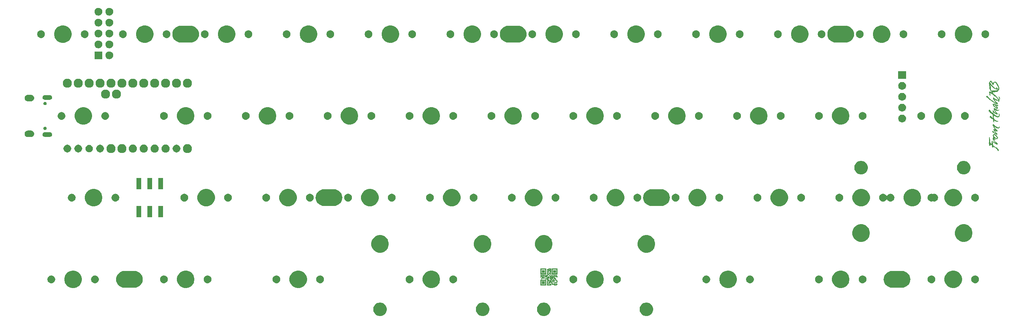
<source format=gbr>
G04 #@! TF.GenerationSoftware,KiCad,Pcbnew,(5.1.2)-2*
G04 #@! TF.CreationDate,2019-08-05T19:31:08+07:00*
G04 #@! TF.ProjectId,PCB,5043422e-6b69-4636-9164-5f7063625858,a*
G04 #@! TF.SameCoordinates,Original*
G04 #@! TF.FileFunction,Soldermask,Top*
G04 #@! TF.FilePolarity,Negative*
%FSLAX46Y46*%
G04 Gerber Fmt 4.6, Leading zero omitted, Abs format (unit mm)*
G04 Created by KiCad (PCBNEW (5.1.2)-2) date 2019-08-05 19:31:08*
%MOMM*%
%LPD*%
G04 APERTURE LIST*
%ADD10C,0.010000*%
%ADD11C,0.100000*%
G04 APERTURE END LIST*
D10*
G36*
X114636574Y-55550696D02*
G01*
X114077774Y-55550696D01*
X114077774Y-54991896D01*
X114636574Y-54991896D01*
X114636574Y-55550696D01*
X114636574Y-55550696D01*
G37*
X114636574Y-55550696D02*
X114077774Y-55550696D01*
X114077774Y-54991896D01*
X114636574Y-54991896D01*
X114636574Y-55550696D01*
G36*
X112028841Y-55550696D02*
G01*
X111470041Y-55550696D01*
X111470041Y-54991896D01*
X112028841Y-54991896D01*
X112028841Y-55550696D01*
X112028841Y-55550696D01*
G37*
X112028841Y-55550696D02*
X111470041Y-55550696D01*
X111470041Y-54991896D01*
X112028841Y-54991896D01*
X112028841Y-55550696D01*
G36*
X112028841Y-58158429D02*
G01*
X111470041Y-58158429D01*
X111470041Y-57599629D01*
X112028841Y-57599629D01*
X112028841Y-58158429D01*
X112028841Y-58158429D01*
G37*
X112028841Y-58158429D02*
X111470041Y-58158429D01*
X111470041Y-57599629D01*
X112028841Y-57599629D01*
X112028841Y-58158429D01*
G36*
X115009108Y-55923229D02*
G01*
X113705241Y-55923229D01*
X113705241Y-54805630D01*
X113891508Y-54805630D01*
X113891508Y-55736963D01*
X114822841Y-55736963D01*
X114822841Y-54805630D01*
X113891508Y-54805630D01*
X113705241Y-54805630D01*
X113705241Y-54619363D01*
X115009108Y-54619363D01*
X115009108Y-55923229D01*
X115009108Y-55923229D01*
G37*
X115009108Y-55923229D02*
X113705241Y-55923229D01*
X113705241Y-54805630D01*
X113891508Y-54805630D01*
X113891508Y-55736963D01*
X114822841Y-55736963D01*
X114822841Y-54805630D01*
X113891508Y-54805630D01*
X113705241Y-54805630D01*
X113705241Y-54619363D01*
X115009108Y-54619363D01*
X115009108Y-55923229D01*
G36*
X112401374Y-55923229D02*
G01*
X111097508Y-55923229D01*
X111097508Y-54805630D01*
X111283775Y-54805630D01*
X111283775Y-55736963D01*
X112215108Y-55736963D01*
X112215108Y-54805630D01*
X111283775Y-54805630D01*
X111097508Y-54805630D01*
X111097508Y-54619363D01*
X112401374Y-54619363D01*
X112401374Y-55923229D01*
X112401374Y-55923229D01*
G37*
X112401374Y-55923229D02*
X111097508Y-55923229D01*
X111097508Y-54805630D01*
X111283775Y-54805630D01*
X111283775Y-55736963D01*
X112215108Y-55736963D01*
X112215108Y-54805630D01*
X111283775Y-54805630D01*
X111097508Y-54805630D01*
X111097508Y-54619363D01*
X112401374Y-54619363D01*
X112401374Y-55923229D01*
G36*
X113518975Y-56295763D02*
G01*
X113518975Y-56109496D01*
X113705241Y-56109496D01*
X113705241Y-56482030D01*
X113891508Y-56482030D01*
X113891508Y-56109496D01*
X114077774Y-56109496D01*
X114077774Y-56482030D01*
X114264041Y-56482030D01*
X114264041Y-56668296D01*
X114077774Y-56668296D01*
X114077774Y-56854563D01*
X113891508Y-56854563D01*
X113891508Y-57040830D01*
X113705241Y-57040830D01*
X113705241Y-57227096D01*
X113518975Y-57227096D01*
X113518975Y-57040830D01*
X113332708Y-57040830D01*
X113332708Y-56854563D01*
X113518975Y-56854563D01*
X113518975Y-57040830D01*
X113705241Y-57040830D01*
X113705241Y-56854563D01*
X113518975Y-56854563D01*
X113332708Y-56854563D01*
X113332708Y-56482030D01*
X113518975Y-56482030D01*
X113518975Y-56668296D01*
X113705241Y-56668296D01*
X113705241Y-56482030D01*
X113518975Y-56482030D01*
X113332708Y-56482030D01*
X113332708Y-56295763D01*
X113518975Y-56295763D01*
X113518975Y-56295763D01*
G37*
X113518975Y-56295763D02*
X113518975Y-56109496D01*
X113705241Y-56109496D01*
X113705241Y-56482030D01*
X113891508Y-56482030D01*
X113891508Y-56109496D01*
X114077774Y-56109496D01*
X114077774Y-56482030D01*
X114264041Y-56482030D01*
X114264041Y-56668296D01*
X114077774Y-56668296D01*
X114077774Y-56854563D01*
X113891508Y-56854563D01*
X113891508Y-57040830D01*
X113705241Y-57040830D01*
X113705241Y-57227096D01*
X113518975Y-57227096D01*
X113518975Y-57040830D01*
X113332708Y-57040830D01*
X113332708Y-56854563D01*
X113518975Y-56854563D01*
X113518975Y-57040830D01*
X113705241Y-57040830D01*
X113705241Y-56854563D01*
X113518975Y-56854563D01*
X113332708Y-56854563D01*
X113332708Y-56482030D01*
X113518975Y-56482030D01*
X113518975Y-56668296D01*
X113705241Y-56668296D01*
X113705241Y-56482030D01*
X113518975Y-56482030D01*
X113332708Y-56482030D01*
X113332708Y-56295763D01*
X113518975Y-56295763D01*
G36*
X113146441Y-56295763D02*
G01*
X113146441Y-56109496D01*
X113332708Y-56109496D01*
X113332708Y-56295763D01*
X113146441Y-56295763D01*
X113146441Y-56295763D01*
G37*
X113146441Y-56295763D02*
X113146441Y-56109496D01*
X113332708Y-56109496D01*
X113332708Y-56295763D01*
X113146441Y-56295763D01*
G36*
X114264041Y-56109496D02*
G01*
X114450308Y-56109496D01*
X114450308Y-56295763D01*
X114636574Y-56295763D01*
X114636574Y-56109496D01*
X114822841Y-56109496D01*
X114822841Y-56295763D01*
X115009108Y-56295763D01*
X115009108Y-56668296D01*
X114822841Y-56668296D01*
X114822841Y-56482030D01*
X114264041Y-56482030D01*
X114264041Y-56109496D01*
X114264041Y-56109496D01*
G37*
X114264041Y-56109496D02*
X114450308Y-56109496D01*
X114450308Y-56295763D01*
X114636574Y-56295763D01*
X114636574Y-56109496D01*
X114822841Y-56109496D01*
X114822841Y-56295763D01*
X115009108Y-56295763D01*
X115009108Y-56668296D01*
X114822841Y-56668296D01*
X114822841Y-56482030D01*
X114264041Y-56482030D01*
X114264041Y-56109496D01*
G36*
X113518975Y-57599629D02*
G01*
X113705241Y-57599629D01*
X113705241Y-57972163D01*
X113518975Y-57972163D01*
X113518975Y-57785896D01*
X113332708Y-57785896D01*
X113332708Y-57972163D01*
X113146441Y-57972163D01*
X113146441Y-58158429D01*
X112960175Y-58158429D01*
X112960175Y-57785896D01*
X113146441Y-57785896D01*
X113146441Y-57599629D01*
X113332708Y-57599629D01*
X113332708Y-57227096D01*
X113518975Y-57227096D01*
X113518975Y-57599629D01*
X113518975Y-57599629D01*
G37*
X113518975Y-57599629D02*
X113705241Y-57599629D01*
X113705241Y-57972163D01*
X113518975Y-57972163D01*
X113518975Y-57785896D01*
X113332708Y-57785896D01*
X113332708Y-57972163D01*
X113146441Y-57972163D01*
X113146441Y-58158429D01*
X112960175Y-58158429D01*
X112960175Y-57785896D01*
X113146441Y-57785896D01*
X113146441Y-57599629D01*
X113332708Y-57599629D01*
X113332708Y-57227096D01*
X113518975Y-57227096D01*
X113518975Y-57599629D01*
G36*
X112773908Y-57599629D02*
G01*
X112773908Y-57413363D01*
X112960175Y-57413363D01*
X112960175Y-57227096D01*
X113146441Y-57227096D01*
X113146441Y-57599629D01*
X112773908Y-57599629D01*
X112773908Y-57599629D01*
G37*
X112773908Y-57599629D02*
X112773908Y-57413363D01*
X112960175Y-57413363D01*
X112960175Y-57227096D01*
X113146441Y-57227096D01*
X113146441Y-57599629D01*
X112773908Y-57599629D01*
G36*
X114822841Y-57413363D02*
G01*
X115009108Y-57413363D01*
X115009108Y-57785896D01*
X114822841Y-57785896D01*
X114822841Y-57413363D01*
X114822841Y-57413363D01*
G37*
X114822841Y-57413363D02*
X115009108Y-57413363D01*
X115009108Y-57785896D01*
X114822841Y-57785896D01*
X114822841Y-57413363D01*
G36*
X114636574Y-57413363D02*
G01*
X114636574Y-57227096D01*
X114822841Y-57227096D01*
X114822841Y-57413363D01*
X114636574Y-57413363D01*
X114636574Y-57413363D01*
G37*
X114636574Y-57413363D02*
X114636574Y-57227096D01*
X114822841Y-57227096D01*
X114822841Y-57413363D01*
X114636574Y-57413363D01*
G36*
X114450308Y-57227096D02*
G01*
X114450308Y-57040830D01*
X114264041Y-57040830D01*
X114264041Y-56668296D01*
X114450308Y-56668296D01*
X114450308Y-56854563D01*
X114636574Y-56854563D01*
X114636574Y-57227096D01*
X114450308Y-57227096D01*
X114450308Y-57227096D01*
G37*
X114450308Y-57227096D02*
X114450308Y-57040830D01*
X114264041Y-57040830D01*
X114264041Y-56668296D01*
X114450308Y-56668296D01*
X114450308Y-56854563D01*
X114636574Y-56854563D01*
X114636574Y-57227096D01*
X114450308Y-57227096D01*
G36*
X111470041Y-56482030D02*
G01*
X111283775Y-56482030D01*
X111283775Y-56295763D01*
X111470041Y-56295763D01*
X111470041Y-56482030D01*
X111656308Y-56482030D01*
X111656308Y-56295763D01*
X111470041Y-56295763D01*
X111283775Y-56295763D01*
X111097508Y-56295763D01*
X111097508Y-56109496D01*
X112028841Y-56109496D01*
X112028841Y-56295763D01*
X111842575Y-56295763D01*
X111842575Y-56482030D01*
X111656308Y-56482030D01*
X111656308Y-56668296D01*
X112028841Y-56668296D01*
X112028841Y-56854563D01*
X111470041Y-56854563D01*
X111470041Y-56482030D01*
X111470041Y-56482030D01*
G37*
X111470041Y-56482030D02*
X111283775Y-56482030D01*
X111283775Y-56295763D01*
X111470041Y-56295763D01*
X111470041Y-56482030D01*
X111656308Y-56482030D01*
X111656308Y-56295763D01*
X111470041Y-56295763D01*
X111283775Y-56295763D01*
X111097508Y-56295763D01*
X111097508Y-56109496D01*
X112028841Y-56109496D01*
X112028841Y-56295763D01*
X111842575Y-56295763D01*
X111842575Y-56482030D01*
X111656308Y-56482030D01*
X111656308Y-56668296D01*
X112028841Y-56668296D01*
X112028841Y-56854563D01*
X111470041Y-56854563D01*
X111470041Y-56482030D01*
G36*
X113891508Y-57972163D02*
G01*
X113891508Y-58158429D01*
X114450308Y-58158429D01*
X114450308Y-58344696D01*
X114636574Y-58344696D01*
X114636574Y-58158429D01*
X115009108Y-58158429D01*
X115009108Y-58344696D01*
X114822841Y-58344696D01*
X114822841Y-58530963D01*
X114264041Y-58530963D01*
X114264041Y-58344696D01*
X113705241Y-58344696D01*
X113705241Y-57972163D01*
X113891508Y-57972163D01*
X113891508Y-57972163D01*
G37*
X113891508Y-57972163D02*
X113891508Y-58158429D01*
X114450308Y-58158429D01*
X114450308Y-58344696D01*
X114636574Y-58344696D01*
X114636574Y-58158429D01*
X115009108Y-58158429D01*
X115009108Y-58344696D01*
X114822841Y-58344696D01*
X114822841Y-58530963D01*
X114264041Y-58530963D01*
X114264041Y-58344696D01*
X113705241Y-58344696D01*
X113705241Y-57972163D01*
X113891508Y-57972163D01*
G36*
X112587641Y-57413363D02*
G01*
X112587641Y-57040830D01*
X112215108Y-57040830D01*
X112215108Y-56854563D01*
X112587641Y-56854563D01*
X112587641Y-56668296D01*
X112773908Y-56668296D01*
X112773908Y-56482030D01*
X113146441Y-56482030D01*
X113146441Y-56854563D01*
X112773908Y-56854563D01*
X112773908Y-57040830D01*
X112960175Y-57040830D01*
X112960175Y-57227096D01*
X112773908Y-57227096D01*
X112773908Y-57413363D01*
X112587641Y-57413363D01*
X112587641Y-57413363D01*
G37*
X112587641Y-57413363D02*
X112587641Y-57040830D01*
X112215108Y-57040830D01*
X112215108Y-56854563D01*
X112587641Y-56854563D01*
X112587641Y-56668296D01*
X112773908Y-56668296D01*
X112773908Y-56482030D01*
X113146441Y-56482030D01*
X113146441Y-56854563D01*
X112773908Y-56854563D01*
X112773908Y-57040830D01*
X112960175Y-57040830D01*
X112960175Y-57227096D01*
X112773908Y-57227096D01*
X112773908Y-57413363D01*
X112587641Y-57413363D01*
G36*
X112215108Y-56668296D02*
G01*
X112215108Y-56482030D01*
X112028841Y-56482030D01*
X112028841Y-56295763D01*
X112215108Y-56295763D01*
X112215108Y-56482030D01*
X112401374Y-56482030D01*
X112401374Y-56295763D01*
X112215108Y-56295763D01*
X112215108Y-56109496D01*
X112773908Y-56109496D01*
X112773908Y-56295763D01*
X112587641Y-56295763D01*
X112587641Y-56668296D01*
X112215108Y-56668296D01*
X112215108Y-56668296D01*
G37*
X112215108Y-56668296D02*
X112215108Y-56482030D01*
X112028841Y-56482030D01*
X112028841Y-56295763D01*
X112215108Y-56295763D01*
X112215108Y-56482030D01*
X112401374Y-56482030D01*
X112401374Y-56295763D01*
X112215108Y-56295763D01*
X112215108Y-56109496D01*
X112773908Y-56109496D01*
X112773908Y-56295763D01*
X112587641Y-56295763D01*
X112587641Y-56668296D01*
X112215108Y-56668296D01*
G36*
X114077774Y-57413363D02*
G01*
X114077774Y-57040830D01*
X114264041Y-57040830D01*
X114264041Y-57413363D01*
X114450308Y-57413363D01*
X114450308Y-57599629D01*
X114077774Y-57599629D01*
X114077774Y-57785896D01*
X113891508Y-57785896D01*
X113891508Y-57413363D01*
X114077774Y-57413363D01*
X114077774Y-57413363D01*
G37*
X114077774Y-57413363D02*
X114077774Y-57040830D01*
X114264041Y-57040830D01*
X114264041Y-57413363D01*
X114450308Y-57413363D01*
X114450308Y-57599629D01*
X114077774Y-57599629D01*
X114077774Y-57785896D01*
X113891508Y-57785896D01*
X113891508Y-57413363D01*
X114077774Y-57413363D01*
G36*
X114822841Y-57972163D02*
G01*
X114264041Y-57972163D01*
X114264041Y-57785896D01*
X114822841Y-57785896D01*
X114822841Y-57972163D01*
X114822841Y-57972163D01*
G37*
X114822841Y-57972163D02*
X114264041Y-57972163D01*
X114264041Y-57785896D01*
X114822841Y-57785896D01*
X114822841Y-57972163D01*
G36*
X111470041Y-57040830D02*
G01*
X111283775Y-57040830D01*
X111283775Y-56854563D01*
X111470041Y-56854563D01*
X111470041Y-57040830D01*
X111470041Y-57040830D01*
G37*
X111470041Y-57040830D02*
X111283775Y-57040830D01*
X111283775Y-56854563D01*
X111470041Y-56854563D01*
X111470041Y-57040830D01*
G36*
X112773908Y-58344696D02*
G01*
X113332708Y-58344696D01*
X113332708Y-58158429D01*
X113518975Y-58158429D01*
X113518975Y-58530963D01*
X112587641Y-58530963D01*
X112587641Y-57599629D01*
X112773908Y-57599629D01*
X112773908Y-58344696D01*
X112773908Y-58344696D01*
G37*
X112773908Y-58344696D02*
X113332708Y-58344696D01*
X113332708Y-58158429D01*
X113518975Y-58158429D01*
X113518975Y-58530963D01*
X112587641Y-58530963D01*
X112587641Y-57599629D01*
X112773908Y-57599629D01*
X112773908Y-58344696D01*
G36*
X112773908Y-55923229D02*
G01*
X112587641Y-55923229D01*
X112587641Y-55550696D01*
X112773908Y-55550696D01*
X112773908Y-55923229D01*
X112960175Y-55923229D01*
X112960175Y-55736963D01*
X113146441Y-55736963D01*
X113146441Y-55550696D01*
X113332708Y-55550696D01*
X113332708Y-55178163D01*
X112960175Y-55178163D01*
X112960175Y-55550696D01*
X112773908Y-55550696D01*
X112773908Y-55364430D01*
X112587641Y-55364430D01*
X112587641Y-55178163D01*
X112960175Y-55178163D01*
X112960175Y-54991896D01*
X112587641Y-54991896D01*
X112587641Y-54805630D01*
X112960175Y-54805630D01*
X113146441Y-54805630D01*
X113146441Y-54991896D01*
X113332708Y-54991896D01*
X113332708Y-54805630D01*
X113146441Y-54805630D01*
X112960175Y-54805630D01*
X112960175Y-54619363D01*
X113518975Y-54619363D01*
X113518975Y-55550696D01*
X113332708Y-55550696D01*
X113332708Y-55736963D01*
X113146441Y-55736963D01*
X113146441Y-55923229D01*
X112960175Y-55923229D01*
X112960175Y-56109496D01*
X112773908Y-56109496D01*
X112773908Y-55923229D01*
X112773908Y-55923229D01*
G37*
X112773908Y-55923229D02*
X112587641Y-55923229D01*
X112587641Y-55550696D01*
X112773908Y-55550696D01*
X112773908Y-55923229D01*
X112960175Y-55923229D01*
X112960175Y-55736963D01*
X113146441Y-55736963D01*
X113146441Y-55550696D01*
X113332708Y-55550696D01*
X113332708Y-55178163D01*
X112960175Y-55178163D01*
X112960175Y-55550696D01*
X112773908Y-55550696D01*
X112773908Y-55364430D01*
X112587641Y-55364430D01*
X112587641Y-55178163D01*
X112960175Y-55178163D01*
X112960175Y-54991896D01*
X112587641Y-54991896D01*
X112587641Y-54805630D01*
X112960175Y-54805630D01*
X113146441Y-54805630D01*
X113146441Y-54991896D01*
X113332708Y-54991896D01*
X113332708Y-54805630D01*
X113146441Y-54805630D01*
X112960175Y-54805630D01*
X112960175Y-54619363D01*
X113518975Y-54619363D01*
X113518975Y-55550696D01*
X113332708Y-55550696D01*
X113332708Y-55736963D01*
X113146441Y-55736963D01*
X113146441Y-55923229D01*
X112960175Y-55923229D01*
X112960175Y-56109496D01*
X112773908Y-56109496D01*
X112773908Y-55923229D01*
G36*
X113518975Y-55923229D02*
G01*
X113332708Y-55923229D01*
X113332708Y-55736963D01*
X113518975Y-55736963D01*
X113518975Y-55923229D01*
X113518975Y-55923229D01*
G37*
X113518975Y-55923229D02*
X113332708Y-55923229D01*
X113332708Y-55736963D01*
X113518975Y-55736963D01*
X113518975Y-55923229D01*
G36*
X113705241Y-57413363D02*
G01*
X113705241Y-57227096D01*
X113891508Y-57227096D01*
X113891508Y-57413363D01*
X113705241Y-57413363D01*
X113705241Y-57413363D01*
G37*
X113705241Y-57413363D02*
X113705241Y-57227096D01*
X113891508Y-57227096D01*
X113891508Y-57413363D01*
X113705241Y-57413363D01*
G36*
X111283775Y-56668296D02*
G01*
X111097508Y-56668296D01*
X111097508Y-56482030D01*
X111283775Y-56482030D01*
X111283775Y-56668296D01*
X111283775Y-56668296D01*
G37*
X111283775Y-56668296D02*
X111097508Y-56668296D01*
X111097508Y-56482030D01*
X111283775Y-56482030D01*
X111283775Y-56668296D01*
G36*
X112401374Y-58530963D02*
G01*
X111097508Y-58530963D01*
X111097508Y-57413363D01*
X111283775Y-57413363D01*
X111283775Y-58344696D01*
X112215108Y-58344696D01*
X112215108Y-57413363D01*
X111283775Y-57413363D01*
X111097508Y-57413363D01*
X111097508Y-57227096D01*
X112401374Y-57227096D01*
X112401374Y-58530963D01*
X112401374Y-58530963D01*
G37*
X112401374Y-58530963D02*
X111097508Y-58530963D01*
X111097508Y-57413363D01*
X111283775Y-57413363D01*
X111283775Y-58344696D01*
X112215108Y-58344696D01*
X112215108Y-57413363D01*
X111283775Y-57413363D01*
X111097508Y-57413363D01*
X111097508Y-57227096D01*
X112401374Y-57227096D01*
X112401374Y-58530963D01*
G36*
X215446186Y-25313481D02*
G01*
X215456446Y-25280578D01*
X215466427Y-25224937D01*
X215474516Y-25123735D01*
X215480481Y-24982184D01*
X215484088Y-24805497D01*
X215485123Y-24638070D01*
X215486574Y-24421090D01*
X215490723Y-24252744D01*
X215497768Y-24130924D01*
X215507906Y-24053527D01*
X215521336Y-24018447D01*
X215538254Y-24023578D01*
X215542258Y-24029549D01*
X215568985Y-24097386D01*
X215596174Y-24209650D01*
X215622745Y-24359990D01*
X215647617Y-24542059D01*
X215669710Y-24749505D01*
X215675247Y-24811223D01*
X215690915Y-24986750D01*
X215705989Y-25121134D01*
X215724081Y-25223860D01*
X215748802Y-25304409D01*
X215783763Y-25372267D01*
X215832576Y-25436915D01*
X215898851Y-25507837D01*
X215965908Y-25574515D01*
X216119734Y-25726120D01*
X216119734Y-25303119D01*
X216121710Y-25121759D01*
X216127434Y-24975796D01*
X216136603Y-24870260D01*
X216148914Y-24810185D01*
X216149544Y-24808614D01*
X216166864Y-24770574D01*
X216178343Y-24764824D01*
X216188574Y-24797260D01*
X216202148Y-24873778D01*
X216202654Y-24876810D01*
X216218057Y-24961607D01*
X216232565Y-25029189D01*
X216239610Y-25054610D01*
X216249412Y-25102100D01*
X216258112Y-25177133D01*
X216260684Y-25211262D01*
X216271240Y-25295249D01*
X216288934Y-25365250D01*
X216296424Y-25382736D01*
X216310493Y-25433565D01*
X216320944Y-25517700D01*
X216325673Y-25617666D01*
X216325740Y-25625809D01*
X216329149Y-25719283D01*
X216337241Y-25791502D01*
X216348374Y-25828745D01*
X216350234Y-25830484D01*
X216371018Y-25865640D01*
X216374049Y-25887960D01*
X216393788Y-25923898D01*
X216441405Y-25970491D01*
X216500071Y-26014265D01*
X216552958Y-26041748D01*
X216570468Y-26045211D01*
X216597675Y-26064263D01*
X216621840Y-26096010D01*
X216660744Y-26136000D01*
X216689738Y-26146810D01*
X216725778Y-26167962D01*
X216742035Y-26197610D01*
X216764298Y-26238644D01*
X216780573Y-26248411D01*
X216812620Y-26261635D01*
X216871151Y-26295644D01*
X216918473Y-26326350D01*
X217006952Y-26376196D01*
X217070829Y-26391062D01*
X217082169Y-26388988D01*
X217140067Y-26393345D01*
X217169344Y-26412648D01*
X217211634Y-26444276D01*
X217233827Y-26451610D01*
X217269396Y-26469946D01*
X217327033Y-26518488D01*
X217397368Y-26587537D01*
X217471033Y-26667396D01*
X217538657Y-26748367D01*
X217590871Y-26820752D01*
X217591662Y-26821995D01*
X217636637Y-26893455D01*
X217658657Y-26938451D01*
X217660496Y-26974325D01*
X217644925Y-27018417D01*
X217628890Y-27054860D01*
X217598730Y-27109673D01*
X217571676Y-27136786D01*
X217568408Y-27137410D01*
X217542937Y-27117896D01*
X217499176Y-27066631D01*
X217446407Y-26994530D01*
X217444236Y-26991360D01*
X217391212Y-26919783D01*
X217320390Y-26832447D01*
X217239051Y-26737371D01*
X217154478Y-26642575D01*
X217073952Y-26556078D01*
X217004755Y-26485899D01*
X216954170Y-26440056D01*
X216931031Y-26426210D01*
X216901907Y-26412778D01*
X216840650Y-26376440D01*
X216756943Y-26323136D01*
X216682603Y-26273810D01*
X216588505Y-26211488D01*
X216509760Y-26161483D01*
X216455897Y-26129717D01*
X216437282Y-26121410D01*
X216427515Y-26143244D01*
X216429458Y-26196553D01*
X216430513Y-26203960D01*
X216436067Y-26270879D01*
X216431931Y-26317651D01*
X216431719Y-26318260D01*
X216401285Y-26339074D01*
X216343922Y-26348905D01*
X216282502Y-26346800D01*
X216239894Y-26331805D01*
X216235173Y-26326453D01*
X216224940Y-26291546D01*
X216210897Y-26220184D01*
X216195715Y-26126300D01*
X216192354Y-26103061D01*
X216164094Y-25903227D01*
X215981847Y-25772153D01*
X215872890Y-25694954D01*
X215798117Y-25646498D01*
X215751154Y-25624942D01*
X215725625Y-25628442D01*
X215715155Y-25655155D01*
X215713334Y-25694513D01*
X215721612Y-25762426D01*
X215741689Y-25809292D01*
X215743214Y-25810930D01*
X215755163Y-25850228D01*
X215729053Y-25892046D01*
X215676059Y-25926376D01*
X215607354Y-25943209D01*
X215595098Y-25943610D01*
X215510135Y-25943610D01*
X215510134Y-25697961D01*
X215508032Y-25573153D01*
X215500787Y-25489035D01*
X215486996Y-25435633D01*
X215469146Y-25407019D01*
X215443220Y-25364869D01*
X215446186Y-25313481D01*
X215446186Y-25313481D01*
G37*
X215446186Y-25313481D02*
X215456446Y-25280578D01*
X215466427Y-25224937D01*
X215474516Y-25123735D01*
X215480481Y-24982184D01*
X215484088Y-24805497D01*
X215485123Y-24638070D01*
X215486574Y-24421090D01*
X215490723Y-24252744D01*
X215497768Y-24130924D01*
X215507906Y-24053527D01*
X215521336Y-24018447D01*
X215538254Y-24023578D01*
X215542258Y-24029549D01*
X215568985Y-24097386D01*
X215596174Y-24209650D01*
X215622745Y-24359990D01*
X215647617Y-24542059D01*
X215669710Y-24749505D01*
X215675247Y-24811223D01*
X215690915Y-24986750D01*
X215705989Y-25121134D01*
X215724081Y-25223860D01*
X215748802Y-25304409D01*
X215783763Y-25372267D01*
X215832576Y-25436915D01*
X215898851Y-25507837D01*
X215965908Y-25574515D01*
X216119734Y-25726120D01*
X216119734Y-25303119D01*
X216121710Y-25121759D01*
X216127434Y-24975796D01*
X216136603Y-24870260D01*
X216148914Y-24810185D01*
X216149544Y-24808614D01*
X216166864Y-24770574D01*
X216178343Y-24764824D01*
X216188574Y-24797260D01*
X216202148Y-24873778D01*
X216202654Y-24876810D01*
X216218057Y-24961607D01*
X216232565Y-25029189D01*
X216239610Y-25054610D01*
X216249412Y-25102100D01*
X216258112Y-25177133D01*
X216260684Y-25211262D01*
X216271240Y-25295249D01*
X216288934Y-25365250D01*
X216296424Y-25382736D01*
X216310493Y-25433565D01*
X216320944Y-25517700D01*
X216325673Y-25617666D01*
X216325740Y-25625809D01*
X216329149Y-25719283D01*
X216337241Y-25791502D01*
X216348374Y-25828745D01*
X216350234Y-25830484D01*
X216371018Y-25865640D01*
X216374049Y-25887960D01*
X216393788Y-25923898D01*
X216441405Y-25970491D01*
X216500071Y-26014265D01*
X216552958Y-26041748D01*
X216570468Y-26045211D01*
X216597675Y-26064263D01*
X216621840Y-26096010D01*
X216660744Y-26136000D01*
X216689738Y-26146810D01*
X216725778Y-26167962D01*
X216742035Y-26197610D01*
X216764298Y-26238644D01*
X216780573Y-26248411D01*
X216812620Y-26261635D01*
X216871151Y-26295644D01*
X216918473Y-26326350D01*
X217006952Y-26376196D01*
X217070829Y-26391062D01*
X217082169Y-26388988D01*
X217140067Y-26393345D01*
X217169344Y-26412648D01*
X217211634Y-26444276D01*
X217233827Y-26451610D01*
X217269396Y-26469946D01*
X217327033Y-26518488D01*
X217397368Y-26587537D01*
X217471033Y-26667396D01*
X217538657Y-26748367D01*
X217590871Y-26820752D01*
X217591662Y-26821995D01*
X217636637Y-26893455D01*
X217658657Y-26938451D01*
X217660496Y-26974325D01*
X217644925Y-27018417D01*
X217628890Y-27054860D01*
X217598730Y-27109673D01*
X217571676Y-27136786D01*
X217568408Y-27137410D01*
X217542937Y-27117896D01*
X217499176Y-27066631D01*
X217446407Y-26994530D01*
X217444236Y-26991360D01*
X217391212Y-26919783D01*
X217320390Y-26832447D01*
X217239051Y-26737371D01*
X217154478Y-26642575D01*
X217073952Y-26556078D01*
X217004755Y-26485899D01*
X216954170Y-26440056D01*
X216931031Y-26426210D01*
X216901907Y-26412778D01*
X216840650Y-26376440D01*
X216756943Y-26323136D01*
X216682603Y-26273810D01*
X216588505Y-26211488D01*
X216509760Y-26161483D01*
X216455897Y-26129717D01*
X216437282Y-26121410D01*
X216427515Y-26143244D01*
X216429458Y-26196553D01*
X216430513Y-26203960D01*
X216436067Y-26270879D01*
X216431931Y-26317651D01*
X216431719Y-26318260D01*
X216401285Y-26339074D01*
X216343922Y-26348905D01*
X216282502Y-26346800D01*
X216239894Y-26331805D01*
X216235173Y-26326453D01*
X216224940Y-26291546D01*
X216210897Y-26220184D01*
X216195715Y-26126300D01*
X216192354Y-26103061D01*
X216164094Y-25903227D01*
X215981847Y-25772153D01*
X215872890Y-25694954D01*
X215798117Y-25646498D01*
X215751154Y-25624942D01*
X215725625Y-25628442D01*
X215715155Y-25655155D01*
X215713334Y-25694513D01*
X215721612Y-25762426D01*
X215741689Y-25809292D01*
X215743214Y-25810930D01*
X215755163Y-25850228D01*
X215729053Y-25892046D01*
X215676059Y-25926376D01*
X215607354Y-25943209D01*
X215595098Y-25943610D01*
X215510135Y-25943610D01*
X215510134Y-25697961D01*
X215508032Y-25573153D01*
X215500787Y-25489035D01*
X215486996Y-25435633D01*
X215469146Y-25407019D01*
X215443220Y-25364869D01*
X215446186Y-25313481D01*
G36*
X216321562Y-24284124D02*
G01*
X216323188Y-24279141D01*
X216357787Y-24199979D01*
X216399728Y-24132525D01*
X216421532Y-24101625D01*
X216433412Y-24069505D01*
X216435705Y-24024527D01*
X216428751Y-23955052D01*
X216412886Y-23849443D01*
X216408709Y-23823185D01*
X216387732Y-23666676D01*
X216382900Y-23549494D01*
X216395547Y-23462372D01*
X216427012Y-23396042D01*
X216478156Y-23341634D01*
X216572093Y-23278261D01*
X216659930Y-23258762D01*
X216757297Y-23281094D01*
X216799088Y-23299657D01*
X216886307Y-23348481D01*
X216972150Y-23407176D01*
X217045412Y-23466764D01*
X217094891Y-23518262D01*
X217109877Y-23548767D01*
X217130451Y-23582807D01*
X217167485Y-23609396D01*
X217235773Y-23661766D01*
X217310467Y-23745047D01*
X217382411Y-23845441D01*
X217442449Y-23949153D01*
X217481428Y-24042389D01*
X217491335Y-24097406D01*
X217476993Y-24152028D01*
X217440979Y-24222432D01*
X217423778Y-24248462D01*
X217373007Y-24309788D01*
X217324156Y-24337418D01*
X217287850Y-24341035D01*
X217287850Y-24255620D01*
X217315927Y-24238809D01*
X217331441Y-24208985D01*
X217334745Y-24177405D01*
X217323063Y-24132888D01*
X217293620Y-24064253D01*
X217250040Y-23973437D01*
X217174952Y-23847429D01*
X217077673Y-23725122D01*
X216966571Y-23613468D01*
X216850016Y-23519419D01*
X216736378Y-23449926D01*
X216634026Y-23411940D01*
X216569635Y-23408318D01*
X216521302Y-23435737D01*
X216502240Y-23493984D01*
X216509922Y-23574272D01*
X216541821Y-23667811D01*
X216595411Y-23765814D01*
X216668166Y-23859490D01*
X216711769Y-23902708D01*
X216776187Y-23965682D01*
X216826446Y-24023615D01*
X216844261Y-24050373D01*
X216887811Y-24102073D01*
X216959713Y-24153248D01*
X217047816Y-24199044D01*
X217139973Y-24234607D01*
X217224034Y-24255084D01*
X217287850Y-24255620D01*
X217287850Y-24341035D01*
X217264014Y-24343410D01*
X217132997Y-24329887D01*
X216988300Y-24293888D01*
X216852673Y-24242272D01*
X216763261Y-24192463D01*
X216691392Y-24147188D01*
X216649919Y-24136431D01*
X216631282Y-24160947D01*
X216627735Y-24205974D01*
X216646317Y-24249469D01*
X216693910Y-24310727D01*
X216758281Y-24377849D01*
X216827196Y-24438940D01*
X216888424Y-24482102D01*
X216925748Y-24495810D01*
X216956404Y-24507144D01*
X216950239Y-24531833D01*
X216913256Y-24555907D01*
X216897845Y-24560724D01*
X216800462Y-24562253D01*
X216689442Y-24527712D01*
X216580139Y-24462745D01*
X216539989Y-24429181D01*
X216475766Y-24378906D01*
X216436326Y-24365473D01*
X216426386Y-24387199D01*
X216450661Y-24442401D01*
X216460247Y-24457631D01*
X216490125Y-24515567D01*
X216500735Y-24557155D01*
X216520123Y-24603253D01*
X216534018Y-24615198D01*
X216572057Y-24650242D01*
X216610464Y-24699010D01*
X216645164Y-24742504D01*
X216703080Y-24807364D01*
X216776585Y-24885853D01*
X216858053Y-24970232D01*
X216939857Y-25052765D01*
X217014372Y-25125712D01*
X217073969Y-25181337D01*
X217111023Y-25211901D01*
X217119154Y-25215124D01*
X217142263Y-25224181D01*
X217188607Y-25259323D01*
X217215324Y-25282816D01*
X217290272Y-25346905D01*
X217367911Y-25406695D01*
X217383211Y-25417438D01*
X217435575Y-25456109D01*
X217463982Y-25482730D01*
X217465666Y-25486410D01*
X217449759Y-25530710D01*
X217411316Y-25586672D01*
X217364861Y-25636717D01*
X217324920Y-25663266D01*
X217318764Y-25664210D01*
X217274171Y-25651622D01*
X217202818Y-25618710D01*
X217124813Y-25575310D01*
X217048249Y-25530495D01*
X216989469Y-25498479D01*
X216961207Y-25486197D01*
X216934714Y-25472194D01*
X216877739Y-25435008D01*
X216800720Y-25381557D01*
X216767435Y-25357748D01*
X216676361Y-25292907D01*
X216592540Y-25234695D01*
X216530847Y-25193404D01*
X216519945Y-25186511D01*
X216462793Y-25130563D01*
X216453946Y-25061061D01*
X216476363Y-25001889D01*
X216491822Y-24981194D01*
X216512766Y-24979637D01*
X216547137Y-25001888D01*
X216602878Y-25052616D01*
X216662830Y-25111509D01*
X216778161Y-25221285D01*
X216889345Y-25318385D01*
X216990704Y-25398757D01*
X217076560Y-25458349D01*
X217141234Y-25493108D01*
X217179048Y-25498982D01*
X217186535Y-25485265D01*
X217169287Y-25451608D01*
X217122792Y-25392175D01*
X217054922Y-25315870D01*
X216973551Y-25231598D01*
X216897685Y-25158532D01*
X216822299Y-25080549D01*
X216728812Y-24971803D01*
X216626628Y-24844242D01*
X216525152Y-24709813D01*
X216433788Y-24580462D01*
X216389155Y-24512504D01*
X216339708Y-24431080D01*
X216314848Y-24376093D01*
X216310244Y-24332217D01*
X216321562Y-24284124D01*
X216321562Y-24284124D01*
G37*
X216321562Y-24284124D02*
X216323188Y-24279141D01*
X216357787Y-24199979D01*
X216399728Y-24132525D01*
X216421532Y-24101625D01*
X216433412Y-24069505D01*
X216435705Y-24024527D01*
X216428751Y-23955052D01*
X216412886Y-23849443D01*
X216408709Y-23823185D01*
X216387732Y-23666676D01*
X216382900Y-23549494D01*
X216395547Y-23462372D01*
X216427012Y-23396042D01*
X216478156Y-23341634D01*
X216572093Y-23278261D01*
X216659930Y-23258762D01*
X216757297Y-23281094D01*
X216799088Y-23299657D01*
X216886307Y-23348481D01*
X216972150Y-23407176D01*
X217045412Y-23466764D01*
X217094891Y-23518262D01*
X217109877Y-23548767D01*
X217130451Y-23582807D01*
X217167485Y-23609396D01*
X217235773Y-23661766D01*
X217310467Y-23745047D01*
X217382411Y-23845441D01*
X217442449Y-23949153D01*
X217481428Y-24042389D01*
X217491335Y-24097406D01*
X217476993Y-24152028D01*
X217440979Y-24222432D01*
X217423778Y-24248462D01*
X217373007Y-24309788D01*
X217324156Y-24337418D01*
X217287850Y-24341035D01*
X217287850Y-24255620D01*
X217315927Y-24238809D01*
X217331441Y-24208985D01*
X217334745Y-24177405D01*
X217323063Y-24132888D01*
X217293620Y-24064253D01*
X217250040Y-23973437D01*
X217174952Y-23847429D01*
X217077673Y-23725122D01*
X216966571Y-23613468D01*
X216850016Y-23519419D01*
X216736378Y-23449926D01*
X216634026Y-23411940D01*
X216569635Y-23408318D01*
X216521302Y-23435737D01*
X216502240Y-23493984D01*
X216509922Y-23574272D01*
X216541821Y-23667811D01*
X216595411Y-23765814D01*
X216668166Y-23859490D01*
X216711769Y-23902708D01*
X216776187Y-23965682D01*
X216826446Y-24023615D01*
X216844261Y-24050373D01*
X216887811Y-24102073D01*
X216959713Y-24153248D01*
X217047816Y-24199044D01*
X217139973Y-24234607D01*
X217224034Y-24255084D01*
X217287850Y-24255620D01*
X217287850Y-24341035D01*
X217264014Y-24343410D01*
X217132997Y-24329887D01*
X216988300Y-24293888D01*
X216852673Y-24242272D01*
X216763261Y-24192463D01*
X216691392Y-24147188D01*
X216649919Y-24136431D01*
X216631282Y-24160947D01*
X216627735Y-24205974D01*
X216646317Y-24249469D01*
X216693910Y-24310727D01*
X216758281Y-24377849D01*
X216827196Y-24438940D01*
X216888424Y-24482102D01*
X216925748Y-24495810D01*
X216956404Y-24507144D01*
X216950239Y-24531833D01*
X216913256Y-24555907D01*
X216897845Y-24560724D01*
X216800462Y-24562253D01*
X216689442Y-24527712D01*
X216580139Y-24462745D01*
X216539989Y-24429181D01*
X216475766Y-24378906D01*
X216436326Y-24365473D01*
X216426386Y-24387199D01*
X216450661Y-24442401D01*
X216460247Y-24457631D01*
X216490125Y-24515567D01*
X216500735Y-24557155D01*
X216520123Y-24603253D01*
X216534018Y-24615198D01*
X216572057Y-24650242D01*
X216610464Y-24699010D01*
X216645164Y-24742504D01*
X216703080Y-24807364D01*
X216776585Y-24885853D01*
X216858053Y-24970232D01*
X216939857Y-25052765D01*
X217014372Y-25125712D01*
X217073969Y-25181337D01*
X217111023Y-25211901D01*
X217119154Y-25215124D01*
X217142263Y-25224181D01*
X217188607Y-25259323D01*
X217215324Y-25282816D01*
X217290272Y-25346905D01*
X217367911Y-25406695D01*
X217383211Y-25417438D01*
X217435575Y-25456109D01*
X217463982Y-25482730D01*
X217465666Y-25486410D01*
X217449759Y-25530710D01*
X217411316Y-25586672D01*
X217364861Y-25636717D01*
X217324920Y-25663266D01*
X217318764Y-25664210D01*
X217274171Y-25651622D01*
X217202818Y-25618710D01*
X217124813Y-25575310D01*
X217048249Y-25530495D01*
X216989469Y-25498479D01*
X216961207Y-25486197D01*
X216934714Y-25472194D01*
X216877739Y-25435008D01*
X216800720Y-25381557D01*
X216767435Y-25357748D01*
X216676361Y-25292907D01*
X216592540Y-25234695D01*
X216530847Y-25193404D01*
X216519945Y-25186511D01*
X216462793Y-25130563D01*
X216453946Y-25061061D01*
X216476363Y-25001889D01*
X216491822Y-24981194D01*
X216512766Y-24979637D01*
X216547137Y-25001888D01*
X216602878Y-25052616D01*
X216662830Y-25111509D01*
X216778161Y-25221285D01*
X216889345Y-25318385D01*
X216990704Y-25398757D01*
X217076560Y-25458349D01*
X217141234Y-25493108D01*
X217179048Y-25498982D01*
X217186535Y-25485265D01*
X217169287Y-25451608D01*
X217122792Y-25392175D01*
X217054922Y-25315870D01*
X216973551Y-25231598D01*
X216897685Y-25158532D01*
X216822299Y-25080549D01*
X216728812Y-24971803D01*
X216626628Y-24844242D01*
X216525152Y-24709813D01*
X216433788Y-24580462D01*
X216389155Y-24512504D01*
X216339708Y-24431080D01*
X216314848Y-24376093D01*
X216310244Y-24332217D01*
X216321562Y-24284124D01*
G36*
X216220398Y-22639298D02*
G01*
X216264764Y-22590160D01*
X216289181Y-22572927D01*
X216335457Y-22547584D01*
X216364247Y-22554917D01*
X216386583Y-22580913D01*
X216415261Y-22624290D01*
X216423727Y-22644550D01*
X216440634Y-22669722D01*
X216483356Y-22718972D01*
X216541366Y-22781384D01*
X216604138Y-22846041D01*
X216661145Y-22902025D01*
X216701860Y-22938420D01*
X216714799Y-22946410D01*
X216740608Y-22961316D01*
X216794223Y-23000551D01*
X216864453Y-23055893D01*
X216870382Y-23060710D01*
X216953406Y-23121108D01*
X217026920Y-23161727D01*
X217081806Y-23178775D01*
X217108946Y-23168458D01*
X217110335Y-23160537D01*
X217095994Y-23130357D01*
X217057036Y-23068617D01*
X216999555Y-22984221D01*
X216929648Y-22886072D01*
X216853408Y-22783075D01*
X216838355Y-22763226D01*
X216766026Y-22662180D01*
X216693876Y-22550958D01*
X216627864Y-22440012D01*
X216573944Y-22339791D01*
X216538074Y-22260747D01*
X216526135Y-22215444D01*
X216540783Y-22156670D01*
X216559223Y-22123469D01*
X216580919Y-22099981D01*
X216607238Y-22096120D01*
X216651278Y-22114348D01*
X216720456Y-22153776D01*
X216834452Y-22215924D01*
X216912300Y-22247122D01*
X216952946Y-22247487D01*
X216955333Y-22217139D01*
X216918406Y-22156195D01*
X216900785Y-22133549D01*
X216844416Y-22059423D01*
X216772972Y-21959522D01*
X216694728Y-21846105D01*
X216617956Y-21731429D01*
X216550933Y-21627751D01*
X216501933Y-21547329D01*
X216488035Y-21522121D01*
X216447126Y-21443515D01*
X216396191Y-21346199D01*
X216363024Y-21283092D01*
X216288814Y-21142193D01*
X216361426Y-21066402D01*
X216423935Y-21010037D01*
X216472581Y-20996305D01*
X216521851Y-21025687D01*
X216565307Y-21073160D01*
X216620332Y-21129942D01*
X216671580Y-21168881D01*
X216682428Y-21174150D01*
X216730964Y-21210888D01*
X216747275Y-21237650D01*
X216764305Y-21269740D01*
X216796171Y-21303894D01*
X216851604Y-21347625D01*
X216939337Y-21408443D01*
X216968578Y-21428024D01*
X217039219Y-21477615D01*
X217097117Y-21522506D01*
X217113216Y-21536764D01*
X217172476Y-21574484D01*
X217211356Y-21587399D01*
X217270020Y-21611080D01*
X217297375Y-21633398D01*
X217348677Y-21671956D01*
X217431539Y-21711949D01*
X217527399Y-21746547D01*
X217617694Y-21768924D01*
X217677274Y-21773136D01*
X217722689Y-21766608D01*
X217746778Y-21749736D01*
X217756305Y-21709632D01*
X217758031Y-21633409D01*
X217758035Y-21619214D01*
X217760934Y-21540737D01*
X217768444Y-21487725D01*
X217776432Y-21473164D01*
X217800262Y-21493979D01*
X217830587Y-21543353D01*
X217857370Y-21601813D01*
X217870573Y-21649884D01*
X217870724Y-21656099D01*
X217860264Y-21705850D01*
X217848166Y-21740792D01*
X217791909Y-21816149D01*
X217700867Y-21867083D01*
X217586765Y-21889597D01*
X217461330Y-21879694D01*
X217448969Y-21876854D01*
X217357767Y-21847935D01*
X217242961Y-21802021D01*
X217117792Y-21745502D01*
X216995505Y-21684770D01*
X216889345Y-21626214D01*
X216812555Y-21576228D01*
X216793611Y-21560606D01*
X216746975Y-21519720D01*
X216718613Y-21499180D01*
X216716635Y-21498610D01*
X216693334Y-21483093D01*
X216648562Y-21444746D01*
X216637323Y-21434451D01*
X216583445Y-21395494D01*
X216547464Y-21391403D01*
X216544952Y-21393433D01*
X216540571Y-21431442D01*
X216565019Y-21498931D01*
X216613235Y-21587533D01*
X216680160Y-21688881D01*
X216760734Y-21794611D01*
X216847762Y-21894096D01*
X216918996Y-21970636D01*
X217002873Y-22062151D01*
X217063415Y-22129046D01*
X217124698Y-22194505D01*
X217173544Y-22241620D01*
X217199748Y-22260577D01*
X217200202Y-22260610D01*
X217229213Y-22277098D01*
X217273273Y-22316848D01*
X217274159Y-22317760D01*
X217327784Y-22367524D01*
X217371192Y-22400310D01*
X217396781Y-22422853D01*
X217397174Y-22455730D01*
X217376593Y-22509541D01*
X217348611Y-22563701D01*
X217315699Y-22583518D01*
X217257189Y-22579626D01*
X217244372Y-22577563D01*
X217166598Y-22561304D01*
X217103166Y-22542430D01*
X217097635Y-22540207D01*
X217047572Y-22518633D01*
X216969899Y-22484807D01*
X216900785Y-22454541D01*
X216825750Y-22425292D01*
X216773050Y-22411802D01*
X216754735Y-22416243D01*
X216767622Y-22453717D01*
X216800330Y-22517751D01*
X216843929Y-22593025D01*
X216889490Y-22664218D01*
X216928083Y-22716008D01*
X216932015Y-22720401D01*
X216966660Y-22760852D01*
X217020849Y-22827324D01*
X217083041Y-22905653D01*
X217084935Y-22908070D01*
X217153778Y-22995069D01*
X217221214Y-23078818D01*
X217269085Y-23136914D01*
X217324049Y-23222185D01*
X217334906Y-23292726D01*
X217301316Y-23344463D01*
X217287050Y-23353391D01*
X217243207Y-23366275D01*
X217204868Y-23343303D01*
X217186295Y-23322535D01*
X217152232Y-23286927D01*
X217136658Y-23280968D01*
X217136580Y-23281664D01*
X217115898Y-23285967D01*
X217060485Y-23266156D01*
X216977751Y-23226483D01*
X216875109Y-23171202D01*
X216759967Y-23104566D01*
X216639738Y-23030828D01*
X216521832Y-22954240D01*
X216413659Y-22879057D01*
X216344770Y-22827246D01*
X216259035Y-22751589D01*
X216218033Y-22691024D01*
X216220398Y-22639298D01*
X216220398Y-22639298D01*
G37*
X216220398Y-22639298D02*
X216264764Y-22590160D01*
X216289181Y-22572927D01*
X216335457Y-22547584D01*
X216364247Y-22554917D01*
X216386583Y-22580913D01*
X216415261Y-22624290D01*
X216423727Y-22644550D01*
X216440634Y-22669722D01*
X216483356Y-22718972D01*
X216541366Y-22781384D01*
X216604138Y-22846041D01*
X216661145Y-22902025D01*
X216701860Y-22938420D01*
X216714799Y-22946410D01*
X216740608Y-22961316D01*
X216794223Y-23000551D01*
X216864453Y-23055893D01*
X216870382Y-23060710D01*
X216953406Y-23121108D01*
X217026920Y-23161727D01*
X217081806Y-23178775D01*
X217108946Y-23168458D01*
X217110335Y-23160537D01*
X217095994Y-23130357D01*
X217057036Y-23068617D01*
X216999555Y-22984221D01*
X216929648Y-22886072D01*
X216853408Y-22783075D01*
X216838355Y-22763226D01*
X216766026Y-22662180D01*
X216693876Y-22550958D01*
X216627864Y-22440012D01*
X216573944Y-22339791D01*
X216538074Y-22260747D01*
X216526135Y-22215444D01*
X216540783Y-22156670D01*
X216559223Y-22123469D01*
X216580919Y-22099981D01*
X216607238Y-22096120D01*
X216651278Y-22114348D01*
X216720456Y-22153776D01*
X216834452Y-22215924D01*
X216912300Y-22247122D01*
X216952946Y-22247487D01*
X216955333Y-22217139D01*
X216918406Y-22156195D01*
X216900785Y-22133549D01*
X216844416Y-22059423D01*
X216772972Y-21959522D01*
X216694728Y-21846105D01*
X216617956Y-21731429D01*
X216550933Y-21627751D01*
X216501933Y-21547329D01*
X216488035Y-21522121D01*
X216447126Y-21443515D01*
X216396191Y-21346199D01*
X216363024Y-21283092D01*
X216288814Y-21142193D01*
X216361426Y-21066402D01*
X216423935Y-21010037D01*
X216472581Y-20996305D01*
X216521851Y-21025687D01*
X216565307Y-21073160D01*
X216620332Y-21129942D01*
X216671580Y-21168881D01*
X216682428Y-21174150D01*
X216730964Y-21210888D01*
X216747275Y-21237650D01*
X216764305Y-21269740D01*
X216796171Y-21303894D01*
X216851604Y-21347625D01*
X216939337Y-21408443D01*
X216968578Y-21428024D01*
X217039219Y-21477615D01*
X217097117Y-21522506D01*
X217113216Y-21536764D01*
X217172476Y-21574484D01*
X217211356Y-21587399D01*
X217270020Y-21611080D01*
X217297375Y-21633398D01*
X217348677Y-21671956D01*
X217431539Y-21711949D01*
X217527399Y-21746547D01*
X217617694Y-21768924D01*
X217677274Y-21773136D01*
X217722689Y-21766608D01*
X217746778Y-21749736D01*
X217756305Y-21709632D01*
X217758031Y-21633409D01*
X217758035Y-21619214D01*
X217760934Y-21540737D01*
X217768444Y-21487725D01*
X217776432Y-21473164D01*
X217800262Y-21493979D01*
X217830587Y-21543353D01*
X217857370Y-21601813D01*
X217870573Y-21649884D01*
X217870724Y-21656099D01*
X217860264Y-21705850D01*
X217848166Y-21740792D01*
X217791909Y-21816149D01*
X217700867Y-21867083D01*
X217586765Y-21889597D01*
X217461330Y-21879694D01*
X217448969Y-21876854D01*
X217357767Y-21847935D01*
X217242961Y-21802021D01*
X217117792Y-21745502D01*
X216995505Y-21684770D01*
X216889345Y-21626214D01*
X216812555Y-21576228D01*
X216793611Y-21560606D01*
X216746975Y-21519720D01*
X216718613Y-21499180D01*
X216716635Y-21498610D01*
X216693334Y-21483093D01*
X216648562Y-21444746D01*
X216637323Y-21434451D01*
X216583445Y-21395494D01*
X216547464Y-21391403D01*
X216544952Y-21393433D01*
X216540571Y-21431442D01*
X216565019Y-21498931D01*
X216613235Y-21587533D01*
X216680160Y-21688881D01*
X216760734Y-21794611D01*
X216847762Y-21894096D01*
X216918996Y-21970636D01*
X217002873Y-22062151D01*
X217063415Y-22129046D01*
X217124698Y-22194505D01*
X217173544Y-22241620D01*
X217199748Y-22260577D01*
X217200202Y-22260610D01*
X217229213Y-22277098D01*
X217273273Y-22316848D01*
X217274159Y-22317760D01*
X217327784Y-22367524D01*
X217371192Y-22400310D01*
X217396781Y-22422853D01*
X217397174Y-22455730D01*
X217376593Y-22509541D01*
X217348611Y-22563701D01*
X217315699Y-22583518D01*
X217257189Y-22579626D01*
X217244372Y-22577563D01*
X217166598Y-22561304D01*
X217103166Y-22542430D01*
X217097635Y-22540207D01*
X217047572Y-22518633D01*
X216969899Y-22484807D01*
X216900785Y-22454541D01*
X216825750Y-22425292D01*
X216773050Y-22411802D01*
X216754735Y-22416243D01*
X216767622Y-22453717D01*
X216800330Y-22517751D01*
X216843929Y-22593025D01*
X216889490Y-22664218D01*
X216928083Y-22716008D01*
X216932015Y-22720401D01*
X216966660Y-22760852D01*
X217020849Y-22827324D01*
X217083041Y-22905653D01*
X217084935Y-22908070D01*
X217153778Y-22995069D01*
X217221214Y-23078818D01*
X217269085Y-23136914D01*
X217324049Y-23222185D01*
X217334906Y-23292726D01*
X217301316Y-23344463D01*
X217287050Y-23353391D01*
X217243207Y-23366275D01*
X217204868Y-23343303D01*
X217186295Y-23322535D01*
X217152232Y-23286927D01*
X217136658Y-23280968D01*
X217136580Y-23281664D01*
X217115898Y-23285967D01*
X217060485Y-23266156D01*
X216977751Y-23226483D01*
X216875109Y-23171202D01*
X216759967Y-23104566D01*
X216639738Y-23030828D01*
X216521832Y-22954240D01*
X216413659Y-22879057D01*
X216344770Y-22827246D01*
X216259035Y-22751589D01*
X216218033Y-22691024D01*
X216220398Y-22639298D01*
G36*
X215411672Y-17796036D02*
G01*
X215438521Y-17729979D01*
X215445695Y-17715827D01*
X215486943Y-17658371D01*
X215532481Y-17625626D01*
X215569870Y-17624228D01*
X215583581Y-17642249D01*
X215604821Y-17673337D01*
X215653640Y-17731609D01*
X215722124Y-17807906D01*
X215780915Y-17870694D01*
X215857822Y-17955044D01*
X215919299Y-18029348D01*
X215957891Y-18084169D01*
X215967334Y-18106731D01*
X215988553Y-18145340D01*
X216028211Y-18170213D01*
X216077726Y-18202143D01*
X216141225Y-18260063D01*
X216185990Y-18309284D01*
X216240836Y-18371174D01*
X216284065Y-18413233D01*
X216302913Y-18425210D01*
X216314661Y-18402423D01*
X216322063Y-18344454D01*
X216323323Y-18304560D01*
X216327851Y-18206498D01*
X216339948Y-18158361D01*
X216358575Y-18160009D01*
X216382692Y-18211302D01*
X216411259Y-18312098D01*
X216412338Y-18316569D01*
X216437683Y-18413924D01*
X216462065Y-18493809D01*
X216480974Y-18541742D01*
X216483937Y-18546541D01*
X216518838Y-18579673D01*
X216578159Y-18624885D01*
X216646626Y-18671812D01*
X216708965Y-18710089D01*
X216749902Y-18729351D01*
X216754296Y-18730010D01*
X216779007Y-18750963D01*
X216792952Y-18781179D01*
X216814666Y-18816125D01*
X216832025Y-18818237D01*
X216862179Y-18825700D01*
X216905586Y-18862648D01*
X216910976Y-18868668D01*
X216962309Y-18913323D01*
X217009841Y-18933151D01*
X217011816Y-18933210D01*
X217057666Y-18944747D01*
X217070763Y-18956229D01*
X217105527Y-18983897D01*
X217174968Y-19021358D01*
X217265429Y-19062782D01*
X217363248Y-19102337D01*
X217454766Y-19134191D01*
X217526325Y-19152514D01*
X217532915Y-19153526D01*
X217608275Y-19158229D01*
X217659858Y-19141225D01*
X217705214Y-19102641D01*
X217738157Y-19065053D01*
X217757768Y-19024400D01*
X217767438Y-18966622D01*
X217770559Y-18877660D01*
X217770735Y-18831095D01*
X217767441Y-18727411D01*
X217758717Y-18638517D01*
X217746292Y-18580644D01*
X217743277Y-18573765D01*
X217725428Y-18523631D01*
X217738557Y-18509260D01*
X217774975Y-18533466D01*
X217794661Y-18554962D01*
X217821272Y-18592278D01*
X217841385Y-18637772D01*
X217858733Y-18703792D01*
X217877046Y-18802687D01*
X217885925Y-18857010D01*
X217883796Y-18921589D01*
X217865795Y-19002384D01*
X217859196Y-19022110D01*
X217836502Y-19085255D01*
X217823270Y-19123339D01*
X217821917Y-19127863D01*
X217803159Y-19143833D01*
X217755448Y-19180325D01*
X217714931Y-19210413D01*
X217633276Y-19261612D01*
X217555181Y-19284460D01*
X217475248Y-19288810D01*
X217341946Y-19272235D01*
X217178977Y-19224458D01*
X216994304Y-19148409D01*
X216795887Y-19047014D01*
X216755913Y-19024331D01*
X216665513Y-18973160D01*
X216592119Y-18933431D01*
X216546462Y-18910867D01*
X216537416Y-18907810D01*
X216530614Y-18931320D01*
X216528591Y-18994880D01*
X216530640Y-19088038D01*
X216536057Y-19200342D01*
X216544135Y-19321339D01*
X216554169Y-19440577D01*
X216565455Y-19547602D01*
X216577286Y-19631963D01*
X216588957Y-19683207D01*
X216589912Y-19685685D01*
X216630826Y-19750705D01*
X216694165Y-19818183D01*
X216718130Y-19838085D01*
X216790067Y-19896184D01*
X216854218Y-19953097D01*
X216869715Y-19968260D01*
X216921944Y-20008925D01*
X216967197Y-20025410D01*
X217017012Y-20041587D01*
X217057714Y-20069860D01*
X217118552Y-20122191D01*
X217174711Y-20160838D01*
X217247076Y-20199240D01*
X217292617Y-20221023D01*
X217379259Y-20255272D01*
X217445668Y-20262805D01*
X217489467Y-20254546D01*
X217548918Y-20245388D01*
X217565278Y-20260891D01*
X217536880Y-20296311D01*
X217511083Y-20316070D01*
X217425879Y-20349088D01*
X217314117Y-20346210D01*
X217173998Y-20306927D01*
X217003725Y-20230732D01*
X216801499Y-20117118D01*
X216797175Y-20114497D01*
X216710416Y-20062921D01*
X216640510Y-20023409D01*
X216598432Y-20002080D01*
X216591855Y-20000010D01*
X216586320Y-20023443D01*
X216585374Y-20086296D01*
X216588979Y-20177400D01*
X216592663Y-20232545D01*
X216599750Y-20344015D01*
X216600236Y-20412076D01*
X216593644Y-20443751D01*
X216579502Y-20446060D01*
X216578284Y-20445345D01*
X216537967Y-20396654D01*
X216498868Y-20305505D01*
X216463918Y-20180213D01*
X216439338Y-20051013D01*
X216409738Y-19860715D01*
X216144086Y-19676519D01*
X216037661Y-19600567D01*
X215942617Y-19528785D01*
X215869129Y-19469115D01*
X215827368Y-19429501D01*
X215826680Y-19428666D01*
X215783109Y-19384418D01*
X215748992Y-19365046D01*
X215748067Y-19365010D01*
X215699479Y-19343076D01*
X215661577Y-19291041D01*
X215647196Y-19229561D01*
X215650549Y-19208081D01*
X215688590Y-19130184D01*
X215741900Y-19076423D01*
X215788798Y-19060210D01*
X215825597Y-19077756D01*
X215879001Y-19120885D01*
X215934404Y-19175338D01*
X215977203Y-19226854D01*
X215992895Y-19259509D01*
X216012228Y-19283103D01*
X216058931Y-19317808D01*
X216062745Y-19320248D01*
X216123345Y-19362254D01*
X216200368Y-19420277D01*
X216242359Y-19453598D01*
X216306890Y-19502796D01*
X216356886Y-19535198D01*
X216375709Y-19542810D01*
X216389985Y-19530868D01*
X216396939Y-19491783D01*
X216396381Y-19420669D01*
X216388120Y-19312640D01*
X216371968Y-19162807D01*
X216355751Y-19029535D01*
X216312072Y-18681360D01*
X216228603Y-18636409D01*
X216173923Y-18600754D01*
X216145356Y-18570046D01*
X216144207Y-18565484D01*
X216123873Y-18538194D01*
X216072838Y-18496673D01*
X216031983Y-18469022D01*
X215970403Y-18424879D01*
X215882818Y-18355372D01*
X215780456Y-18269695D01*
X215674543Y-18177045D01*
X215664610Y-18168129D01*
X215549715Y-18061929D01*
X215470778Y-17979482D01*
X215423996Y-17912925D01*
X215405562Y-17854397D01*
X215411672Y-17796036D01*
X215411672Y-17796036D01*
G37*
X215411672Y-17796036D02*
X215438521Y-17729979D01*
X215445695Y-17715827D01*
X215486943Y-17658371D01*
X215532481Y-17625626D01*
X215569870Y-17624228D01*
X215583581Y-17642249D01*
X215604821Y-17673337D01*
X215653640Y-17731609D01*
X215722124Y-17807906D01*
X215780915Y-17870694D01*
X215857822Y-17955044D01*
X215919299Y-18029348D01*
X215957891Y-18084169D01*
X215967334Y-18106731D01*
X215988553Y-18145340D01*
X216028211Y-18170213D01*
X216077726Y-18202143D01*
X216141225Y-18260063D01*
X216185990Y-18309284D01*
X216240836Y-18371174D01*
X216284065Y-18413233D01*
X216302913Y-18425210D01*
X216314661Y-18402423D01*
X216322063Y-18344454D01*
X216323323Y-18304560D01*
X216327851Y-18206498D01*
X216339948Y-18158361D01*
X216358575Y-18160009D01*
X216382692Y-18211302D01*
X216411259Y-18312098D01*
X216412338Y-18316569D01*
X216437683Y-18413924D01*
X216462065Y-18493809D01*
X216480974Y-18541742D01*
X216483937Y-18546541D01*
X216518838Y-18579673D01*
X216578159Y-18624885D01*
X216646626Y-18671812D01*
X216708965Y-18710089D01*
X216749902Y-18729351D01*
X216754296Y-18730010D01*
X216779007Y-18750963D01*
X216792952Y-18781179D01*
X216814666Y-18816125D01*
X216832025Y-18818237D01*
X216862179Y-18825700D01*
X216905586Y-18862648D01*
X216910976Y-18868668D01*
X216962309Y-18913323D01*
X217009841Y-18933151D01*
X217011816Y-18933210D01*
X217057666Y-18944747D01*
X217070763Y-18956229D01*
X217105527Y-18983897D01*
X217174968Y-19021358D01*
X217265429Y-19062782D01*
X217363248Y-19102337D01*
X217454766Y-19134191D01*
X217526325Y-19152514D01*
X217532915Y-19153526D01*
X217608275Y-19158229D01*
X217659858Y-19141225D01*
X217705214Y-19102641D01*
X217738157Y-19065053D01*
X217757768Y-19024400D01*
X217767438Y-18966622D01*
X217770559Y-18877660D01*
X217770735Y-18831095D01*
X217767441Y-18727411D01*
X217758717Y-18638517D01*
X217746292Y-18580644D01*
X217743277Y-18573765D01*
X217725428Y-18523631D01*
X217738557Y-18509260D01*
X217774975Y-18533466D01*
X217794661Y-18554962D01*
X217821272Y-18592278D01*
X217841385Y-18637772D01*
X217858733Y-18703792D01*
X217877046Y-18802687D01*
X217885925Y-18857010D01*
X217883796Y-18921589D01*
X217865795Y-19002384D01*
X217859196Y-19022110D01*
X217836502Y-19085255D01*
X217823270Y-19123339D01*
X217821917Y-19127863D01*
X217803159Y-19143833D01*
X217755448Y-19180325D01*
X217714931Y-19210413D01*
X217633276Y-19261612D01*
X217555181Y-19284460D01*
X217475248Y-19288810D01*
X217341946Y-19272235D01*
X217178977Y-19224458D01*
X216994304Y-19148409D01*
X216795887Y-19047014D01*
X216755913Y-19024331D01*
X216665513Y-18973160D01*
X216592119Y-18933431D01*
X216546462Y-18910867D01*
X216537416Y-18907810D01*
X216530614Y-18931320D01*
X216528591Y-18994880D01*
X216530640Y-19088038D01*
X216536057Y-19200342D01*
X216544135Y-19321339D01*
X216554169Y-19440577D01*
X216565455Y-19547602D01*
X216577286Y-19631963D01*
X216588957Y-19683207D01*
X216589912Y-19685685D01*
X216630826Y-19750705D01*
X216694165Y-19818183D01*
X216718130Y-19838085D01*
X216790067Y-19896184D01*
X216854218Y-19953097D01*
X216869715Y-19968260D01*
X216921944Y-20008925D01*
X216967197Y-20025410D01*
X217017012Y-20041587D01*
X217057714Y-20069860D01*
X217118552Y-20122191D01*
X217174711Y-20160838D01*
X217247076Y-20199240D01*
X217292617Y-20221023D01*
X217379259Y-20255272D01*
X217445668Y-20262805D01*
X217489467Y-20254546D01*
X217548918Y-20245388D01*
X217565278Y-20260891D01*
X217536880Y-20296311D01*
X217511083Y-20316070D01*
X217425879Y-20349088D01*
X217314117Y-20346210D01*
X217173998Y-20306927D01*
X217003725Y-20230732D01*
X216801499Y-20117118D01*
X216797175Y-20114497D01*
X216710416Y-20062921D01*
X216640510Y-20023409D01*
X216598432Y-20002080D01*
X216591855Y-20000010D01*
X216586320Y-20023443D01*
X216585374Y-20086296D01*
X216588979Y-20177400D01*
X216592663Y-20232545D01*
X216599750Y-20344015D01*
X216600236Y-20412076D01*
X216593644Y-20443751D01*
X216579502Y-20446060D01*
X216578284Y-20445345D01*
X216537967Y-20396654D01*
X216498868Y-20305505D01*
X216463918Y-20180213D01*
X216439338Y-20051013D01*
X216409738Y-19860715D01*
X216144086Y-19676519D01*
X216037661Y-19600567D01*
X215942617Y-19528785D01*
X215869129Y-19469115D01*
X215827368Y-19429501D01*
X215826680Y-19428666D01*
X215783109Y-19384418D01*
X215748992Y-19365046D01*
X215748067Y-19365010D01*
X215699479Y-19343076D01*
X215661577Y-19291041D01*
X215647196Y-19229561D01*
X215650549Y-19208081D01*
X215688590Y-19130184D01*
X215741900Y-19076423D01*
X215788798Y-19060210D01*
X215825597Y-19077756D01*
X215879001Y-19120885D01*
X215934404Y-19175338D01*
X215977203Y-19226854D01*
X215992895Y-19259509D01*
X216012228Y-19283103D01*
X216058931Y-19317808D01*
X216062745Y-19320248D01*
X216123345Y-19362254D01*
X216200368Y-19420277D01*
X216242359Y-19453598D01*
X216306890Y-19502796D01*
X216356886Y-19535198D01*
X216375709Y-19542810D01*
X216389985Y-19530868D01*
X216396939Y-19491783D01*
X216396381Y-19420669D01*
X216388120Y-19312640D01*
X216371968Y-19162807D01*
X216355751Y-19029535D01*
X216312072Y-18681360D01*
X216228603Y-18636409D01*
X216173923Y-18600754D01*
X216145356Y-18570046D01*
X216144207Y-18565484D01*
X216123873Y-18538194D01*
X216072838Y-18496673D01*
X216031983Y-18469022D01*
X215970403Y-18424879D01*
X215882818Y-18355372D01*
X215780456Y-18269695D01*
X215674543Y-18177045D01*
X215664610Y-18168129D01*
X215549715Y-18061929D01*
X215470778Y-17979482D01*
X215423996Y-17912925D01*
X215405562Y-17854397D01*
X215411672Y-17796036D01*
G36*
X216326152Y-17860328D02*
G01*
X216339707Y-17809260D01*
X216364606Y-17769762D01*
X216403945Y-17778040D01*
X216456374Y-17833588D01*
X216475013Y-17860234D01*
X216519163Y-17917533D01*
X216589268Y-17998308D01*
X216674766Y-18090717D01*
X216744422Y-18162325D01*
X216850792Y-18264309D01*
X216944444Y-18345236D01*
X217021587Y-18403237D01*
X217078431Y-18436444D01*
X217111185Y-18442986D01*
X217116058Y-18420997D01*
X217089260Y-18368607D01*
X217049562Y-18312759D01*
X216988108Y-18223759D01*
X216913120Y-18102490D01*
X216831978Y-17962275D01*
X216752061Y-17816438D01*
X216680747Y-17678303D01*
X216625415Y-17561195D01*
X216602663Y-17505776D01*
X216573672Y-17422863D01*
X216562871Y-17369206D01*
X216569167Y-17327063D01*
X216588954Y-17283526D01*
X216622088Y-17231325D01*
X216650001Y-17206370D01*
X216652442Y-17206010D01*
X216682277Y-17220422D01*
X216741089Y-17258760D01*
X216817821Y-17313679D01*
X216843635Y-17333010D01*
X216925682Y-17391898D01*
X216995608Y-17436283D01*
X217041360Y-17458690D01*
X217048428Y-17460010D01*
X217091864Y-17477891D01*
X217128928Y-17510810D01*
X217170727Y-17549167D01*
X217198529Y-17561767D01*
X217237935Y-17572796D01*
X217295540Y-17598908D01*
X217363910Y-17625838D01*
X217454044Y-17650808D01*
X217493189Y-17658930D01*
X217575010Y-17670154D01*
X217628450Y-17664555D01*
X217673963Y-17639294D01*
X217682633Y-17632645D01*
X217726090Y-17602444D01*
X217743235Y-17605371D01*
X217745335Y-17622681D01*
X217725768Y-17663665D01*
X217680799Y-17704325D01*
X217557157Y-17755891D01*
X217406794Y-17765774D01*
X217229135Y-17733907D01*
X217023605Y-17660222D01*
X216923540Y-17614215D01*
X216839591Y-17575859D01*
X216774328Y-17550783D01*
X216739935Y-17543566D01*
X216738004Y-17544475D01*
X216738873Y-17575770D01*
X216761483Y-17637732D01*
X216799851Y-17718458D01*
X216847997Y-17806045D01*
X216899939Y-17888591D01*
X216935129Y-17936719D01*
X216999841Y-18015150D01*
X217079608Y-18107945D01*
X217141875Y-18178019D01*
X217202134Y-18250472D01*
X217245398Y-18313870D01*
X217262512Y-18354752D01*
X217262525Y-18355360D01*
X217280932Y-18392938D01*
X217301728Y-18399810D01*
X217354480Y-18414054D01*
X217412076Y-18447859D01*
X217455024Y-18487835D01*
X217465935Y-18512604D01*
X217446578Y-18554567D01*
X217400906Y-18603287D01*
X217347517Y-18641783D01*
X217311282Y-18653810D01*
X217273901Y-18641695D01*
X217205014Y-18609259D01*
X217116648Y-18562369D01*
X217071619Y-18536898D01*
X216880779Y-18424749D01*
X216727501Y-18329729D01*
X216603811Y-18246458D01*
X216501731Y-18169551D01*
X216413287Y-18093626D01*
X216409203Y-18089873D01*
X216349030Y-18031574D01*
X216318010Y-17985509D01*
X216311823Y-17934239D01*
X216326152Y-17860328D01*
X216326152Y-17860328D01*
G37*
X216326152Y-17860328D02*
X216339707Y-17809260D01*
X216364606Y-17769762D01*
X216403945Y-17778040D01*
X216456374Y-17833588D01*
X216475013Y-17860234D01*
X216519163Y-17917533D01*
X216589268Y-17998308D01*
X216674766Y-18090717D01*
X216744422Y-18162325D01*
X216850792Y-18264309D01*
X216944444Y-18345236D01*
X217021587Y-18403237D01*
X217078431Y-18436444D01*
X217111185Y-18442986D01*
X217116058Y-18420997D01*
X217089260Y-18368607D01*
X217049562Y-18312759D01*
X216988108Y-18223759D01*
X216913120Y-18102490D01*
X216831978Y-17962275D01*
X216752061Y-17816438D01*
X216680747Y-17678303D01*
X216625415Y-17561195D01*
X216602663Y-17505776D01*
X216573672Y-17422863D01*
X216562871Y-17369206D01*
X216569167Y-17327063D01*
X216588954Y-17283526D01*
X216622088Y-17231325D01*
X216650001Y-17206370D01*
X216652442Y-17206010D01*
X216682277Y-17220422D01*
X216741089Y-17258760D01*
X216817821Y-17313679D01*
X216843635Y-17333010D01*
X216925682Y-17391898D01*
X216995608Y-17436283D01*
X217041360Y-17458690D01*
X217048428Y-17460010D01*
X217091864Y-17477891D01*
X217128928Y-17510810D01*
X217170727Y-17549167D01*
X217198529Y-17561767D01*
X217237935Y-17572796D01*
X217295540Y-17598908D01*
X217363910Y-17625838D01*
X217454044Y-17650808D01*
X217493189Y-17658930D01*
X217575010Y-17670154D01*
X217628450Y-17664555D01*
X217673963Y-17639294D01*
X217682633Y-17632645D01*
X217726090Y-17602444D01*
X217743235Y-17605371D01*
X217745335Y-17622681D01*
X217725768Y-17663665D01*
X217680799Y-17704325D01*
X217557157Y-17755891D01*
X217406794Y-17765774D01*
X217229135Y-17733907D01*
X217023605Y-17660222D01*
X216923540Y-17614215D01*
X216839591Y-17575859D01*
X216774328Y-17550783D01*
X216739935Y-17543566D01*
X216738004Y-17544475D01*
X216738873Y-17575770D01*
X216761483Y-17637732D01*
X216799851Y-17718458D01*
X216847997Y-17806045D01*
X216899939Y-17888591D01*
X216935129Y-17936719D01*
X216999841Y-18015150D01*
X217079608Y-18107945D01*
X217141875Y-18178019D01*
X217202134Y-18250472D01*
X217245398Y-18313870D01*
X217262512Y-18354752D01*
X217262525Y-18355360D01*
X217280932Y-18392938D01*
X217301728Y-18399810D01*
X217354480Y-18414054D01*
X217412076Y-18447859D01*
X217455024Y-18487835D01*
X217465935Y-18512604D01*
X217446578Y-18554567D01*
X217400906Y-18603287D01*
X217347517Y-18641783D01*
X217311282Y-18653810D01*
X217273901Y-18641695D01*
X217205014Y-18609259D01*
X217116648Y-18562369D01*
X217071619Y-18536898D01*
X216880779Y-18424749D01*
X216727501Y-18329729D01*
X216603811Y-18246458D01*
X216501731Y-18169551D01*
X216413287Y-18093626D01*
X216409203Y-18089873D01*
X216349030Y-18031574D01*
X216318010Y-17985509D01*
X216311823Y-17934239D01*
X216326152Y-17860328D01*
G36*
X216383274Y-16259652D02*
G01*
X216423027Y-16216884D01*
X216475372Y-16169471D01*
X216513159Y-16141980D01*
X216520843Y-16139210D01*
X216530232Y-16161719D01*
X216532232Y-16218367D01*
X216530602Y-16247329D01*
X216539076Y-16360243D01*
X216575189Y-16488796D01*
X216631584Y-16611804D01*
X216684067Y-16689251D01*
X216815755Y-16838744D01*
X216940113Y-16963002D01*
X217053071Y-17059093D01*
X217150562Y-17124087D01*
X217228515Y-17155050D01*
X217282862Y-17149050D01*
X217299197Y-17132460D01*
X217293884Y-17097517D01*
X217260007Y-17033974D01*
X217203656Y-16950379D01*
X217130917Y-16855279D01*
X217047877Y-16757225D01*
X216980298Y-16684627D01*
X216911896Y-16611525D01*
X216859969Y-16550325D01*
X216832949Y-16511182D01*
X216830935Y-16504728D01*
X216812600Y-16474676D01*
X216765739Y-16427310D01*
X216729335Y-16396265D01*
X216662504Y-16338695D01*
X216634232Y-16298003D01*
X216641361Y-16262081D01*
X216680733Y-16218818D01*
X216682598Y-16217076D01*
X216737462Y-16165963D01*
X216793866Y-16222437D01*
X216895275Y-16309369D01*
X217024776Y-16392371D01*
X217134230Y-16450360D01*
X217248582Y-16500113D01*
X217331481Y-16517608D01*
X217390083Y-16503602D01*
X217416729Y-16480190D01*
X217441275Y-16459438D01*
X217463691Y-16472328D01*
X217494974Y-16524640D01*
X217531477Y-16603376D01*
X217537724Y-16651195D01*
X217514440Y-16677440D01*
X217507116Y-16680613D01*
X217443758Y-16684224D01*
X217348331Y-16663463D01*
X217231585Y-16621292D01*
X217141239Y-16579774D01*
X217050465Y-16534499D01*
X216995994Y-16508502D01*
X216968578Y-16498569D01*
X216958970Y-16501487D01*
X216957924Y-16514041D01*
X216957935Y-16516070D01*
X216974946Y-16542647D01*
X217021491Y-16597303D01*
X217090838Y-16672547D01*
X217176256Y-16760886D01*
X217193751Y-16778537D01*
X217317542Y-16907816D01*
X217404771Y-17011695D01*
X217458914Y-17096037D01*
X217483451Y-17166705D01*
X217481857Y-17229563D01*
X217475044Y-17252839D01*
X217435558Y-17303617D01*
X217367298Y-17314892D01*
X217268965Y-17286690D01*
X217208559Y-17258024D01*
X217141986Y-17226177D01*
X217092970Y-17207799D01*
X217082796Y-17206010D01*
X217047104Y-17189786D01*
X216984445Y-17146499D01*
X216904535Y-17084232D01*
X216817090Y-17011066D01*
X216731826Y-16935084D01*
X216658456Y-16864367D01*
X216614133Y-16816155D01*
X216489639Y-16645887D01*
X216400091Y-16477297D01*
X216360376Y-16361528D01*
X216357292Y-16309187D01*
X216383274Y-16259652D01*
X216383274Y-16259652D01*
G37*
X216383274Y-16259652D02*
X216423027Y-16216884D01*
X216475372Y-16169471D01*
X216513159Y-16141980D01*
X216520843Y-16139210D01*
X216530232Y-16161719D01*
X216532232Y-16218367D01*
X216530602Y-16247329D01*
X216539076Y-16360243D01*
X216575189Y-16488796D01*
X216631584Y-16611804D01*
X216684067Y-16689251D01*
X216815755Y-16838744D01*
X216940113Y-16963002D01*
X217053071Y-17059093D01*
X217150562Y-17124087D01*
X217228515Y-17155050D01*
X217282862Y-17149050D01*
X217299197Y-17132460D01*
X217293884Y-17097517D01*
X217260007Y-17033974D01*
X217203656Y-16950379D01*
X217130917Y-16855279D01*
X217047877Y-16757225D01*
X216980298Y-16684627D01*
X216911896Y-16611525D01*
X216859969Y-16550325D01*
X216832949Y-16511182D01*
X216830935Y-16504728D01*
X216812600Y-16474676D01*
X216765739Y-16427310D01*
X216729335Y-16396265D01*
X216662504Y-16338695D01*
X216634232Y-16298003D01*
X216641361Y-16262081D01*
X216680733Y-16218818D01*
X216682598Y-16217076D01*
X216737462Y-16165963D01*
X216793866Y-16222437D01*
X216895275Y-16309369D01*
X217024776Y-16392371D01*
X217134230Y-16450360D01*
X217248582Y-16500113D01*
X217331481Y-16517608D01*
X217390083Y-16503602D01*
X217416729Y-16480190D01*
X217441275Y-16459438D01*
X217463691Y-16472328D01*
X217494974Y-16524640D01*
X217531477Y-16603376D01*
X217537724Y-16651195D01*
X217514440Y-16677440D01*
X217507116Y-16680613D01*
X217443758Y-16684224D01*
X217348331Y-16663463D01*
X217231585Y-16621292D01*
X217141239Y-16579774D01*
X217050465Y-16534499D01*
X216995994Y-16508502D01*
X216968578Y-16498569D01*
X216958970Y-16501487D01*
X216957924Y-16514041D01*
X216957935Y-16516070D01*
X216974946Y-16542647D01*
X217021491Y-16597303D01*
X217090838Y-16672547D01*
X217176256Y-16760886D01*
X217193751Y-16778537D01*
X217317542Y-16907816D01*
X217404771Y-17011695D01*
X217458914Y-17096037D01*
X217483451Y-17166705D01*
X217481857Y-17229563D01*
X217475044Y-17252839D01*
X217435558Y-17303617D01*
X217367298Y-17314892D01*
X217268965Y-17286690D01*
X217208559Y-17258024D01*
X217141986Y-17226177D01*
X217092970Y-17207799D01*
X217082796Y-17206010D01*
X217047104Y-17189786D01*
X216984445Y-17146499D01*
X216904535Y-17084232D01*
X216817090Y-17011066D01*
X216731826Y-16935084D01*
X216658456Y-16864367D01*
X216614133Y-16816155D01*
X216489639Y-16645887D01*
X216400091Y-16477297D01*
X216360376Y-16361528D01*
X216357292Y-16309187D01*
X216383274Y-16259652D01*
G36*
X214851919Y-14514664D02*
G01*
X214876249Y-14478335D01*
X214935806Y-14403447D01*
X214988258Y-14374113D01*
X215043694Y-14389894D01*
X215112198Y-14450350D01*
X215127992Y-14467364D01*
X215193190Y-14538299D01*
X215252724Y-14601959D01*
X215280126Y-14630584D01*
X215317847Y-14676901D01*
X215332335Y-14708805D01*
X215349381Y-14742348D01*
X215393749Y-14799409D01*
X215455281Y-14869212D01*
X215523821Y-14940984D01*
X215589211Y-15003948D01*
X215641296Y-15047330D01*
X215663351Y-15059970D01*
X215704052Y-15086019D01*
X215713335Y-15107003D01*
X215732007Y-15135702D01*
X215779089Y-15182199D01*
X215841175Y-15235440D01*
X215904860Y-15284375D01*
X215956741Y-15317950D01*
X215979449Y-15326410D01*
X216009772Y-15341958D01*
X216065522Y-15382263D01*
X216134616Y-15437822D01*
X216204976Y-15499129D01*
X216236708Y-15528826D01*
X216284811Y-15566326D01*
X216319478Y-15580410D01*
X216355600Y-15594371D01*
X216415375Y-15629999D01*
X216453965Y-15656610D01*
X216520354Y-15700499D01*
X216573175Y-15728040D01*
X216590728Y-15732810D01*
X216627794Y-15752911D01*
X216634490Y-15764580D01*
X216661493Y-15791411D01*
X216719956Y-15830440D01*
X216797432Y-15875162D01*
X216881475Y-15919072D01*
X216959637Y-15955665D01*
X217019470Y-15978436D01*
X217048479Y-15980932D01*
X217044192Y-15953052D01*
X217016569Y-15898345D01*
X216974115Y-15829570D01*
X216925332Y-15759485D01*
X216878725Y-15700849D01*
X216842796Y-15666420D01*
X216836695Y-15663172D01*
X216811353Y-15637335D01*
X216767432Y-15576832D01*
X216711470Y-15491155D01*
X216659551Y-15406017D01*
X216600137Y-15306732D01*
X216549628Y-15224410D01*
X216513876Y-15168459D01*
X216499401Y-15148610D01*
X216467998Y-15104446D01*
X216435036Y-15032505D01*
X216409192Y-14954768D01*
X216399135Y-14894645D01*
X216416742Y-14826057D01*
X216447501Y-14782512D01*
X216491308Y-14753613D01*
X216533468Y-14762814D01*
X216549101Y-14771986D01*
X216590097Y-14808000D01*
X216602335Y-14833845D01*
X216621452Y-14864534D01*
X216669765Y-14908979D01*
X216697585Y-14929940D01*
X216780470Y-14989284D01*
X216870498Y-15054621D01*
X216894435Y-15072171D01*
X216959775Y-15115969D01*
X217011712Y-15143306D01*
X217027877Y-15147767D01*
X217068974Y-15159615D01*
X217132774Y-15188167D01*
X217154500Y-15199410D01*
X217220523Y-15231228D01*
X217270164Y-15248919D01*
X217279292Y-15250210D01*
X217314529Y-15270194D01*
X217318881Y-15278951D01*
X217348428Y-15301470D01*
X217403548Y-15314233D01*
X217466184Y-15320830D01*
X217504035Y-15326601D01*
X217568500Y-15329813D01*
X217610689Y-15310765D01*
X217618335Y-15291569D01*
X217602162Y-15241715D01*
X217557895Y-15163267D01*
X217491909Y-15064946D01*
X217410578Y-14955476D01*
X217320278Y-14843578D01*
X217227383Y-14737973D01*
X217170068Y-14678271D01*
X217021847Y-14535991D01*
X216901912Y-14433390D01*
X216810741Y-14370812D01*
X216748815Y-14348603D01*
X216723294Y-14357091D01*
X216679964Y-14382823D01*
X216641477Y-14381779D01*
X216627735Y-14359013D01*
X216608420Y-14304405D01*
X216556475Y-14230506D01*
X216480899Y-14147142D01*
X216390691Y-14064137D01*
X216294850Y-13991315D01*
X216284835Y-13984664D01*
X216139476Y-13894193D01*
X216003314Y-13818050D01*
X215885391Y-13760815D01*
X215794752Y-13727066D01*
X215763003Y-13720486D01*
X215723300Y-13721328D01*
X215703413Y-13744251D01*
X215694305Y-13802193D01*
X215692851Y-13820907D01*
X215704434Y-13947945D01*
X215737301Y-14046386D01*
X215771718Y-14126327D01*
X215784439Y-14172681D01*
X215773826Y-14198530D01*
X215738241Y-14216960D01*
X215714844Y-14225866D01*
X215669321Y-14240573D01*
X215644098Y-14233189D01*
X215628041Y-14193696D01*
X215615145Y-14136184D01*
X215599798Y-14049312D01*
X215583988Y-13936774D01*
X215571649Y-13827810D01*
X215555684Y-13713767D01*
X215534387Y-13637772D01*
X215516085Y-13610159D01*
X215496420Y-13587132D01*
X215498999Y-13552493D01*
X215525696Y-13491638D01*
X215533189Y-13476809D01*
X215570535Y-13413972D01*
X215603383Y-13375871D01*
X215614474Y-13370610D01*
X215650121Y-13382732D01*
X215715285Y-13414055D01*
X215796307Y-13457016D01*
X215879525Y-13504052D01*
X215951280Y-13547599D01*
X215997911Y-13580094D01*
X216005435Y-13587076D01*
X216052306Y-13627175D01*
X216113241Y-13665425D01*
X216169359Y-13691239D01*
X216198936Y-13695577D01*
X216194703Y-13672775D01*
X216165982Y-13615748D01*
X216117092Y-13532114D01*
X216052350Y-13429492D01*
X216021647Y-13382826D01*
X215929429Y-13239793D01*
X215830316Y-13078654D01*
X215736536Y-12919675D01*
X215663731Y-12789498D01*
X215508406Y-12500486D01*
X215559066Y-12403294D01*
X215584608Y-12349413D01*
X215596324Y-12302282D01*
X215595117Y-12245139D01*
X215581886Y-12161222D01*
X215574257Y-12120728D01*
X215553539Y-11996578D01*
X215534181Y-11853944D01*
X215521192Y-11732233D01*
X215506329Y-11614941D01*
X215485705Y-11527725D01*
X215464828Y-11484660D01*
X215439333Y-11445610D01*
X215451921Y-11411462D01*
X215464991Y-11395760D01*
X215491606Y-11344813D01*
X215514556Y-11266513D01*
X215522041Y-11225614D01*
X215539055Y-11147177D01*
X215570687Y-11082826D01*
X215627453Y-11014051D01*
X215662757Y-10977964D01*
X215754237Y-10897079D01*
X215829398Y-10859347D01*
X215898480Y-10864617D01*
X215971721Y-10912735D01*
X216031553Y-10972489D01*
X216093461Y-11046673D01*
X216146893Y-11128469D01*
X216199030Y-11230708D01*
X216257056Y-11366223D01*
X216270045Y-11398561D01*
X216298998Y-11471212D01*
X216370050Y-11373161D01*
X216474821Y-11254944D01*
X216597709Y-11158280D01*
X216726457Y-11090825D01*
X216848809Y-11060235D01*
X216872758Y-11059210D01*
X216957505Y-11075068D01*
X217046989Y-11115735D01*
X217123904Y-11170857D01*
X217170942Y-11230077D01*
X217174757Y-11239918D01*
X217197320Y-11279395D01*
X217212994Y-11287810D01*
X217241394Y-11309353D01*
X217273579Y-11361811D01*
X217300568Y-11426931D01*
X217313377Y-11486460D01*
X217313535Y-11492127D01*
X217334355Y-11543398D01*
X217362937Y-11559485D01*
X217409034Y-11594780D01*
X217464258Y-11677608D01*
X217527641Y-11805717D01*
X217598215Y-11976852D01*
X217675013Y-12188761D01*
X217757066Y-12439191D01*
X217798002Y-12572314D01*
X217816842Y-12661026D01*
X217822301Y-12747288D01*
X217815066Y-12817435D01*
X217795822Y-12857802D01*
X217783435Y-12862610D01*
X217752880Y-12840389D01*
X217745335Y-12796427D01*
X217736320Y-12715513D01*
X217712780Y-12607146D01*
X217679965Y-12490662D01*
X217643128Y-12385400D01*
X217618907Y-12330966D01*
X217577171Y-12244683D01*
X217535431Y-12151362D01*
X217530096Y-12138710D01*
X217460056Y-11988448D01*
X217374545Y-11832834D01*
X217278971Y-11679252D01*
X217178741Y-11535085D01*
X217079262Y-11407716D01*
X216985941Y-11304528D01*
X216904186Y-11232903D01*
X216843409Y-11201123D01*
X216755967Y-11202345D01*
X216662848Y-11239499D01*
X216582267Y-11303683D01*
X216552186Y-11343432D01*
X216510872Y-11452366D01*
X216500829Y-11548705D01*
X216497357Y-11624585D01*
X216481825Y-11666900D01*
X216446325Y-11692711D01*
X216430885Y-11699666D01*
X216364355Y-11733775D01*
X216319098Y-11764284D01*
X216291781Y-11780837D01*
X216275376Y-11766039D01*
X216262360Y-11711160D01*
X216259610Y-11695252D01*
X216221897Y-11562810D01*
X216157110Y-11427382D01*
X216073226Y-11299709D01*
X215978219Y-11190533D01*
X215880064Y-11110597D01*
X215797667Y-11073034D01*
X215736475Y-11071502D01*
X215701400Y-11107849D01*
X215688565Y-11186609D01*
X215688323Y-11200906D01*
X215700279Y-11257084D01*
X215731076Y-11330691D01*
X215772474Y-11407238D01*
X215816233Y-11472239D01*
X215854112Y-11511207D01*
X215867787Y-11516410D01*
X215891621Y-11537467D01*
X215920683Y-11589185D01*
X215925186Y-11599538D01*
X215953290Y-11647883D01*
X216005987Y-11723597D01*
X216074670Y-11815599D01*
X216150732Y-11912808D01*
X216225564Y-12004144D01*
X216290561Y-12078525D01*
X216324270Y-12113310D01*
X216362709Y-12151572D01*
X216393357Y-12183160D01*
X216432508Y-12217542D01*
X216452952Y-12227610D01*
X216477132Y-12244459D01*
X216528212Y-12289770D01*
X216597566Y-12355692D01*
X216644157Y-12401668D01*
X216789994Y-12533920D01*
X216921998Y-12626034D01*
X217036866Y-12675953D01*
X217098641Y-12684810D01*
X217143619Y-12679826D01*
X217155831Y-12654568D01*
X217148066Y-12606933D01*
X217145178Y-12542029D01*
X217157595Y-12470814D01*
X217180178Y-12411162D01*
X217207789Y-12380948D01*
X217213304Y-12380010D01*
X217236524Y-12400935D01*
X217250196Y-12431319D01*
X217274336Y-12479628D01*
X217319002Y-12549027D01*
X217354961Y-12598542D01*
X217411856Y-12682622D01*
X217431138Y-12744212D01*
X217412850Y-12794922D01*
X217357035Y-12846360D01*
X217355882Y-12847219D01*
X217283930Y-12900710D01*
X217237511Y-12843560D01*
X217182187Y-12801085D01*
X217128507Y-12786410D01*
X217029073Y-12768926D01*
X216903836Y-12720157D01*
X216761999Y-12645630D01*
X216612766Y-12550873D01*
X216465341Y-12441412D01*
X216328927Y-12322775D01*
X216285630Y-12280252D01*
X216213658Y-12209841D01*
X216153351Y-12155981D01*
X216114578Y-12127300D01*
X216107830Y-12124802D01*
X216081316Y-12106402D01*
X216029353Y-12057406D01*
X215959795Y-11985579D01*
X215891135Y-11910621D01*
X215800316Y-11812515D01*
X215737966Y-11753425D01*
X215702137Y-11731679D01*
X215691445Y-11739102D01*
X215692241Y-11786937D01*
X215703777Y-11864316D01*
X215722014Y-11952183D01*
X215742912Y-12031480D01*
X215762430Y-12083150D01*
X215765388Y-12087910D01*
X215781365Y-12128733D01*
X215796189Y-12194484D01*
X215797452Y-12202210D01*
X215811601Y-12280536D01*
X215831676Y-12378334D01*
X215842113Y-12425394D01*
X215858310Y-12505334D01*
X215859014Y-12554307D01*
X215842016Y-12590375D01*
X215818663Y-12617342D01*
X215785660Y-12666161D01*
X215786590Y-12698958D01*
X215805983Y-12734988D01*
X215832843Y-12802832D01*
X215853176Y-12862610D01*
X215882942Y-12946307D01*
X215912363Y-13013529D01*
X215928315Y-13040410D01*
X215958946Y-13090351D01*
X215990482Y-13158202D01*
X215991284Y-13160218D01*
X216023600Y-13225069D01*
X216057524Y-13270037D01*
X216058965Y-13271276D01*
X216086036Y-13281716D01*
X216110602Y-13256036D01*
X216132075Y-13210289D01*
X216160634Y-13152300D01*
X216190020Y-13132002D01*
X216236565Y-13138708D01*
X216240027Y-13139671D01*
X216304468Y-13150469D01*
X216399151Y-13157535D01*
X216511808Y-13160980D01*
X216630172Y-13160918D01*
X216741973Y-13157464D01*
X216834945Y-13150730D01*
X216896820Y-13140830D01*
X216913898Y-13133433D01*
X216957998Y-13115644D01*
X217028048Y-13108555D01*
X217046835Y-13108986D01*
X217177252Y-13099943D01*
X217311440Y-13064978D01*
X217429202Y-13010592D01*
X217488537Y-12966823D01*
X217537398Y-12913625D01*
X217560753Y-12859497D01*
X217567425Y-12781739D01*
X217567535Y-12763520D01*
X217571582Y-12690250D01*
X217581949Y-12643302D01*
X217590450Y-12634010D01*
X217614747Y-12656364D01*
X217639839Y-12712111D01*
X217659885Y-12784279D01*
X217669042Y-12855897D01*
X217669135Y-12862610D01*
X217656358Y-12957210D01*
X217622637Y-13057035D01*
X217574890Y-13149713D01*
X217520032Y-13222873D01*
X217464980Y-13264141D01*
X217441959Y-13269010D01*
X217395935Y-13285338D01*
X217381962Y-13303428D01*
X217374699Y-13316529D01*
X217359948Y-13327903D01*
X217331726Y-13338766D01*
X217284052Y-13350335D01*
X217210941Y-13363823D01*
X217106413Y-13380448D01*
X216964483Y-13401423D01*
X216779170Y-13427966D01*
X216745267Y-13432786D01*
X216602368Y-13454324D01*
X216476611Y-13475606D01*
X216376831Y-13494952D01*
X216311863Y-13510680D01*
X216291197Y-13519188D01*
X216272926Y-13571131D01*
X216294906Y-13645255D01*
X216353983Y-13737350D01*
X216447002Y-13843207D01*
X216570808Y-13958614D01*
X216696409Y-14059949D01*
X216790900Y-14134858D01*
X216869981Y-14203383D01*
X216924736Y-14257418D01*
X216945771Y-14286700D01*
X216973634Y-14326970D01*
X216996484Y-14335810D01*
X217038460Y-14355491D01*
X217052424Y-14373003D01*
X217077136Y-14404300D01*
X217130207Y-14463908D01*
X217204387Y-14543910D01*
X217292428Y-14636385D01*
X217314036Y-14658753D01*
X217432755Y-14785821D01*
X217520979Y-14892126D01*
X217587442Y-14989178D01*
X217640877Y-15088491D01*
X217642292Y-15091460D01*
X217685841Y-15177286D01*
X217723877Y-15241777D01*
X217749724Y-15273912D01*
X217753791Y-15275610D01*
X217797642Y-15252746D01*
X217828101Y-15190982D01*
X217844647Y-15100560D01*
X217846757Y-14991725D01*
X217833908Y-14874718D01*
X217805578Y-14759784D01*
X217783106Y-14700930D01*
X217751161Y-14624431D01*
X217731481Y-14568815D01*
X217728152Y-14547726D01*
X217750791Y-14556252D01*
X217789853Y-14596195D01*
X217835929Y-14655231D01*
X217879610Y-14721036D01*
X217911487Y-14781284D01*
X217916785Y-14794814D01*
X217939068Y-14871396D01*
X217944661Y-14940026D01*
X217933285Y-15020724D01*
X217912461Y-15104891D01*
X217881319Y-15190525D01*
X217841080Y-15264137D01*
X217824586Y-15285062D01*
X217792570Y-15327039D01*
X217779515Y-15374481D01*
X217781713Y-15446115D01*
X217785598Y-15482053D01*
X217792127Y-15569837D01*
X217784539Y-15622496D01*
X217762108Y-15653230D01*
X217713745Y-15675306D01*
X217667198Y-15672474D01*
X217641088Y-15648366D01*
X217641449Y-15629702D01*
X217652324Y-15579039D01*
X217662918Y-15513647D01*
X217673972Y-15434183D01*
X217491657Y-15432468D01*
X217397402Y-15428543D01*
X217321877Y-15419846D01*
X217280672Y-15408212D01*
X217279689Y-15407506D01*
X217236456Y-15388673D01*
X217167492Y-15371790D01*
X217151831Y-15369153D01*
X217056635Y-15342926D01*
X216943261Y-15295443D01*
X216833282Y-15237079D01*
X216748269Y-15178209D01*
X216740397Y-15171264D01*
X216691618Y-15135669D01*
X216657847Y-15123210D01*
X216629220Y-15139240D01*
X216639086Y-15186701D01*
X216686787Y-15264653D01*
X216771667Y-15372155D01*
X216893070Y-15508266D01*
X217018014Y-15639136D01*
X217096603Y-15721016D01*
X217159984Y-15789842D01*
X217200838Y-15837481D01*
X217212392Y-15855036D01*
X217231281Y-15881772D01*
X217277380Y-15925237D01*
X217335966Y-15973481D01*
X217392318Y-16014555D01*
X217431714Y-16036509D01*
X217437327Y-16037610D01*
X217473479Y-16053701D01*
X217472248Y-16098464D01*
X217434054Y-16166633D01*
X217426226Y-16177161D01*
X217374773Y-16231951D01*
X217326587Y-16263328D01*
X217312960Y-16266210D01*
X217265348Y-16252377D01*
X217181998Y-16213378D01*
X217068937Y-16152963D01*
X216932195Y-16074883D01*
X216777800Y-15982888D01*
X216611779Y-15880730D01*
X216440162Y-15772159D01*
X216268976Y-15660926D01*
X216104249Y-15550781D01*
X215952011Y-15445475D01*
X215818290Y-15348758D01*
X215731263Y-15282125D01*
X215622222Y-15196593D01*
X215514855Y-15113793D01*
X215422292Y-15043775D01*
X215362963Y-15000320D01*
X215253659Y-14920288D01*
X215141462Y-14833977D01*
X215041002Y-14752920D01*
X214966911Y-14688645D01*
X214964035Y-14685960D01*
X214905143Y-14635497D01*
X214863549Y-14604213D01*
X214834272Y-14580738D01*
X214829861Y-14556190D01*
X214851919Y-14514664D01*
X214851919Y-14514664D01*
G37*
X214851919Y-14514664D02*
X214876249Y-14478335D01*
X214935806Y-14403447D01*
X214988258Y-14374113D01*
X215043694Y-14389894D01*
X215112198Y-14450350D01*
X215127992Y-14467364D01*
X215193190Y-14538299D01*
X215252724Y-14601959D01*
X215280126Y-14630584D01*
X215317847Y-14676901D01*
X215332335Y-14708805D01*
X215349381Y-14742348D01*
X215393749Y-14799409D01*
X215455281Y-14869212D01*
X215523821Y-14940984D01*
X215589211Y-15003948D01*
X215641296Y-15047330D01*
X215663351Y-15059970D01*
X215704052Y-15086019D01*
X215713335Y-15107003D01*
X215732007Y-15135702D01*
X215779089Y-15182199D01*
X215841175Y-15235440D01*
X215904860Y-15284375D01*
X215956741Y-15317950D01*
X215979449Y-15326410D01*
X216009772Y-15341958D01*
X216065522Y-15382263D01*
X216134616Y-15437822D01*
X216204976Y-15499129D01*
X216236708Y-15528826D01*
X216284811Y-15566326D01*
X216319478Y-15580410D01*
X216355600Y-15594371D01*
X216415375Y-15629999D01*
X216453965Y-15656610D01*
X216520354Y-15700499D01*
X216573175Y-15728040D01*
X216590728Y-15732810D01*
X216627794Y-15752911D01*
X216634490Y-15764580D01*
X216661493Y-15791411D01*
X216719956Y-15830440D01*
X216797432Y-15875162D01*
X216881475Y-15919072D01*
X216959637Y-15955665D01*
X217019470Y-15978436D01*
X217048479Y-15980932D01*
X217044192Y-15953052D01*
X217016569Y-15898345D01*
X216974115Y-15829570D01*
X216925332Y-15759485D01*
X216878725Y-15700849D01*
X216842796Y-15666420D01*
X216836695Y-15663172D01*
X216811353Y-15637335D01*
X216767432Y-15576832D01*
X216711470Y-15491155D01*
X216659551Y-15406017D01*
X216600137Y-15306732D01*
X216549628Y-15224410D01*
X216513876Y-15168459D01*
X216499401Y-15148610D01*
X216467998Y-15104446D01*
X216435036Y-15032505D01*
X216409192Y-14954768D01*
X216399135Y-14894645D01*
X216416742Y-14826057D01*
X216447501Y-14782512D01*
X216491308Y-14753613D01*
X216533468Y-14762814D01*
X216549101Y-14771986D01*
X216590097Y-14808000D01*
X216602335Y-14833845D01*
X216621452Y-14864534D01*
X216669765Y-14908979D01*
X216697585Y-14929940D01*
X216780470Y-14989284D01*
X216870498Y-15054621D01*
X216894435Y-15072171D01*
X216959775Y-15115969D01*
X217011712Y-15143306D01*
X217027877Y-15147767D01*
X217068974Y-15159615D01*
X217132774Y-15188167D01*
X217154500Y-15199410D01*
X217220523Y-15231228D01*
X217270164Y-15248919D01*
X217279292Y-15250210D01*
X217314529Y-15270194D01*
X217318881Y-15278951D01*
X217348428Y-15301470D01*
X217403548Y-15314233D01*
X217466184Y-15320830D01*
X217504035Y-15326601D01*
X217568500Y-15329813D01*
X217610689Y-15310765D01*
X217618335Y-15291569D01*
X217602162Y-15241715D01*
X217557895Y-15163267D01*
X217491909Y-15064946D01*
X217410578Y-14955476D01*
X217320278Y-14843578D01*
X217227383Y-14737973D01*
X217170068Y-14678271D01*
X217021847Y-14535991D01*
X216901912Y-14433390D01*
X216810741Y-14370812D01*
X216748815Y-14348603D01*
X216723294Y-14357091D01*
X216679964Y-14382823D01*
X216641477Y-14381779D01*
X216627735Y-14359013D01*
X216608420Y-14304405D01*
X216556475Y-14230506D01*
X216480899Y-14147142D01*
X216390691Y-14064137D01*
X216294850Y-13991315D01*
X216284835Y-13984664D01*
X216139476Y-13894193D01*
X216003314Y-13818050D01*
X215885391Y-13760815D01*
X215794752Y-13727066D01*
X215763003Y-13720486D01*
X215723300Y-13721328D01*
X215703413Y-13744251D01*
X215694305Y-13802193D01*
X215692851Y-13820907D01*
X215704434Y-13947945D01*
X215737301Y-14046386D01*
X215771718Y-14126327D01*
X215784439Y-14172681D01*
X215773826Y-14198530D01*
X215738241Y-14216960D01*
X215714844Y-14225866D01*
X215669321Y-14240573D01*
X215644098Y-14233189D01*
X215628041Y-14193696D01*
X215615145Y-14136184D01*
X215599798Y-14049312D01*
X215583988Y-13936774D01*
X215571649Y-13827810D01*
X215555684Y-13713767D01*
X215534387Y-13637772D01*
X215516085Y-13610159D01*
X215496420Y-13587132D01*
X215498999Y-13552493D01*
X215525696Y-13491638D01*
X215533189Y-13476809D01*
X215570535Y-13413972D01*
X215603383Y-13375871D01*
X215614474Y-13370610D01*
X215650121Y-13382732D01*
X215715285Y-13414055D01*
X215796307Y-13457016D01*
X215879525Y-13504052D01*
X215951280Y-13547599D01*
X215997911Y-13580094D01*
X216005435Y-13587076D01*
X216052306Y-13627175D01*
X216113241Y-13665425D01*
X216169359Y-13691239D01*
X216198936Y-13695577D01*
X216194703Y-13672775D01*
X216165982Y-13615748D01*
X216117092Y-13532114D01*
X216052350Y-13429492D01*
X216021647Y-13382826D01*
X215929429Y-13239793D01*
X215830316Y-13078654D01*
X215736536Y-12919675D01*
X215663731Y-12789498D01*
X215508406Y-12500486D01*
X215559066Y-12403294D01*
X215584608Y-12349413D01*
X215596324Y-12302282D01*
X215595117Y-12245139D01*
X215581886Y-12161222D01*
X215574257Y-12120728D01*
X215553539Y-11996578D01*
X215534181Y-11853944D01*
X215521192Y-11732233D01*
X215506329Y-11614941D01*
X215485705Y-11527725D01*
X215464828Y-11484660D01*
X215439333Y-11445610D01*
X215451921Y-11411462D01*
X215464991Y-11395760D01*
X215491606Y-11344813D01*
X215514556Y-11266513D01*
X215522041Y-11225614D01*
X215539055Y-11147177D01*
X215570687Y-11082826D01*
X215627453Y-11014051D01*
X215662757Y-10977964D01*
X215754237Y-10897079D01*
X215829398Y-10859347D01*
X215898480Y-10864617D01*
X215971721Y-10912735D01*
X216031553Y-10972489D01*
X216093461Y-11046673D01*
X216146893Y-11128469D01*
X216199030Y-11230708D01*
X216257056Y-11366223D01*
X216270045Y-11398561D01*
X216298998Y-11471212D01*
X216370050Y-11373161D01*
X216474821Y-11254944D01*
X216597709Y-11158280D01*
X216726457Y-11090825D01*
X216848809Y-11060235D01*
X216872758Y-11059210D01*
X216957505Y-11075068D01*
X217046989Y-11115735D01*
X217123904Y-11170857D01*
X217170942Y-11230077D01*
X217174757Y-11239918D01*
X217197320Y-11279395D01*
X217212994Y-11287810D01*
X217241394Y-11309353D01*
X217273579Y-11361811D01*
X217300568Y-11426931D01*
X217313377Y-11486460D01*
X217313535Y-11492127D01*
X217334355Y-11543398D01*
X217362937Y-11559485D01*
X217409034Y-11594780D01*
X217464258Y-11677608D01*
X217527641Y-11805717D01*
X217598215Y-11976852D01*
X217675013Y-12188761D01*
X217757066Y-12439191D01*
X217798002Y-12572314D01*
X217816842Y-12661026D01*
X217822301Y-12747288D01*
X217815066Y-12817435D01*
X217795822Y-12857802D01*
X217783435Y-12862610D01*
X217752880Y-12840389D01*
X217745335Y-12796427D01*
X217736320Y-12715513D01*
X217712780Y-12607146D01*
X217679965Y-12490662D01*
X217643128Y-12385400D01*
X217618907Y-12330966D01*
X217577171Y-12244683D01*
X217535431Y-12151362D01*
X217530096Y-12138710D01*
X217460056Y-11988448D01*
X217374545Y-11832834D01*
X217278971Y-11679252D01*
X217178741Y-11535085D01*
X217079262Y-11407716D01*
X216985941Y-11304528D01*
X216904186Y-11232903D01*
X216843409Y-11201123D01*
X216755967Y-11202345D01*
X216662848Y-11239499D01*
X216582267Y-11303683D01*
X216552186Y-11343432D01*
X216510872Y-11452366D01*
X216500829Y-11548705D01*
X216497357Y-11624585D01*
X216481825Y-11666900D01*
X216446325Y-11692711D01*
X216430885Y-11699666D01*
X216364355Y-11733775D01*
X216319098Y-11764284D01*
X216291781Y-11780837D01*
X216275376Y-11766039D01*
X216262360Y-11711160D01*
X216259610Y-11695252D01*
X216221897Y-11562810D01*
X216157110Y-11427382D01*
X216073226Y-11299709D01*
X215978219Y-11190533D01*
X215880064Y-11110597D01*
X215797667Y-11073034D01*
X215736475Y-11071502D01*
X215701400Y-11107849D01*
X215688565Y-11186609D01*
X215688323Y-11200906D01*
X215700279Y-11257084D01*
X215731076Y-11330691D01*
X215772474Y-11407238D01*
X215816233Y-11472239D01*
X215854112Y-11511207D01*
X215867787Y-11516410D01*
X215891621Y-11537467D01*
X215920683Y-11589185D01*
X215925186Y-11599538D01*
X215953290Y-11647883D01*
X216005987Y-11723597D01*
X216074670Y-11815599D01*
X216150732Y-11912808D01*
X216225564Y-12004144D01*
X216290561Y-12078525D01*
X216324270Y-12113310D01*
X216362709Y-12151572D01*
X216393357Y-12183160D01*
X216432508Y-12217542D01*
X216452952Y-12227610D01*
X216477132Y-12244459D01*
X216528212Y-12289770D01*
X216597566Y-12355692D01*
X216644157Y-12401668D01*
X216789994Y-12533920D01*
X216921998Y-12626034D01*
X217036866Y-12675953D01*
X217098641Y-12684810D01*
X217143619Y-12679826D01*
X217155831Y-12654568D01*
X217148066Y-12606933D01*
X217145178Y-12542029D01*
X217157595Y-12470814D01*
X217180178Y-12411162D01*
X217207789Y-12380948D01*
X217213304Y-12380010D01*
X217236524Y-12400935D01*
X217250196Y-12431319D01*
X217274336Y-12479628D01*
X217319002Y-12549027D01*
X217354961Y-12598542D01*
X217411856Y-12682622D01*
X217431138Y-12744212D01*
X217412850Y-12794922D01*
X217357035Y-12846360D01*
X217355882Y-12847219D01*
X217283930Y-12900710D01*
X217237511Y-12843560D01*
X217182187Y-12801085D01*
X217128507Y-12786410D01*
X217029073Y-12768926D01*
X216903836Y-12720157D01*
X216761999Y-12645630D01*
X216612766Y-12550873D01*
X216465341Y-12441412D01*
X216328927Y-12322775D01*
X216285630Y-12280252D01*
X216213658Y-12209841D01*
X216153351Y-12155981D01*
X216114578Y-12127300D01*
X216107830Y-12124802D01*
X216081316Y-12106402D01*
X216029353Y-12057406D01*
X215959795Y-11985579D01*
X215891135Y-11910621D01*
X215800316Y-11812515D01*
X215737966Y-11753425D01*
X215702137Y-11731679D01*
X215691445Y-11739102D01*
X215692241Y-11786937D01*
X215703777Y-11864316D01*
X215722014Y-11952183D01*
X215742912Y-12031480D01*
X215762430Y-12083150D01*
X215765388Y-12087910D01*
X215781365Y-12128733D01*
X215796189Y-12194484D01*
X215797452Y-12202210D01*
X215811601Y-12280536D01*
X215831676Y-12378334D01*
X215842113Y-12425394D01*
X215858310Y-12505334D01*
X215859014Y-12554307D01*
X215842016Y-12590375D01*
X215818663Y-12617342D01*
X215785660Y-12666161D01*
X215786590Y-12698958D01*
X215805983Y-12734988D01*
X215832843Y-12802832D01*
X215853176Y-12862610D01*
X215882942Y-12946307D01*
X215912363Y-13013529D01*
X215928315Y-13040410D01*
X215958946Y-13090351D01*
X215990482Y-13158202D01*
X215991284Y-13160218D01*
X216023600Y-13225069D01*
X216057524Y-13270037D01*
X216058965Y-13271276D01*
X216086036Y-13281716D01*
X216110602Y-13256036D01*
X216132075Y-13210289D01*
X216160634Y-13152300D01*
X216190020Y-13132002D01*
X216236565Y-13138708D01*
X216240027Y-13139671D01*
X216304468Y-13150469D01*
X216399151Y-13157535D01*
X216511808Y-13160980D01*
X216630172Y-13160918D01*
X216741973Y-13157464D01*
X216834945Y-13150730D01*
X216896820Y-13140830D01*
X216913898Y-13133433D01*
X216957998Y-13115644D01*
X217028048Y-13108555D01*
X217046835Y-13108986D01*
X217177252Y-13099943D01*
X217311440Y-13064978D01*
X217429202Y-13010592D01*
X217488537Y-12966823D01*
X217537398Y-12913625D01*
X217560753Y-12859497D01*
X217567425Y-12781739D01*
X217567535Y-12763520D01*
X217571582Y-12690250D01*
X217581949Y-12643302D01*
X217590450Y-12634010D01*
X217614747Y-12656364D01*
X217639839Y-12712111D01*
X217659885Y-12784279D01*
X217669042Y-12855897D01*
X217669135Y-12862610D01*
X217656358Y-12957210D01*
X217622637Y-13057035D01*
X217574890Y-13149713D01*
X217520032Y-13222873D01*
X217464980Y-13264141D01*
X217441959Y-13269010D01*
X217395935Y-13285338D01*
X217381962Y-13303428D01*
X217374699Y-13316529D01*
X217359948Y-13327903D01*
X217331726Y-13338766D01*
X217284052Y-13350335D01*
X217210941Y-13363823D01*
X217106413Y-13380448D01*
X216964483Y-13401423D01*
X216779170Y-13427966D01*
X216745267Y-13432786D01*
X216602368Y-13454324D01*
X216476611Y-13475606D01*
X216376831Y-13494952D01*
X216311863Y-13510680D01*
X216291197Y-13519188D01*
X216272926Y-13571131D01*
X216294906Y-13645255D01*
X216353983Y-13737350D01*
X216447002Y-13843207D01*
X216570808Y-13958614D01*
X216696409Y-14059949D01*
X216790900Y-14134858D01*
X216869981Y-14203383D01*
X216924736Y-14257418D01*
X216945771Y-14286700D01*
X216973634Y-14326970D01*
X216996484Y-14335810D01*
X217038460Y-14355491D01*
X217052424Y-14373003D01*
X217077136Y-14404300D01*
X217130207Y-14463908D01*
X217204387Y-14543910D01*
X217292428Y-14636385D01*
X217314036Y-14658753D01*
X217432755Y-14785821D01*
X217520979Y-14892126D01*
X217587442Y-14989178D01*
X217640877Y-15088491D01*
X217642292Y-15091460D01*
X217685841Y-15177286D01*
X217723877Y-15241777D01*
X217749724Y-15273912D01*
X217753791Y-15275610D01*
X217797642Y-15252746D01*
X217828101Y-15190982D01*
X217844647Y-15100560D01*
X217846757Y-14991725D01*
X217833908Y-14874718D01*
X217805578Y-14759784D01*
X217783106Y-14700930D01*
X217751161Y-14624431D01*
X217731481Y-14568815D01*
X217728152Y-14547726D01*
X217750791Y-14556252D01*
X217789853Y-14596195D01*
X217835929Y-14655231D01*
X217879610Y-14721036D01*
X217911487Y-14781284D01*
X217916785Y-14794814D01*
X217939068Y-14871396D01*
X217944661Y-14940026D01*
X217933285Y-15020724D01*
X217912461Y-15104891D01*
X217881319Y-15190525D01*
X217841080Y-15264137D01*
X217824586Y-15285062D01*
X217792570Y-15327039D01*
X217779515Y-15374481D01*
X217781713Y-15446115D01*
X217785598Y-15482053D01*
X217792127Y-15569837D01*
X217784539Y-15622496D01*
X217762108Y-15653230D01*
X217713745Y-15675306D01*
X217667198Y-15672474D01*
X217641088Y-15648366D01*
X217641449Y-15629702D01*
X217652324Y-15579039D01*
X217662918Y-15513647D01*
X217673972Y-15434183D01*
X217491657Y-15432468D01*
X217397402Y-15428543D01*
X217321877Y-15419846D01*
X217280672Y-15408212D01*
X217279689Y-15407506D01*
X217236456Y-15388673D01*
X217167492Y-15371790D01*
X217151831Y-15369153D01*
X217056635Y-15342926D01*
X216943261Y-15295443D01*
X216833282Y-15237079D01*
X216748269Y-15178209D01*
X216740397Y-15171264D01*
X216691618Y-15135669D01*
X216657847Y-15123210D01*
X216629220Y-15139240D01*
X216639086Y-15186701D01*
X216686787Y-15264653D01*
X216771667Y-15372155D01*
X216893070Y-15508266D01*
X217018014Y-15639136D01*
X217096603Y-15721016D01*
X217159984Y-15789842D01*
X217200838Y-15837481D01*
X217212392Y-15855036D01*
X217231281Y-15881772D01*
X217277380Y-15925237D01*
X217335966Y-15973481D01*
X217392318Y-16014555D01*
X217431714Y-16036509D01*
X217437327Y-16037610D01*
X217473479Y-16053701D01*
X217472248Y-16098464D01*
X217434054Y-16166633D01*
X217426226Y-16177161D01*
X217374773Y-16231951D01*
X217326587Y-16263328D01*
X217312960Y-16266210D01*
X217265348Y-16252377D01*
X217181998Y-16213378D01*
X217068937Y-16152963D01*
X216932195Y-16074883D01*
X216777800Y-15982888D01*
X216611779Y-15880730D01*
X216440162Y-15772159D01*
X216268976Y-15660926D01*
X216104249Y-15550781D01*
X215952011Y-15445475D01*
X215818290Y-15348758D01*
X215731263Y-15282125D01*
X215622222Y-15196593D01*
X215514855Y-15113793D01*
X215422292Y-15043775D01*
X215362963Y-15000320D01*
X215253659Y-14920288D01*
X215141462Y-14833977D01*
X215041002Y-14752920D01*
X214966911Y-14688645D01*
X214964035Y-14685960D01*
X214905143Y-14635497D01*
X214863549Y-14604213D01*
X214834272Y-14580738D01*
X214829861Y-14556190D01*
X214851919Y-14514664D01*
D11*
G36*
X136222786Y-62620576D02*
G01*
X136341512Y-62669754D01*
X136509416Y-62739302D01*
X136509417Y-62739303D01*
X136767379Y-62911667D01*
X136986758Y-63131046D01*
X137101928Y-63303411D01*
X137159123Y-63389009D01*
X137277849Y-63675640D01*
X137338375Y-63979925D01*
X137338375Y-64290175D01*
X137277849Y-64594460D01*
X137159123Y-64881091D01*
X137159122Y-64881092D01*
X136986758Y-65139054D01*
X136767379Y-65358433D01*
X136595014Y-65473603D01*
X136509416Y-65530798D01*
X136341512Y-65600346D01*
X136222786Y-65649524D01*
X136070642Y-65679787D01*
X135918500Y-65710050D01*
X135608250Y-65710050D01*
X135456108Y-65679787D01*
X135303964Y-65649524D01*
X135185238Y-65600346D01*
X135017334Y-65530798D01*
X134931736Y-65473603D01*
X134759371Y-65358433D01*
X134539992Y-65139054D01*
X134367628Y-64881092D01*
X134367627Y-64881091D01*
X134248901Y-64594460D01*
X134188375Y-64290175D01*
X134188375Y-63979925D01*
X134248901Y-63675640D01*
X134367627Y-63389009D01*
X134424822Y-63303411D01*
X134539992Y-63131046D01*
X134759371Y-62911667D01*
X135017333Y-62739303D01*
X135017334Y-62739302D01*
X135185238Y-62669754D01*
X135303964Y-62620576D01*
X135608250Y-62560050D01*
X135918500Y-62560050D01*
X136222786Y-62620576D01*
X136222786Y-62620576D01*
G37*
G36*
X112346786Y-62620576D02*
G01*
X112465512Y-62669754D01*
X112633416Y-62739302D01*
X112633417Y-62739303D01*
X112891379Y-62911667D01*
X113110758Y-63131046D01*
X113225928Y-63303411D01*
X113283123Y-63389009D01*
X113401849Y-63675640D01*
X113462375Y-63979925D01*
X113462375Y-64290175D01*
X113401849Y-64594460D01*
X113283123Y-64881091D01*
X113283122Y-64881092D01*
X113110758Y-65139054D01*
X112891379Y-65358433D01*
X112719014Y-65473603D01*
X112633416Y-65530798D01*
X112465512Y-65600346D01*
X112346786Y-65649524D01*
X112194642Y-65679787D01*
X112042500Y-65710050D01*
X111732250Y-65710050D01*
X111580108Y-65679787D01*
X111427964Y-65649524D01*
X111309238Y-65600346D01*
X111141334Y-65530798D01*
X111055736Y-65473603D01*
X110883371Y-65358433D01*
X110663992Y-65139054D01*
X110491628Y-64881092D01*
X110491627Y-64881091D01*
X110372901Y-64594460D01*
X110312375Y-64290175D01*
X110312375Y-63979925D01*
X110372901Y-63675640D01*
X110491627Y-63389009D01*
X110548822Y-63303411D01*
X110663992Y-63131046D01*
X110883371Y-62911667D01*
X111141333Y-62739303D01*
X111141334Y-62739302D01*
X111309238Y-62669754D01*
X111427964Y-62620576D01*
X111732250Y-62560050D01*
X112042500Y-62560050D01*
X112346786Y-62620576D01*
X112346786Y-62620576D01*
G37*
G36*
X98122361Y-62620576D02*
G01*
X98241087Y-62669754D01*
X98408991Y-62739302D01*
X98408992Y-62739303D01*
X98666954Y-62911667D01*
X98886333Y-63131046D01*
X99001503Y-63303411D01*
X99058698Y-63389009D01*
X99177424Y-63675640D01*
X99237950Y-63979925D01*
X99237950Y-64290175D01*
X99177424Y-64594460D01*
X99058698Y-64881091D01*
X99058697Y-64881092D01*
X98886333Y-65139054D01*
X98666954Y-65358433D01*
X98494589Y-65473603D01*
X98408991Y-65530798D01*
X98241087Y-65600346D01*
X98122361Y-65649524D01*
X97970217Y-65679787D01*
X97818075Y-65710050D01*
X97507825Y-65710050D01*
X97355683Y-65679787D01*
X97203539Y-65649524D01*
X97084813Y-65600346D01*
X96916909Y-65530798D01*
X96831311Y-65473603D01*
X96658946Y-65358433D01*
X96439567Y-65139054D01*
X96267203Y-64881092D01*
X96267202Y-64881091D01*
X96148476Y-64594460D01*
X96087950Y-64290175D01*
X96087950Y-63979925D01*
X96148476Y-63675640D01*
X96267202Y-63389009D01*
X96324397Y-63303411D01*
X96439567Y-63131046D01*
X96658946Y-62911667D01*
X96916908Y-62739303D01*
X96916909Y-62739302D01*
X97084813Y-62669754D01*
X97203539Y-62620576D01*
X97507825Y-62560050D01*
X97818075Y-62560050D01*
X98122361Y-62620576D01*
X98122361Y-62620576D01*
G37*
G36*
X74246361Y-62620576D02*
G01*
X74365087Y-62669754D01*
X74532991Y-62739302D01*
X74532992Y-62739303D01*
X74790954Y-62911667D01*
X75010333Y-63131046D01*
X75125503Y-63303411D01*
X75182698Y-63389009D01*
X75301424Y-63675640D01*
X75361950Y-63979925D01*
X75361950Y-64290175D01*
X75301424Y-64594460D01*
X75182698Y-64881091D01*
X75182697Y-64881092D01*
X75010333Y-65139054D01*
X74790954Y-65358433D01*
X74618589Y-65473603D01*
X74532991Y-65530798D01*
X74365087Y-65600346D01*
X74246361Y-65649524D01*
X74094217Y-65679787D01*
X73942075Y-65710050D01*
X73631825Y-65710050D01*
X73479683Y-65679787D01*
X73327539Y-65649524D01*
X73208813Y-65600346D01*
X73040909Y-65530798D01*
X72955311Y-65473603D01*
X72782946Y-65358433D01*
X72563567Y-65139054D01*
X72391203Y-64881092D01*
X72391202Y-64881091D01*
X72272476Y-64594460D01*
X72211950Y-64290175D01*
X72211950Y-63979925D01*
X72272476Y-63675640D01*
X72391202Y-63389009D01*
X72448397Y-63303411D01*
X72563567Y-63131046D01*
X72782946Y-62911667D01*
X73040908Y-62739303D01*
X73040909Y-62739302D01*
X73208813Y-62669754D01*
X73327539Y-62620576D01*
X73631825Y-62560050D01*
X73942075Y-62560050D01*
X74246361Y-62620576D01*
X74246361Y-62620576D01*
G37*
G36*
X124421499Y-55183734D02*
G01*
X124639499Y-55274033D01*
X124793648Y-55337883D01*
X125128573Y-55561673D01*
X125413402Y-55846502D01*
X125637192Y-56181427D01*
X125701042Y-56335576D01*
X125791341Y-56553576D01*
X125869925Y-56948644D01*
X125869925Y-57351456D01*
X125791341Y-57746524D01*
X125727654Y-57900278D01*
X125637192Y-58118673D01*
X125413402Y-58453598D01*
X125128573Y-58738427D01*
X124793648Y-58962217D01*
X124639499Y-59026067D01*
X124421499Y-59116366D01*
X124026431Y-59194950D01*
X123623619Y-59194950D01*
X123228551Y-59116366D01*
X123010551Y-59026067D01*
X122856402Y-58962217D01*
X122521477Y-58738427D01*
X122236648Y-58453598D01*
X122012858Y-58118673D01*
X121922396Y-57900278D01*
X121858709Y-57746524D01*
X121780125Y-57351456D01*
X121780125Y-56948644D01*
X121858709Y-56553576D01*
X121949008Y-56335576D01*
X122012858Y-56181427D01*
X122236648Y-55846502D01*
X122521477Y-55561673D01*
X122856402Y-55337883D01*
X123010551Y-55274033D01*
X123228551Y-55183734D01*
X123623619Y-55105150D01*
X124026431Y-55105150D01*
X124421499Y-55183734D01*
X124421499Y-55183734D01*
G37*
G36*
X86321499Y-55183734D02*
G01*
X86539499Y-55274033D01*
X86693648Y-55337883D01*
X87028573Y-55561673D01*
X87313402Y-55846502D01*
X87537192Y-56181427D01*
X87601042Y-56335576D01*
X87691341Y-56553576D01*
X87769925Y-56948644D01*
X87769925Y-57351456D01*
X87691341Y-57746524D01*
X87627654Y-57900278D01*
X87537192Y-58118673D01*
X87313402Y-58453598D01*
X87028573Y-58738427D01*
X86693648Y-58962217D01*
X86539499Y-59026067D01*
X86321499Y-59116366D01*
X85926431Y-59194950D01*
X85523619Y-59194950D01*
X85128551Y-59116366D01*
X84910551Y-59026067D01*
X84756402Y-58962217D01*
X84421477Y-58738427D01*
X84136648Y-58453598D01*
X83912858Y-58118673D01*
X83822396Y-57900278D01*
X83758709Y-57746524D01*
X83680125Y-57351456D01*
X83680125Y-56948644D01*
X83758709Y-56553576D01*
X83849008Y-56335576D01*
X83912858Y-56181427D01*
X84136648Y-55846502D01*
X84421477Y-55561673D01*
X84756402Y-55337883D01*
X84910551Y-55274033D01*
X85128551Y-55183734D01*
X85523619Y-55105150D01*
X85926431Y-55105150D01*
X86321499Y-55183734D01*
X86321499Y-55183734D01*
G37*
G36*
X55365249Y-55183734D02*
G01*
X55583249Y-55274033D01*
X55737398Y-55337883D01*
X56072323Y-55561673D01*
X56357152Y-55846502D01*
X56580942Y-56181427D01*
X56644792Y-56335576D01*
X56735091Y-56553576D01*
X56813675Y-56948644D01*
X56813675Y-57351456D01*
X56735091Y-57746524D01*
X56671404Y-57900278D01*
X56580942Y-58118673D01*
X56357152Y-58453598D01*
X56072323Y-58738427D01*
X55737398Y-58962217D01*
X55583249Y-59026067D01*
X55365249Y-59116366D01*
X54970181Y-59194950D01*
X54567369Y-59194950D01*
X54172301Y-59116366D01*
X53954301Y-59026067D01*
X53800152Y-58962217D01*
X53465227Y-58738427D01*
X53180398Y-58453598D01*
X52956608Y-58118673D01*
X52866146Y-57900278D01*
X52802459Y-57746524D01*
X52723875Y-57351456D01*
X52723875Y-56948644D01*
X52802459Y-56553576D01*
X52892758Y-56335576D01*
X52956608Y-56181427D01*
X53180398Y-55846502D01*
X53465227Y-55561673D01*
X53800152Y-55337883D01*
X53954301Y-55274033D01*
X54172301Y-55183734D01*
X54567369Y-55105150D01*
X54970181Y-55105150D01*
X55365249Y-55183734D01*
X55365249Y-55183734D01*
G37*
G36*
X155377749Y-55183734D02*
G01*
X155595749Y-55274033D01*
X155749898Y-55337883D01*
X156084823Y-55561673D01*
X156369652Y-55846502D01*
X156593442Y-56181427D01*
X156657292Y-56335576D01*
X156747591Y-56553576D01*
X156826175Y-56948644D01*
X156826175Y-57351456D01*
X156747591Y-57746524D01*
X156683904Y-57900278D01*
X156593442Y-58118673D01*
X156369652Y-58453598D01*
X156084823Y-58738427D01*
X155749898Y-58962217D01*
X155595749Y-59026067D01*
X155377749Y-59116366D01*
X154982681Y-59194950D01*
X154579869Y-59194950D01*
X154184801Y-59116366D01*
X153966801Y-59026067D01*
X153812652Y-58962217D01*
X153477727Y-58738427D01*
X153192898Y-58453598D01*
X152969108Y-58118673D01*
X152878646Y-57900278D01*
X152814959Y-57746524D01*
X152736375Y-57351456D01*
X152736375Y-56948644D01*
X152814959Y-56553576D01*
X152905258Y-56335576D01*
X152969108Y-56181427D01*
X153192898Y-55846502D01*
X153477727Y-55561673D01*
X153812652Y-55337883D01*
X153966801Y-55274033D01*
X154184801Y-55183734D01*
X154579869Y-55105150D01*
X154982681Y-55105150D01*
X155377749Y-55183734D01*
X155377749Y-55183734D01*
G37*
G36*
X181571499Y-55183734D02*
G01*
X181789499Y-55274033D01*
X181943648Y-55337883D01*
X182278573Y-55561673D01*
X182563402Y-55846502D01*
X182787192Y-56181427D01*
X182851042Y-56335576D01*
X182941341Y-56553576D01*
X183019925Y-56948644D01*
X183019925Y-57351456D01*
X182941341Y-57746524D01*
X182877654Y-57900278D01*
X182787192Y-58118673D01*
X182563402Y-58453598D01*
X182278573Y-58738427D01*
X181943648Y-58962217D01*
X181789499Y-59026067D01*
X181571499Y-59116366D01*
X181176431Y-59194950D01*
X180773619Y-59194950D01*
X180378551Y-59116366D01*
X180160551Y-59026067D01*
X180006402Y-58962217D01*
X179671477Y-58738427D01*
X179386648Y-58453598D01*
X179162858Y-58118673D01*
X179072396Y-57900278D01*
X179008709Y-57746524D01*
X178930125Y-57351456D01*
X178930125Y-56948644D01*
X179008709Y-56553576D01*
X179099008Y-56335576D01*
X179162858Y-56181427D01*
X179386648Y-55846502D01*
X179671477Y-55561673D01*
X180006402Y-55337883D01*
X180160551Y-55274033D01*
X180378551Y-55183734D01*
X180773619Y-55105150D01*
X181176431Y-55105150D01*
X181571499Y-55183734D01*
X181571499Y-55183734D01*
G37*
G36*
X2977749Y-55183734D02*
G01*
X3195749Y-55274033D01*
X3349898Y-55337883D01*
X3684823Y-55561673D01*
X3969652Y-55846502D01*
X4193442Y-56181427D01*
X4257292Y-56335576D01*
X4347591Y-56553576D01*
X4426175Y-56948644D01*
X4426175Y-57351456D01*
X4347591Y-57746524D01*
X4283904Y-57900278D01*
X4193442Y-58118673D01*
X3969652Y-58453598D01*
X3684823Y-58738427D01*
X3349898Y-58962217D01*
X3195749Y-59026067D01*
X2977749Y-59116366D01*
X2582681Y-59194950D01*
X2179869Y-59194950D01*
X1784801Y-59116366D01*
X1566801Y-59026067D01*
X1412652Y-58962217D01*
X1077727Y-58738427D01*
X792898Y-58453598D01*
X569108Y-58118673D01*
X478646Y-57900278D01*
X414959Y-57746524D01*
X336375Y-57351456D01*
X336375Y-56948644D01*
X414959Y-56553576D01*
X505258Y-56335576D01*
X569108Y-56181427D01*
X792898Y-55846502D01*
X1077727Y-55561673D01*
X1412652Y-55337883D01*
X1566801Y-55274033D01*
X1784801Y-55183734D01*
X2179869Y-55105150D01*
X2582681Y-55105150D01*
X2977749Y-55183734D01*
X2977749Y-55183734D01*
G37*
G36*
X29171499Y-55183734D02*
G01*
X29389499Y-55274033D01*
X29543648Y-55337883D01*
X29878573Y-55561673D01*
X30163402Y-55846502D01*
X30387192Y-56181427D01*
X30451042Y-56335576D01*
X30541341Y-56553576D01*
X30619925Y-56948644D01*
X30619925Y-57351456D01*
X30541341Y-57746524D01*
X30477654Y-57900278D01*
X30387192Y-58118673D01*
X30163402Y-58453598D01*
X29878573Y-58738427D01*
X29543648Y-58962217D01*
X29389499Y-59026067D01*
X29171499Y-59116366D01*
X28776431Y-59194950D01*
X28373619Y-59194950D01*
X27978551Y-59116366D01*
X27760551Y-59026067D01*
X27606402Y-58962217D01*
X27271477Y-58738427D01*
X26986648Y-58453598D01*
X26762858Y-58118673D01*
X26672396Y-57900278D01*
X26608709Y-57746524D01*
X26530125Y-57351456D01*
X26530125Y-56948644D01*
X26608709Y-56553576D01*
X26699008Y-56335576D01*
X26762858Y-56181427D01*
X26986648Y-55846502D01*
X27271477Y-55561673D01*
X27606402Y-55337883D01*
X27760551Y-55274033D01*
X27978551Y-55183734D01*
X28373619Y-55105150D01*
X28776431Y-55105150D01*
X29171499Y-55183734D01*
X29171499Y-55183734D01*
G37*
G36*
X207765249Y-55183734D02*
G01*
X207983249Y-55274033D01*
X208137398Y-55337883D01*
X208472323Y-55561673D01*
X208757152Y-55846502D01*
X208980942Y-56181427D01*
X209044792Y-56335576D01*
X209135091Y-56553576D01*
X209213675Y-56948644D01*
X209213675Y-57351456D01*
X209135091Y-57746524D01*
X209071404Y-57900278D01*
X208980942Y-58118673D01*
X208757152Y-58453598D01*
X208472323Y-58738427D01*
X208137398Y-58962217D01*
X207983249Y-59026067D01*
X207765249Y-59116366D01*
X207370181Y-59194950D01*
X206967369Y-59194950D01*
X206572301Y-59116366D01*
X206354301Y-59026067D01*
X206200152Y-58962217D01*
X205865227Y-58738427D01*
X205580398Y-58453598D01*
X205356608Y-58118673D01*
X205266146Y-57900278D01*
X205202459Y-57746524D01*
X205123875Y-57351456D01*
X205123875Y-56948644D01*
X205202459Y-56553576D01*
X205292758Y-56335576D01*
X205356608Y-56181427D01*
X205580398Y-55846502D01*
X205865227Y-55561673D01*
X206200152Y-55337883D01*
X206354301Y-55274033D01*
X206572301Y-55183734D01*
X206967369Y-55105150D01*
X207370181Y-55105150D01*
X207765249Y-55183734D01*
X207765249Y-55183734D01*
G37*
G36*
X17010643Y-55227279D02*
G01*
X17378408Y-55338840D01*
X17717342Y-55520004D01*
X18014420Y-55763810D01*
X18258226Y-56060888D01*
X18439390Y-56399822D01*
X18550951Y-56767587D01*
X18588620Y-57150050D01*
X18550951Y-57532513D01*
X18439390Y-57900278D01*
X18258226Y-58239212D01*
X18014420Y-58536290D01*
X17717342Y-58780096D01*
X17378408Y-58961260D01*
X17010643Y-59072821D01*
X16724027Y-59101050D01*
X14232333Y-59101050D01*
X13945717Y-59072821D01*
X13577952Y-58961260D01*
X13239018Y-58780096D01*
X12941940Y-58536290D01*
X12698134Y-58239212D01*
X12516970Y-57900278D01*
X12405409Y-57532513D01*
X12367740Y-57150050D01*
X12405409Y-56767587D01*
X12516970Y-56399822D01*
X12698134Y-56060888D01*
X12941940Y-55763810D01*
X13239018Y-55520004D01*
X13577952Y-55338840D01*
X13945717Y-55227279D01*
X14232333Y-55199050D01*
X16724027Y-55199050D01*
X17010643Y-55227279D01*
X17010643Y-55227279D01*
G37*
G36*
X195604733Y-55227279D02*
G01*
X195972498Y-55338840D01*
X196311432Y-55520004D01*
X196608510Y-55763810D01*
X196852316Y-56060888D01*
X197033480Y-56399822D01*
X197145041Y-56767587D01*
X197182710Y-57150050D01*
X197145041Y-57532513D01*
X197033480Y-57900278D01*
X196852316Y-58239212D01*
X196608510Y-58536290D01*
X196311432Y-58780096D01*
X195972498Y-58961260D01*
X195604733Y-59072821D01*
X195318117Y-59101050D01*
X192826423Y-59101050D01*
X192539807Y-59072821D01*
X192172042Y-58961260D01*
X191833108Y-58780096D01*
X191536030Y-58536290D01*
X191292224Y-58239212D01*
X191111060Y-57900278D01*
X190999499Y-57532513D01*
X190961830Y-57150050D01*
X190999499Y-56767587D01*
X191111060Y-56399822D01*
X191292224Y-56060888D01*
X191536030Y-55763810D01*
X191833108Y-55520004D01*
X192172042Y-55338840D01*
X192539807Y-55227279D01*
X192826423Y-55199050D01*
X195318117Y-55199050D01*
X195604733Y-55227279D01*
X195604733Y-55227279D01*
G37*
G36*
X23670977Y-56265480D02*
G01*
X23758100Y-56282809D01*
X23867523Y-56328134D01*
X23922236Y-56350797D01*
X23995604Y-56399820D01*
X24069953Y-56449498D01*
X24195577Y-56575122D01*
X24195579Y-56575125D01*
X24294278Y-56722839D01*
X24294278Y-56722840D01*
X24362266Y-56886975D01*
X24396925Y-57061221D01*
X24396925Y-57238879D01*
X24362266Y-57413125D01*
X24316941Y-57522548D01*
X24294278Y-57577261D01*
X24196242Y-57723983D01*
X24195577Y-57724978D01*
X24069953Y-57850602D01*
X24069950Y-57850604D01*
X23922236Y-57949303D01*
X23867523Y-57971966D01*
X23758100Y-58017291D01*
X23670977Y-58034620D01*
X23583856Y-58051950D01*
X23406194Y-58051950D01*
X23319073Y-58034620D01*
X23231950Y-58017291D01*
X23122527Y-57971966D01*
X23067814Y-57949303D01*
X22920100Y-57850604D01*
X22920097Y-57850602D01*
X22794473Y-57724978D01*
X22793808Y-57723983D01*
X22695772Y-57577261D01*
X22673109Y-57522548D01*
X22627784Y-57413125D01*
X22593125Y-57238879D01*
X22593125Y-57061221D01*
X22627784Y-56886975D01*
X22695772Y-56722840D01*
X22695772Y-56722839D01*
X22794471Y-56575125D01*
X22794473Y-56575122D01*
X22920097Y-56449498D01*
X22994446Y-56399820D01*
X23067814Y-56350797D01*
X23122527Y-56328134D01*
X23231950Y-56282809D01*
X23319073Y-56265480D01*
X23406194Y-56248150D01*
X23583856Y-56248150D01*
X23670977Y-56265480D01*
X23670977Y-56265480D01*
G37*
G36*
X7637227Y-56265480D02*
G01*
X7724350Y-56282809D01*
X7833773Y-56328134D01*
X7888486Y-56350797D01*
X7961854Y-56399820D01*
X8036203Y-56449498D01*
X8161827Y-56575122D01*
X8161829Y-56575125D01*
X8260528Y-56722839D01*
X8260528Y-56722840D01*
X8328516Y-56886975D01*
X8363175Y-57061221D01*
X8363175Y-57238879D01*
X8328516Y-57413125D01*
X8283191Y-57522548D01*
X8260528Y-57577261D01*
X8162492Y-57723983D01*
X8161827Y-57724978D01*
X8036203Y-57850602D01*
X8036200Y-57850604D01*
X7888486Y-57949303D01*
X7833773Y-57971966D01*
X7724350Y-58017291D01*
X7637227Y-58034620D01*
X7550106Y-58051950D01*
X7372444Y-58051950D01*
X7285323Y-58034620D01*
X7198200Y-58017291D01*
X7088777Y-57971966D01*
X7034064Y-57949303D01*
X6886350Y-57850604D01*
X6886347Y-57850602D01*
X6760723Y-57724978D01*
X6760058Y-57723983D01*
X6662022Y-57577261D01*
X6639359Y-57522548D01*
X6594034Y-57413125D01*
X6559375Y-57238879D01*
X6559375Y-57061221D01*
X6594034Y-56886975D01*
X6662022Y-56722840D01*
X6662022Y-56722839D01*
X6760721Y-56575125D01*
X6760723Y-56575122D01*
X6886347Y-56449498D01*
X6960696Y-56399820D01*
X7034064Y-56350797D01*
X7088777Y-56328134D01*
X7198200Y-56282809D01*
X7285323Y-56265480D01*
X7372444Y-56248150D01*
X7550106Y-56248150D01*
X7637227Y-56265480D01*
X7637227Y-56265480D01*
G37*
G36*
X-2522773Y-56265480D02*
G01*
X-2435650Y-56282809D01*
X-2326227Y-56328134D01*
X-2271514Y-56350797D01*
X-2198146Y-56399820D01*
X-2123797Y-56449498D01*
X-1998173Y-56575122D01*
X-1998171Y-56575125D01*
X-1899472Y-56722839D01*
X-1899472Y-56722840D01*
X-1831484Y-56886975D01*
X-1796825Y-57061221D01*
X-1796825Y-57238879D01*
X-1831484Y-57413125D01*
X-1876809Y-57522548D01*
X-1899472Y-57577261D01*
X-1997508Y-57723983D01*
X-1998173Y-57724978D01*
X-2123797Y-57850602D01*
X-2123800Y-57850604D01*
X-2271514Y-57949303D01*
X-2326227Y-57971966D01*
X-2435650Y-58017291D01*
X-2522773Y-58034620D01*
X-2609894Y-58051950D01*
X-2787556Y-58051950D01*
X-2874677Y-58034620D01*
X-2961800Y-58017291D01*
X-3071223Y-57971966D01*
X-3125936Y-57949303D01*
X-3273650Y-57850604D01*
X-3273653Y-57850602D01*
X-3399277Y-57724978D01*
X-3399942Y-57723983D01*
X-3497978Y-57577261D01*
X-3520641Y-57522548D01*
X-3565966Y-57413125D01*
X-3600625Y-57238879D01*
X-3600625Y-57061221D01*
X-3565966Y-56886975D01*
X-3497978Y-56722840D01*
X-3497978Y-56722839D01*
X-3399279Y-56575125D01*
X-3399277Y-56575122D01*
X-3273653Y-56449498D01*
X-3199304Y-56399820D01*
X-3125936Y-56350797D01*
X-3071223Y-56328134D01*
X-2961800Y-56282809D01*
X-2874677Y-56265480D01*
X-2787556Y-56248150D01*
X-2609894Y-56248150D01*
X-2522773Y-56265480D01*
X-2522773Y-56265480D01*
G37*
G36*
X212424727Y-56265480D02*
G01*
X212511850Y-56282809D01*
X212621273Y-56328134D01*
X212675986Y-56350797D01*
X212749354Y-56399820D01*
X212823703Y-56449498D01*
X212949327Y-56575122D01*
X212949329Y-56575125D01*
X213048028Y-56722839D01*
X213048028Y-56722840D01*
X213116016Y-56886975D01*
X213150675Y-57061221D01*
X213150675Y-57238879D01*
X213116016Y-57413125D01*
X213070691Y-57522548D01*
X213048028Y-57577261D01*
X212949992Y-57723983D01*
X212949327Y-57724978D01*
X212823703Y-57850602D01*
X212823700Y-57850604D01*
X212675986Y-57949303D01*
X212621273Y-57971966D01*
X212511850Y-58017291D01*
X212424727Y-58034620D01*
X212337606Y-58051950D01*
X212159944Y-58051950D01*
X212072823Y-58034620D01*
X211985700Y-58017291D01*
X211876277Y-57971966D01*
X211821564Y-57949303D01*
X211673850Y-57850604D01*
X211673847Y-57850602D01*
X211548223Y-57724978D01*
X211547558Y-57723983D01*
X211449522Y-57577261D01*
X211426859Y-57522548D01*
X211381534Y-57413125D01*
X211346875Y-57238879D01*
X211346875Y-57061221D01*
X211381534Y-56886975D01*
X211449522Y-56722840D01*
X211449522Y-56722839D01*
X211548221Y-56575125D01*
X211548223Y-56575122D01*
X211673847Y-56449498D01*
X211748196Y-56399820D01*
X211821564Y-56350797D01*
X211876277Y-56328134D01*
X211985700Y-56282809D01*
X212072823Y-56265480D01*
X212159944Y-56248150D01*
X212337606Y-56248150D01*
X212424727Y-56265480D01*
X212424727Y-56265480D01*
G37*
G36*
X176070977Y-56265480D02*
G01*
X176158100Y-56282809D01*
X176267523Y-56328134D01*
X176322236Y-56350797D01*
X176395604Y-56399820D01*
X176469953Y-56449498D01*
X176595577Y-56575122D01*
X176595579Y-56575125D01*
X176694278Y-56722839D01*
X176694278Y-56722840D01*
X176762266Y-56886975D01*
X176796925Y-57061221D01*
X176796925Y-57238879D01*
X176762266Y-57413125D01*
X176716941Y-57522548D01*
X176694278Y-57577261D01*
X176596242Y-57723983D01*
X176595577Y-57724978D01*
X176469953Y-57850602D01*
X176469950Y-57850604D01*
X176322236Y-57949303D01*
X176267523Y-57971966D01*
X176158100Y-58017291D01*
X176070977Y-58034620D01*
X175983856Y-58051950D01*
X175806194Y-58051950D01*
X175719073Y-58034620D01*
X175631950Y-58017291D01*
X175522527Y-57971966D01*
X175467814Y-57949303D01*
X175320100Y-57850604D01*
X175320097Y-57850602D01*
X175194473Y-57724978D01*
X175193808Y-57723983D01*
X175095772Y-57577261D01*
X175073109Y-57522548D01*
X175027784Y-57413125D01*
X174993125Y-57238879D01*
X174993125Y-57061221D01*
X175027784Y-56886975D01*
X175095772Y-56722840D01*
X175095772Y-56722839D01*
X175194471Y-56575125D01*
X175194473Y-56575122D01*
X175320097Y-56449498D01*
X175394446Y-56399820D01*
X175467814Y-56350797D01*
X175522527Y-56328134D01*
X175631950Y-56282809D01*
X175719073Y-56265480D01*
X175806194Y-56248150D01*
X175983856Y-56248150D01*
X176070977Y-56265480D01*
X176070977Y-56265480D01*
G37*
G36*
X186230977Y-56265480D02*
G01*
X186318100Y-56282809D01*
X186427523Y-56328134D01*
X186482236Y-56350797D01*
X186555604Y-56399820D01*
X186629953Y-56449498D01*
X186755577Y-56575122D01*
X186755579Y-56575125D01*
X186854278Y-56722839D01*
X186854278Y-56722840D01*
X186922266Y-56886975D01*
X186956925Y-57061221D01*
X186956925Y-57238879D01*
X186922266Y-57413125D01*
X186876941Y-57522548D01*
X186854278Y-57577261D01*
X186756242Y-57723983D01*
X186755577Y-57724978D01*
X186629953Y-57850602D01*
X186629950Y-57850604D01*
X186482236Y-57949303D01*
X186427523Y-57971966D01*
X186318100Y-58017291D01*
X186230977Y-58034620D01*
X186143856Y-58051950D01*
X185966194Y-58051950D01*
X185879073Y-58034620D01*
X185791950Y-58017291D01*
X185682527Y-57971966D01*
X185627814Y-57949303D01*
X185480100Y-57850604D01*
X185480097Y-57850602D01*
X185354473Y-57724978D01*
X185353808Y-57723983D01*
X185255772Y-57577261D01*
X185233109Y-57522548D01*
X185187784Y-57413125D01*
X185153125Y-57238879D01*
X185153125Y-57061221D01*
X185187784Y-56886975D01*
X185255772Y-56722840D01*
X185255772Y-56722839D01*
X185354471Y-56575125D01*
X185354473Y-56575122D01*
X185480097Y-56449498D01*
X185554446Y-56399820D01*
X185627814Y-56350797D01*
X185682527Y-56328134D01*
X185791950Y-56282809D01*
X185879073Y-56265480D01*
X185966194Y-56248150D01*
X186143856Y-56248150D01*
X186230977Y-56265480D01*
X186230977Y-56265480D01*
G37*
G36*
X160037227Y-56265480D02*
G01*
X160124350Y-56282809D01*
X160233773Y-56328134D01*
X160288486Y-56350797D01*
X160361854Y-56399820D01*
X160436203Y-56449498D01*
X160561827Y-56575122D01*
X160561829Y-56575125D01*
X160660528Y-56722839D01*
X160660528Y-56722840D01*
X160728516Y-56886975D01*
X160763175Y-57061221D01*
X160763175Y-57238879D01*
X160728516Y-57413125D01*
X160683191Y-57522548D01*
X160660528Y-57577261D01*
X160562492Y-57723983D01*
X160561827Y-57724978D01*
X160436203Y-57850602D01*
X160436200Y-57850604D01*
X160288486Y-57949303D01*
X160233773Y-57971966D01*
X160124350Y-58017291D01*
X160037227Y-58034620D01*
X159950106Y-58051950D01*
X159772444Y-58051950D01*
X159685323Y-58034620D01*
X159598200Y-58017291D01*
X159488777Y-57971966D01*
X159434064Y-57949303D01*
X159286350Y-57850604D01*
X159286347Y-57850602D01*
X159160723Y-57724978D01*
X159160058Y-57723983D01*
X159062022Y-57577261D01*
X159039359Y-57522548D01*
X158994034Y-57413125D01*
X158959375Y-57238879D01*
X158959375Y-57061221D01*
X158994034Y-56886975D01*
X159062022Y-56722840D01*
X159062022Y-56722839D01*
X159160721Y-56575125D01*
X159160723Y-56575122D01*
X159286347Y-56449498D01*
X159360696Y-56399820D01*
X159434064Y-56350797D01*
X159488777Y-56328134D01*
X159598200Y-56282809D01*
X159685323Y-56265480D01*
X159772444Y-56248150D01*
X159950106Y-56248150D01*
X160037227Y-56265480D01*
X160037227Y-56265480D01*
G37*
G36*
X149877227Y-56265480D02*
G01*
X149964350Y-56282809D01*
X150073773Y-56328134D01*
X150128486Y-56350797D01*
X150201854Y-56399820D01*
X150276203Y-56449498D01*
X150401827Y-56575122D01*
X150401829Y-56575125D01*
X150500528Y-56722839D01*
X150500528Y-56722840D01*
X150568516Y-56886975D01*
X150603175Y-57061221D01*
X150603175Y-57238879D01*
X150568516Y-57413125D01*
X150523191Y-57522548D01*
X150500528Y-57577261D01*
X150402492Y-57723983D01*
X150401827Y-57724978D01*
X150276203Y-57850602D01*
X150276200Y-57850604D01*
X150128486Y-57949303D01*
X150073773Y-57971966D01*
X149964350Y-58017291D01*
X149877227Y-58034620D01*
X149790106Y-58051950D01*
X149612444Y-58051950D01*
X149525323Y-58034620D01*
X149438200Y-58017291D01*
X149328777Y-57971966D01*
X149274064Y-57949303D01*
X149126350Y-57850604D01*
X149126347Y-57850602D01*
X149000723Y-57724978D01*
X149000058Y-57723983D01*
X148902022Y-57577261D01*
X148879359Y-57522548D01*
X148834034Y-57413125D01*
X148799375Y-57238879D01*
X148799375Y-57061221D01*
X148834034Y-56886975D01*
X148902022Y-56722840D01*
X148902022Y-56722839D01*
X149000721Y-56575125D01*
X149000723Y-56575122D01*
X149126347Y-56449498D01*
X149200696Y-56399820D01*
X149274064Y-56350797D01*
X149328777Y-56328134D01*
X149438200Y-56282809D01*
X149525323Y-56265480D01*
X149612444Y-56248150D01*
X149790106Y-56248150D01*
X149877227Y-56265480D01*
X149877227Y-56265480D01*
G37*
G36*
X118920977Y-56265480D02*
G01*
X119008100Y-56282809D01*
X119117523Y-56328134D01*
X119172236Y-56350797D01*
X119245604Y-56399820D01*
X119319953Y-56449498D01*
X119445577Y-56575122D01*
X119445579Y-56575125D01*
X119544278Y-56722839D01*
X119544278Y-56722840D01*
X119612266Y-56886975D01*
X119646925Y-57061221D01*
X119646925Y-57238879D01*
X119612266Y-57413125D01*
X119566941Y-57522548D01*
X119544278Y-57577261D01*
X119446242Y-57723983D01*
X119445577Y-57724978D01*
X119319953Y-57850602D01*
X119319950Y-57850604D01*
X119172236Y-57949303D01*
X119117523Y-57971966D01*
X119008100Y-58017291D01*
X118920977Y-58034620D01*
X118833856Y-58051950D01*
X118656194Y-58051950D01*
X118569073Y-58034620D01*
X118481950Y-58017291D01*
X118372527Y-57971966D01*
X118317814Y-57949303D01*
X118170100Y-57850604D01*
X118170097Y-57850602D01*
X118044473Y-57724978D01*
X118043808Y-57723983D01*
X117945772Y-57577261D01*
X117923109Y-57522548D01*
X117877784Y-57413125D01*
X117843125Y-57238879D01*
X117843125Y-57061221D01*
X117877784Y-56886975D01*
X117945772Y-56722840D01*
X117945772Y-56722839D01*
X118044471Y-56575125D01*
X118044473Y-56575122D01*
X118170097Y-56449498D01*
X118244446Y-56399820D01*
X118317814Y-56350797D01*
X118372527Y-56328134D01*
X118481950Y-56282809D01*
X118569073Y-56265480D01*
X118656194Y-56248150D01*
X118833856Y-56248150D01*
X118920977Y-56265480D01*
X118920977Y-56265480D01*
G37*
G36*
X129080977Y-56265480D02*
G01*
X129168100Y-56282809D01*
X129277523Y-56328134D01*
X129332236Y-56350797D01*
X129405604Y-56399820D01*
X129479953Y-56449498D01*
X129605577Y-56575122D01*
X129605579Y-56575125D01*
X129704278Y-56722839D01*
X129704278Y-56722840D01*
X129772266Y-56886975D01*
X129806925Y-57061221D01*
X129806925Y-57238879D01*
X129772266Y-57413125D01*
X129726941Y-57522548D01*
X129704278Y-57577261D01*
X129606242Y-57723983D01*
X129605577Y-57724978D01*
X129479953Y-57850602D01*
X129479950Y-57850604D01*
X129332236Y-57949303D01*
X129277523Y-57971966D01*
X129168100Y-58017291D01*
X129080977Y-58034620D01*
X128993856Y-58051950D01*
X128816194Y-58051950D01*
X128729073Y-58034620D01*
X128641950Y-58017291D01*
X128532527Y-57971966D01*
X128477814Y-57949303D01*
X128330100Y-57850604D01*
X128330097Y-57850602D01*
X128204473Y-57724978D01*
X128203808Y-57723983D01*
X128105772Y-57577261D01*
X128083109Y-57522548D01*
X128037784Y-57413125D01*
X128003125Y-57238879D01*
X128003125Y-57061221D01*
X128037784Y-56886975D01*
X128105772Y-56722840D01*
X128105772Y-56722839D01*
X128204471Y-56575125D01*
X128204473Y-56575122D01*
X128330097Y-56449498D01*
X128404446Y-56399820D01*
X128477814Y-56350797D01*
X128532527Y-56328134D01*
X128641950Y-56282809D01*
X128729073Y-56265480D01*
X128816194Y-56248150D01*
X128993856Y-56248150D01*
X129080977Y-56265480D01*
X129080977Y-56265480D01*
G37*
G36*
X80820977Y-56265480D02*
G01*
X80908100Y-56282809D01*
X81017523Y-56328134D01*
X81072236Y-56350797D01*
X81145604Y-56399820D01*
X81219953Y-56449498D01*
X81345577Y-56575122D01*
X81345579Y-56575125D01*
X81444278Y-56722839D01*
X81444278Y-56722840D01*
X81512266Y-56886975D01*
X81546925Y-57061221D01*
X81546925Y-57238879D01*
X81512266Y-57413125D01*
X81466941Y-57522548D01*
X81444278Y-57577261D01*
X81346242Y-57723983D01*
X81345577Y-57724978D01*
X81219953Y-57850602D01*
X81219950Y-57850604D01*
X81072236Y-57949303D01*
X81017523Y-57971966D01*
X80908100Y-58017291D01*
X80820977Y-58034620D01*
X80733856Y-58051950D01*
X80556194Y-58051950D01*
X80469073Y-58034620D01*
X80381950Y-58017291D01*
X80272527Y-57971966D01*
X80217814Y-57949303D01*
X80070100Y-57850604D01*
X80070097Y-57850602D01*
X79944473Y-57724978D01*
X79943808Y-57723983D01*
X79845772Y-57577261D01*
X79823109Y-57522548D01*
X79777784Y-57413125D01*
X79743125Y-57238879D01*
X79743125Y-57061221D01*
X79777784Y-56886975D01*
X79845772Y-56722840D01*
X79845772Y-56722839D01*
X79944471Y-56575125D01*
X79944473Y-56575122D01*
X80070097Y-56449498D01*
X80144446Y-56399820D01*
X80217814Y-56350797D01*
X80272527Y-56328134D01*
X80381950Y-56282809D01*
X80469073Y-56265480D01*
X80556194Y-56248150D01*
X80733856Y-56248150D01*
X80820977Y-56265480D01*
X80820977Y-56265480D01*
G37*
G36*
X33830977Y-56265480D02*
G01*
X33918100Y-56282809D01*
X34027523Y-56328134D01*
X34082236Y-56350797D01*
X34155604Y-56399820D01*
X34229953Y-56449498D01*
X34355577Y-56575122D01*
X34355579Y-56575125D01*
X34454278Y-56722839D01*
X34454278Y-56722840D01*
X34522266Y-56886975D01*
X34556925Y-57061221D01*
X34556925Y-57238879D01*
X34522266Y-57413125D01*
X34476941Y-57522548D01*
X34454278Y-57577261D01*
X34356242Y-57723983D01*
X34355577Y-57724978D01*
X34229953Y-57850602D01*
X34229950Y-57850604D01*
X34082236Y-57949303D01*
X34027523Y-57971966D01*
X33918100Y-58017291D01*
X33830977Y-58034620D01*
X33743856Y-58051950D01*
X33566194Y-58051950D01*
X33479073Y-58034620D01*
X33391950Y-58017291D01*
X33282527Y-57971966D01*
X33227814Y-57949303D01*
X33080100Y-57850604D01*
X33080097Y-57850602D01*
X32954473Y-57724978D01*
X32953808Y-57723983D01*
X32855772Y-57577261D01*
X32833109Y-57522548D01*
X32787784Y-57413125D01*
X32753125Y-57238879D01*
X32753125Y-57061221D01*
X32787784Y-56886975D01*
X32855772Y-56722840D01*
X32855772Y-56722839D01*
X32954471Y-56575125D01*
X32954473Y-56575122D01*
X33080097Y-56449498D01*
X33154446Y-56399820D01*
X33227814Y-56350797D01*
X33282527Y-56328134D01*
X33391950Y-56282809D01*
X33479073Y-56265480D01*
X33566194Y-56248150D01*
X33743856Y-56248150D01*
X33830977Y-56265480D01*
X33830977Y-56265480D01*
G37*
G36*
X90980977Y-56265480D02*
G01*
X91068100Y-56282809D01*
X91177523Y-56328134D01*
X91232236Y-56350797D01*
X91305604Y-56399820D01*
X91379953Y-56449498D01*
X91505577Y-56575122D01*
X91505579Y-56575125D01*
X91604278Y-56722839D01*
X91604278Y-56722840D01*
X91672266Y-56886975D01*
X91706925Y-57061221D01*
X91706925Y-57238879D01*
X91672266Y-57413125D01*
X91626941Y-57522548D01*
X91604278Y-57577261D01*
X91506242Y-57723983D01*
X91505577Y-57724978D01*
X91379953Y-57850602D01*
X91379950Y-57850604D01*
X91232236Y-57949303D01*
X91177523Y-57971966D01*
X91068100Y-58017291D01*
X90980977Y-58034620D01*
X90893856Y-58051950D01*
X90716194Y-58051950D01*
X90629073Y-58034620D01*
X90541950Y-58017291D01*
X90432527Y-57971966D01*
X90377814Y-57949303D01*
X90230100Y-57850604D01*
X90230097Y-57850602D01*
X90104473Y-57724978D01*
X90103808Y-57723983D01*
X90005772Y-57577261D01*
X89983109Y-57522548D01*
X89937784Y-57413125D01*
X89903125Y-57238879D01*
X89903125Y-57061221D01*
X89937784Y-56886975D01*
X90005772Y-56722840D01*
X90005772Y-56722839D01*
X90104471Y-56575125D01*
X90104473Y-56575122D01*
X90230097Y-56449498D01*
X90304446Y-56399820D01*
X90377814Y-56350797D01*
X90432527Y-56328134D01*
X90541950Y-56282809D01*
X90629073Y-56265480D01*
X90716194Y-56248150D01*
X90893856Y-56248150D01*
X90980977Y-56265480D01*
X90980977Y-56265480D01*
G37*
G36*
X60024727Y-56265480D02*
G01*
X60111850Y-56282809D01*
X60221273Y-56328134D01*
X60275986Y-56350797D01*
X60349354Y-56399820D01*
X60423703Y-56449498D01*
X60549327Y-56575122D01*
X60549329Y-56575125D01*
X60648028Y-56722839D01*
X60648028Y-56722840D01*
X60716016Y-56886975D01*
X60750675Y-57061221D01*
X60750675Y-57238879D01*
X60716016Y-57413125D01*
X60670691Y-57522548D01*
X60648028Y-57577261D01*
X60549992Y-57723983D01*
X60549327Y-57724978D01*
X60423703Y-57850602D01*
X60423700Y-57850604D01*
X60275986Y-57949303D01*
X60221273Y-57971966D01*
X60111850Y-58017291D01*
X60024727Y-58034620D01*
X59937606Y-58051950D01*
X59759944Y-58051950D01*
X59672823Y-58034620D01*
X59585700Y-58017291D01*
X59476277Y-57971966D01*
X59421564Y-57949303D01*
X59273850Y-57850604D01*
X59273847Y-57850602D01*
X59148223Y-57724978D01*
X59147558Y-57723983D01*
X59049522Y-57577261D01*
X59026859Y-57522548D01*
X58981534Y-57413125D01*
X58946875Y-57238879D01*
X58946875Y-57061221D01*
X58981534Y-56886975D01*
X59049522Y-56722840D01*
X59049522Y-56722839D01*
X59148221Y-56575125D01*
X59148223Y-56575122D01*
X59273847Y-56449498D01*
X59348196Y-56399820D01*
X59421564Y-56350797D01*
X59476277Y-56328134D01*
X59585700Y-56282809D01*
X59672823Y-56265480D01*
X59759944Y-56248150D01*
X59937606Y-56248150D01*
X60024727Y-56265480D01*
X60024727Y-56265480D01*
G37*
G36*
X49864727Y-56265480D02*
G01*
X49951850Y-56282809D01*
X50061273Y-56328134D01*
X50115986Y-56350797D01*
X50189354Y-56399820D01*
X50263703Y-56449498D01*
X50389327Y-56575122D01*
X50389329Y-56575125D01*
X50488028Y-56722839D01*
X50488028Y-56722840D01*
X50556016Y-56886975D01*
X50590675Y-57061221D01*
X50590675Y-57238879D01*
X50556016Y-57413125D01*
X50510691Y-57522548D01*
X50488028Y-57577261D01*
X50389992Y-57723983D01*
X50389327Y-57724978D01*
X50263703Y-57850602D01*
X50263700Y-57850604D01*
X50115986Y-57949303D01*
X50061273Y-57971966D01*
X49951850Y-58017291D01*
X49864727Y-58034620D01*
X49777606Y-58051950D01*
X49599944Y-58051950D01*
X49512823Y-58034620D01*
X49425700Y-58017291D01*
X49316277Y-57971966D01*
X49261564Y-57949303D01*
X49113850Y-57850604D01*
X49113847Y-57850602D01*
X48988223Y-57724978D01*
X48987558Y-57723983D01*
X48889522Y-57577261D01*
X48866859Y-57522548D01*
X48821534Y-57413125D01*
X48786875Y-57238879D01*
X48786875Y-57061221D01*
X48821534Y-56886975D01*
X48889522Y-56722840D01*
X48889522Y-56722839D01*
X48988221Y-56575125D01*
X48988223Y-56575122D01*
X49113847Y-56449498D01*
X49188196Y-56399820D01*
X49261564Y-56350797D01*
X49316277Y-56328134D01*
X49425700Y-56282809D01*
X49512823Y-56265480D01*
X49599944Y-56248150D01*
X49777606Y-56248150D01*
X49864727Y-56265480D01*
X49864727Y-56265480D01*
G37*
G36*
X202264727Y-56265480D02*
G01*
X202351850Y-56282809D01*
X202461273Y-56328134D01*
X202515986Y-56350797D01*
X202589354Y-56399820D01*
X202663703Y-56449498D01*
X202789327Y-56575122D01*
X202789329Y-56575125D01*
X202888028Y-56722839D01*
X202888028Y-56722840D01*
X202956016Y-56886975D01*
X202990675Y-57061221D01*
X202990675Y-57238879D01*
X202956016Y-57413125D01*
X202910691Y-57522548D01*
X202888028Y-57577261D01*
X202789992Y-57723983D01*
X202789327Y-57724978D01*
X202663703Y-57850602D01*
X202663700Y-57850604D01*
X202515986Y-57949303D01*
X202461273Y-57971966D01*
X202351850Y-58017291D01*
X202264727Y-58034620D01*
X202177606Y-58051950D01*
X201999944Y-58051950D01*
X201912823Y-58034620D01*
X201825700Y-58017291D01*
X201716277Y-57971966D01*
X201661564Y-57949303D01*
X201513850Y-57850604D01*
X201513847Y-57850602D01*
X201388223Y-57724978D01*
X201387558Y-57723983D01*
X201289522Y-57577261D01*
X201266859Y-57522548D01*
X201221534Y-57413125D01*
X201186875Y-57238879D01*
X201186875Y-57061221D01*
X201221534Y-56886975D01*
X201289522Y-56722840D01*
X201289522Y-56722839D01*
X201388221Y-56575125D01*
X201388223Y-56575122D01*
X201513847Y-56449498D01*
X201588196Y-56399820D01*
X201661564Y-56350797D01*
X201716277Y-56328134D01*
X201825700Y-56282809D01*
X201912823Y-56265480D01*
X201999944Y-56248150D01*
X202177606Y-56248150D01*
X202264727Y-56265480D01*
X202264727Y-56265480D01*
G37*
G36*
X136359849Y-46928734D02*
G01*
X136577849Y-47019033D01*
X136731998Y-47082883D01*
X137066923Y-47306673D01*
X137351752Y-47591502D01*
X137575542Y-47926427D01*
X137639392Y-48080576D01*
X137729691Y-48298576D01*
X137808275Y-48693644D01*
X137808275Y-49096456D01*
X137729691Y-49491524D01*
X137639392Y-49709524D01*
X137575542Y-49863673D01*
X137351752Y-50198598D01*
X137066923Y-50483427D01*
X136731998Y-50707217D01*
X136577849Y-50771067D01*
X136359849Y-50861366D01*
X135964781Y-50939950D01*
X135561969Y-50939950D01*
X135166901Y-50861366D01*
X134948901Y-50771067D01*
X134794752Y-50707217D01*
X134459827Y-50483427D01*
X134174998Y-50198598D01*
X133951208Y-49863673D01*
X133887358Y-49709524D01*
X133797059Y-49491524D01*
X133718475Y-49096456D01*
X133718475Y-48693644D01*
X133797059Y-48298576D01*
X133887358Y-48080576D01*
X133951208Y-47926427D01*
X134174998Y-47591502D01*
X134459827Y-47306673D01*
X134794752Y-47082883D01*
X134948901Y-47019033D01*
X135166901Y-46928734D01*
X135561969Y-46850150D01*
X135964781Y-46850150D01*
X136359849Y-46928734D01*
X136359849Y-46928734D01*
G37*
G36*
X112483849Y-46928734D02*
G01*
X112701849Y-47019033D01*
X112855998Y-47082883D01*
X113190923Y-47306673D01*
X113475752Y-47591502D01*
X113699542Y-47926427D01*
X113763392Y-48080576D01*
X113853691Y-48298576D01*
X113932275Y-48693644D01*
X113932275Y-49096456D01*
X113853691Y-49491524D01*
X113763392Y-49709524D01*
X113699542Y-49863673D01*
X113475752Y-50198598D01*
X113190923Y-50483427D01*
X112855998Y-50707217D01*
X112701849Y-50771067D01*
X112483849Y-50861366D01*
X112088781Y-50939950D01*
X111685969Y-50939950D01*
X111290901Y-50861366D01*
X111072901Y-50771067D01*
X110918752Y-50707217D01*
X110583827Y-50483427D01*
X110298998Y-50198598D01*
X110075208Y-49863673D01*
X110011358Y-49709524D01*
X109921059Y-49491524D01*
X109842475Y-49096456D01*
X109842475Y-48693644D01*
X109921059Y-48298576D01*
X110011358Y-48080576D01*
X110075208Y-47926427D01*
X110298998Y-47591502D01*
X110583827Y-47306673D01*
X110918752Y-47082883D01*
X111072901Y-47019033D01*
X111290901Y-46928734D01*
X111685969Y-46850150D01*
X112088781Y-46850150D01*
X112483849Y-46928734D01*
X112483849Y-46928734D01*
G37*
G36*
X98259424Y-46928734D02*
G01*
X98477424Y-47019033D01*
X98631573Y-47082883D01*
X98966498Y-47306673D01*
X99251327Y-47591502D01*
X99475117Y-47926427D01*
X99538967Y-48080576D01*
X99629266Y-48298576D01*
X99707850Y-48693644D01*
X99707850Y-49096456D01*
X99629266Y-49491524D01*
X99538967Y-49709524D01*
X99475117Y-49863673D01*
X99251327Y-50198598D01*
X98966498Y-50483427D01*
X98631573Y-50707217D01*
X98477424Y-50771067D01*
X98259424Y-50861366D01*
X97864356Y-50939950D01*
X97461544Y-50939950D01*
X97066476Y-50861366D01*
X96848476Y-50771067D01*
X96694327Y-50707217D01*
X96359402Y-50483427D01*
X96074573Y-50198598D01*
X95850783Y-49863673D01*
X95786933Y-49709524D01*
X95696634Y-49491524D01*
X95618050Y-49096456D01*
X95618050Y-48693644D01*
X95696634Y-48298576D01*
X95786933Y-48080576D01*
X95850783Y-47926427D01*
X96074573Y-47591502D01*
X96359402Y-47306673D01*
X96694327Y-47082883D01*
X96848476Y-47019033D01*
X97066476Y-46928734D01*
X97461544Y-46850150D01*
X97864356Y-46850150D01*
X98259424Y-46928734D01*
X98259424Y-46928734D01*
G37*
G36*
X74383424Y-46928734D02*
G01*
X74601424Y-47019033D01*
X74755573Y-47082883D01*
X75090498Y-47306673D01*
X75375327Y-47591502D01*
X75599117Y-47926427D01*
X75662967Y-48080576D01*
X75753266Y-48298576D01*
X75831850Y-48693644D01*
X75831850Y-49096456D01*
X75753266Y-49491524D01*
X75662967Y-49709524D01*
X75599117Y-49863673D01*
X75375327Y-50198598D01*
X75090498Y-50483427D01*
X74755573Y-50707217D01*
X74601424Y-50771067D01*
X74383424Y-50861366D01*
X73988356Y-50939950D01*
X73585544Y-50939950D01*
X73190476Y-50861366D01*
X72972476Y-50771067D01*
X72818327Y-50707217D01*
X72483402Y-50483427D01*
X72198573Y-50198598D01*
X71974783Y-49863673D01*
X71910933Y-49709524D01*
X71820634Y-49491524D01*
X71742050Y-49096456D01*
X71742050Y-48693644D01*
X71820634Y-48298576D01*
X71910933Y-48080576D01*
X71974783Y-47926427D01*
X72198573Y-47591502D01*
X72483402Y-47306673D01*
X72818327Y-47082883D01*
X72972476Y-47019033D01*
X73190476Y-46928734D01*
X73585544Y-46850150D01*
X73988356Y-46850150D01*
X74383424Y-46928734D01*
X74383424Y-46928734D01*
G37*
G36*
X186301849Y-44388734D02*
G01*
X186519849Y-44479033D01*
X186673998Y-44542883D01*
X187008923Y-44766673D01*
X187293752Y-45051502D01*
X187517542Y-45386427D01*
X187517542Y-45386428D01*
X187671691Y-45758576D01*
X187750275Y-46153644D01*
X187750275Y-46556456D01*
X187671691Y-46951524D01*
X187617280Y-47082883D01*
X187517542Y-47323673D01*
X187293752Y-47658598D01*
X187008923Y-47943427D01*
X186673998Y-48167217D01*
X186519849Y-48231067D01*
X186301849Y-48321366D01*
X185906781Y-48399950D01*
X185503969Y-48399950D01*
X185108901Y-48321366D01*
X184890901Y-48231067D01*
X184736752Y-48167217D01*
X184401827Y-47943427D01*
X184116998Y-47658598D01*
X183893208Y-47323673D01*
X183793470Y-47082883D01*
X183739059Y-46951524D01*
X183660475Y-46556456D01*
X183660475Y-46153644D01*
X183739059Y-45758576D01*
X183893208Y-45386428D01*
X183893208Y-45386427D01*
X184116998Y-45051502D01*
X184401827Y-44766673D01*
X184736752Y-44542883D01*
X184890901Y-44479033D01*
X185108901Y-44388734D01*
X185503969Y-44310150D01*
X185906781Y-44310150D01*
X186301849Y-44388734D01*
X186301849Y-44388734D01*
G37*
G36*
X210177849Y-44388734D02*
G01*
X210395849Y-44479033D01*
X210549998Y-44542883D01*
X210884923Y-44766673D01*
X211169752Y-45051502D01*
X211393542Y-45386427D01*
X211393542Y-45386428D01*
X211547691Y-45758576D01*
X211626275Y-46153644D01*
X211626275Y-46556456D01*
X211547691Y-46951524D01*
X211493280Y-47082883D01*
X211393542Y-47323673D01*
X211169752Y-47658598D01*
X210884923Y-47943427D01*
X210549998Y-48167217D01*
X210395849Y-48231067D01*
X210177849Y-48321366D01*
X209782781Y-48399950D01*
X209379969Y-48399950D01*
X208984901Y-48321366D01*
X208766901Y-48231067D01*
X208612752Y-48167217D01*
X208277827Y-47943427D01*
X207992998Y-47658598D01*
X207769208Y-47323673D01*
X207669470Y-47082883D01*
X207615059Y-46951524D01*
X207536475Y-46556456D01*
X207536475Y-46153644D01*
X207615059Y-45758576D01*
X207769208Y-45386428D01*
X207769208Y-45386427D01*
X207992998Y-45051502D01*
X208277827Y-44766673D01*
X208612752Y-44542883D01*
X208766901Y-44479033D01*
X208984901Y-44388734D01*
X209379969Y-44310150D01*
X209782781Y-44310150D01*
X210177849Y-44388734D01*
X210177849Y-44388734D01*
G37*
G36*
X20791650Y-42651050D02*
G01*
X19689650Y-42651050D01*
X19689650Y-40049050D01*
X20791650Y-40049050D01*
X20791650Y-42651050D01*
X20791650Y-42651050D01*
G37*
G36*
X18251650Y-42651050D02*
G01*
X17149650Y-42651050D01*
X17149650Y-40049050D01*
X18251650Y-40049050D01*
X18251650Y-42651050D01*
X18251650Y-42651050D01*
G37*
G36*
X23331650Y-42651050D02*
G01*
X22229650Y-42651050D01*
X22229650Y-40049050D01*
X23331650Y-40049050D01*
X23331650Y-42651050D01*
X23331650Y-42651050D01*
G37*
G36*
X207765299Y-36133834D02*
G01*
X207983299Y-36224133D01*
X208137448Y-36287983D01*
X208472373Y-36511773D01*
X208757202Y-36796602D01*
X208980992Y-37131527D01*
X209024117Y-37235640D01*
X209135141Y-37503676D01*
X209213725Y-37898744D01*
X209213725Y-38301556D01*
X209135141Y-38696624D01*
X209071495Y-38850278D01*
X208980992Y-39068773D01*
X208757202Y-39403698D01*
X208472373Y-39688527D01*
X208137448Y-39912317D01*
X207983299Y-39976167D01*
X207765299Y-40066466D01*
X207370231Y-40145050D01*
X206967419Y-40145050D01*
X206572351Y-40066466D01*
X206354351Y-39976167D01*
X206200202Y-39912317D01*
X205865277Y-39688527D01*
X205580448Y-39403698D01*
X205356658Y-39068773D01*
X205266155Y-38850278D01*
X205202509Y-38696624D01*
X205123925Y-38301556D01*
X205123925Y-37898744D01*
X205202509Y-37503676D01*
X205313533Y-37235640D01*
X205356658Y-37131527D01*
X205580448Y-36796602D01*
X205865277Y-36511773D01*
X206200202Y-36287983D01*
X206354351Y-36224133D01*
X206572351Y-36133834D01*
X206967419Y-36055250D01*
X207370231Y-36055250D01*
X207765299Y-36133834D01*
X207765299Y-36133834D01*
G37*
G36*
X198240299Y-36133834D02*
G01*
X198458299Y-36224133D01*
X198612448Y-36287983D01*
X198947373Y-36511773D01*
X199232202Y-36796602D01*
X199455992Y-37131527D01*
X199499117Y-37235640D01*
X199610141Y-37503676D01*
X199688725Y-37898744D01*
X199688725Y-38301556D01*
X199610141Y-38696624D01*
X199546495Y-38850278D01*
X199455992Y-39068773D01*
X199232202Y-39403698D01*
X198947373Y-39688527D01*
X198612448Y-39912317D01*
X198458299Y-39976167D01*
X198240299Y-40066466D01*
X197845231Y-40145050D01*
X197442419Y-40145050D01*
X197047351Y-40066466D01*
X196829351Y-39976167D01*
X196675202Y-39912317D01*
X196340277Y-39688527D01*
X196055448Y-39403698D01*
X195831658Y-39068773D01*
X195741155Y-38850278D01*
X195677509Y-38696624D01*
X195598925Y-38301556D01*
X195598925Y-37898744D01*
X195677509Y-37503676D01*
X195788533Y-37235640D01*
X195831658Y-37131527D01*
X196055448Y-36796602D01*
X196340277Y-36511773D01*
X196675202Y-36287983D01*
X196829351Y-36224133D01*
X197047351Y-36133834D01*
X197442419Y-36055250D01*
X197845231Y-36055250D01*
X198240299Y-36133834D01*
X198240299Y-36133834D01*
G37*
G36*
X148233999Y-36133734D02*
G01*
X148451999Y-36224033D01*
X148606148Y-36287883D01*
X148941073Y-36511673D01*
X149225902Y-36796502D01*
X149449692Y-37131427D01*
X149496799Y-37245154D01*
X149603841Y-37503576D01*
X149682425Y-37898644D01*
X149682425Y-38301456D01*
X149603841Y-38696524D01*
X149560689Y-38800702D01*
X149449692Y-39068673D01*
X149225902Y-39403598D01*
X148941073Y-39688427D01*
X148606148Y-39912217D01*
X148451999Y-39976067D01*
X148233999Y-40066366D01*
X147838931Y-40144950D01*
X147436119Y-40144950D01*
X147041051Y-40066366D01*
X146823051Y-39976067D01*
X146668902Y-39912217D01*
X146333977Y-39688427D01*
X146049148Y-39403598D01*
X145825358Y-39068673D01*
X145714361Y-38800702D01*
X145671209Y-38696524D01*
X145592625Y-38301456D01*
X145592625Y-37898644D01*
X145671209Y-37503576D01*
X145778251Y-37245154D01*
X145825358Y-37131427D01*
X146049148Y-36796502D01*
X146333977Y-36511673D01*
X146668902Y-36287883D01*
X146823051Y-36224033D01*
X147041051Y-36133734D01*
X147436119Y-36055150D01*
X147838931Y-36055150D01*
X148233999Y-36133734D01*
X148233999Y-36133734D01*
G37*
G36*
X72033999Y-36133734D02*
G01*
X72251999Y-36224033D01*
X72406148Y-36287883D01*
X72741073Y-36511673D01*
X73025902Y-36796502D01*
X73249692Y-37131427D01*
X73296799Y-37245154D01*
X73403841Y-37503576D01*
X73482425Y-37898644D01*
X73482425Y-38301456D01*
X73403841Y-38696524D01*
X73360689Y-38800702D01*
X73249692Y-39068673D01*
X73025902Y-39403598D01*
X72741073Y-39688427D01*
X72406148Y-39912217D01*
X72251999Y-39976067D01*
X72033999Y-40066366D01*
X71638931Y-40144950D01*
X71236119Y-40144950D01*
X70841051Y-40066366D01*
X70623051Y-39976067D01*
X70468902Y-39912217D01*
X70133977Y-39688427D01*
X69849148Y-39403598D01*
X69625358Y-39068673D01*
X69514361Y-38800702D01*
X69471209Y-38696524D01*
X69392625Y-38301456D01*
X69392625Y-37898644D01*
X69471209Y-37503576D01*
X69578251Y-37245154D01*
X69625358Y-37131427D01*
X69849148Y-36796502D01*
X70133977Y-36511673D01*
X70468902Y-36287883D01*
X70623051Y-36224033D01*
X70841051Y-36133734D01*
X71236119Y-36055150D01*
X71638931Y-36055150D01*
X72033999Y-36133734D01*
X72033999Y-36133734D01*
G37*
G36*
X91083999Y-36133734D02*
G01*
X91301999Y-36224033D01*
X91456148Y-36287883D01*
X91791073Y-36511673D01*
X92075902Y-36796502D01*
X92299692Y-37131427D01*
X92346799Y-37245154D01*
X92453841Y-37503576D01*
X92532425Y-37898644D01*
X92532425Y-38301456D01*
X92453841Y-38696524D01*
X92410689Y-38800702D01*
X92299692Y-39068673D01*
X92075902Y-39403598D01*
X91791073Y-39688427D01*
X91456148Y-39912217D01*
X91301999Y-39976067D01*
X91083999Y-40066366D01*
X90688931Y-40144950D01*
X90286119Y-40144950D01*
X89891051Y-40066366D01*
X89673051Y-39976067D01*
X89518902Y-39912217D01*
X89183977Y-39688427D01*
X88899148Y-39403598D01*
X88675358Y-39068673D01*
X88564361Y-38800702D01*
X88521209Y-38696524D01*
X88442625Y-38301456D01*
X88442625Y-37898644D01*
X88521209Y-37503576D01*
X88628251Y-37245154D01*
X88675358Y-37131427D01*
X88899148Y-36796502D01*
X89183977Y-36511673D01*
X89518902Y-36287883D01*
X89673051Y-36224033D01*
X89891051Y-36133734D01*
X90286119Y-36055150D01*
X90688931Y-36055150D01*
X91083999Y-36133734D01*
X91083999Y-36133734D01*
G37*
G36*
X110133999Y-36133734D02*
G01*
X110351999Y-36224033D01*
X110506148Y-36287883D01*
X110841073Y-36511673D01*
X111125902Y-36796502D01*
X111349692Y-37131427D01*
X111396799Y-37245154D01*
X111503841Y-37503576D01*
X111582425Y-37898644D01*
X111582425Y-38301456D01*
X111503841Y-38696524D01*
X111460689Y-38800702D01*
X111349692Y-39068673D01*
X111125902Y-39403598D01*
X110841073Y-39688427D01*
X110506148Y-39912217D01*
X110351999Y-39976067D01*
X110133999Y-40066366D01*
X109738931Y-40144950D01*
X109336119Y-40144950D01*
X108941051Y-40066366D01*
X108723051Y-39976067D01*
X108568902Y-39912217D01*
X108233977Y-39688427D01*
X107949148Y-39403598D01*
X107725358Y-39068673D01*
X107614361Y-38800702D01*
X107571209Y-38696524D01*
X107492625Y-38301456D01*
X107492625Y-37898644D01*
X107571209Y-37503576D01*
X107678251Y-37245154D01*
X107725358Y-37131427D01*
X107949148Y-36796502D01*
X108233977Y-36511673D01*
X108568902Y-36287883D01*
X108723051Y-36224033D01*
X108941051Y-36133734D01*
X109336119Y-36055150D01*
X109738931Y-36055150D01*
X110133999Y-36133734D01*
X110133999Y-36133734D01*
G37*
G36*
X129183999Y-36133734D02*
G01*
X129401999Y-36224033D01*
X129556148Y-36287883D01*
X129891073Y-36511673D01*
X130175902Y-36796502D01*
X130399692Y-37131427D01*
X130446799Y-37245154D01*
X130553841Y-37503576D01*
X130632425Y-37898644D01*
X130632425Y-38301456D01*
X130553841Y-38696524D01*
X130510689Y-38800702D01*
X130399692Y-39068673D01*
X130175902Y-39403598D01*
X129891073Y-39688427D01*
X129556148Y-39912217D01*
X129401999Y-39976067D01*
X129183999Y-40066366D01*
X128788931Y-40144950D01*
X128386119Y-40144950D01*
X127991051Y-40066366D01*
X127773051Y-39976067D01*
X127618902Y-39912217D01*
X127283977Y-39688427D01*
X126999148Y-39403598D01*
X126775358Y-39068673D01*
X126664361Y-38800702D01*
X126621209Y-38696524D01*
X126542625Y-38301456D01*
X126542625Y-37898644D01*
X126621209Y-37503576D01*
X126728251Y-37245154D01*
X126775358Y-37131427D01*
X126999148Y-36796502D01*
X127283977Y-36511673D01*
X127618902Y-36287883D01*
X127773051Y-36224033D01*
X127991051Y-36133734D01*
X128386119Y-36055150D01*
X128788931Y-36055150D01*
X129183999Y-36133734D01*
X129183999Y-36133734D01*
G37*
G36*
X52983999Y-36133734D02*
G01*
X53201999Y-36224033D01*
X53356148Y-36287883D01*
X53691073Y-36511673D01*
X53975902Y-36796502D01*
X54199692Y-37131427D01*
X54246799Y-37245154D01*
X54353841Y-37503576D01*
X54432425Y-37898644D01*
X54432425Y-38301456D01*
X54353841Y-38696524D01*
X54310689Y-38800702D01*
X54199692Y-39068673D01*
X53975902Y-39403598D01*
X53691073Y-39688427D01*
X53356148Y-39912217D01*
X53201999Y-39976067D01*
X52983999Y-40066366D01*
X52588931Y-40144950D01*
X52186119Y-40144950D01*
X51791051Y-40066366D01*
X51573051Y-39976067D01*
X51418902Y-39912217D01*
X51083977Y-39688427D01*
X50799148Y-39403598D01*
X50575358Y-39068673D01*
X50464361Y-38800702D01*
X50421209Y-38696524D01*
X50342625Y-38301456D01*
X50342625Y-37898644D01*
X50421209Y-37503576D01*
X50528251Y-37245154D01*
X50575358Y-37131427D01*
X50799148Y-36796502D01*
X51083977Y-36511673D01*
X51418902Y-36287883D01*
X51573051Y-36224033D01*
X51791051Y-36133734D01*
X52186119Y-36055150D01*
X52588931Y-36055150D01*
X52983999Y-36133734D01*
X52983999Y-36133734D01*
G37*
G36*
X167283999Y-36133734D02*
G01*
X167501999Y-36224033D01*
X167656148Y-36287883D01*
X167991073Y-36511673D01*
X168275902Y-36796502D01*
X168499692Y-37131427D01*
X168546799Y-37245154D01*
X168653841Y-37503576D01*
X168732425Y-37898644D01*
X168732425Y-38301456D01*
X168653841Y-38696524D01*
X168610689Y-38800702D01*
X168499692Y-39068673D01*
X168275902Y-39403598D01*
X167991073Y-39688427D01*
X167656148Y-39912217D01*
X167501999Y-39976067D01*
X167283999Y-40066366D01*
X166888931Y-40144950D01*
X166486119Y-40144950D01*
X166091051Y-40066366D01*
X165873051Y-39976067D01*
X165718902Y-39912217D01*
X165383977Y-39688427D01*
X165099148Y-39403598D01*
X164875358Y-39068673D01*
X164764361Y-38800702D01*
X164721209Y-38696524D01*
X164642625Y-38301456D01*
X164642625Y-37898644D01*
X164721209Y-37503576D01*
X164828251Y-37245154D01*
X164875358Y-37131427D01*
X165099148Y-36796502D01*
X165383977Y-36511673D01*
X165718902Y-36287883D01*
X165873051Y-36224033D01*
X166091051Y-36133734D01*
X166486119Y-36055150D01*
X166888931Y-36055150D01*
X167283999Y-36133734D01*
X167283999Y-36133734D01*
G37*
G36*
X186333999Y-36133734D02*
G01*
X186551999Y-36224033D01*
X186706148Y-36287883D01*
X187041073Y-36511673D01*
X187325902Y-36796502D01*
X187549692Y-37131427D01*
X187596799Y-37245154D01*
X187703841Y-37503576D01*
X187782425Y-37898644D01*
X187782425Y-38301456D01*
X187703841Y-38696524D01*
X187660689Y-38800702D01*
X187549692Y-39068673D01*
X187325902Y-39403598D01*
X187041073Y-39688427D01*
X186706148Y-39912217D01*
X186551999Y-39976067D01*
X186333999Y-40066366D01*
X185938931Y-40144950D01*
X185536119Y-40144950D01*
X185141051Y-40066366D01*
X184923051Y-39976067D01*
X184768902Y-39912217D01*
X184433977Y-39688427D01*
X184149148Y-39403598D01*
X183925358Y-39068673D01*
X183814361Y-38800702D01*
X183771209Y-38696524D01*
X183692625Y-38301456D01*
X183692625Y-37898644D01*
X183771209Y-37503576D01*
X183878251Y-37245154D01*
X183925358Y-37131427D01*
X184149148Y-36796502D01*
X184433977Y-36511673D01*
X184768902Y-36287883D01*
X184923051Y-36224033D01*
X185141051Y-36133734D01*
X185536119Y-36055150D01*
X185938931Y-36055150D01*
X186333999Y-36133734D01*
X186333999Y-36133734D01*
G37*
G36*
X33933999Y-36133734D02*
G01*
X34151999Y-36224033D01*
X34306148Y-36287883D01*
X34641073Y-36511673D01*
X34925902Y-36796502D01*
X35149692Y-37131427D01*
X35196799Y-37245154D01*
X35303841Y-37503576D01*
X35382425Y-37898644D01*
X35382425Y-38301456D01*
X35303841Y-38696524D01*
X35260689Y-38800702D01*
X35149692Y-39068673D01*
X34925902Y-39403598D01*
X34641073Y-39688427D01*
X34306148Y-39912217D01*
X34151999Y-39976067D01*
X33933999Y-40066366D01*
X33538931Y-40144950D01*
X33136119Y-40144950D01*
X32741051Y-40066366D01*
X32523051Y-39976067D01*
X32368902Y-39912217D01*
X32033977Y-39688427D01*
X31749148Y-39403598D01*
X31525358Y-39068673D01*
X31414361Y-38800702D01*
X31371209Y-38696524D01*
X31292625Y-38301456D01*
X31292625Y-37898644D01*
X31371209Y-37503576D01*
X31478251Y-37245154D01*
X31525358Y-37131427D01*
X31749148Y-36796502D01*
X32033977Y-36511673D01*
X32368902Y-36287883D01*
X32523051Y-36224033D01*
X32741051Y-36133734D01*
X33136119Y-36055150D01*
X33538931Y-36055150D01*
X33933999Y-36133734D01*
X33933999Y-36133734D01*
G37*
G36*
X7740249Y-36133734D02*
G01*
X7958249Y-36224033D01*
X8112398Y-36287883D01*
X8447323Y-36511673D01*
X8732152Y-36796502D01*
X8955942Y-37131427D01*
X9003049Y-37245154D01*
X9110091Y-37503576D01*
X9188675Y-37898644D01*
X9188675Y-38301456D01*
X9110091Y-38696524D01*
X9066939Y-38800702D01*
X8955942Y-39068673D01*
X8732152Y-39403598D01*
X8447323Y-39688427D01*
X8112398Y-39912217D01*
X7958249Y-39976067D01*
X7740249Y-40066366D01*
X7345181Y-40144950D01*
X6942369Y-40144950D01*
X6547301Y-40066366D01*
X6329301Y-39976067D01*
X6175152Y-39912217D01*
X5840227Y-39688427D01*
X5555398Y-39403598D01*
X5331608Y-39068673D01*
X5220611Y-38800702D01*
X5177459Y-38696524D01*
X5098875Y-38301456D01*
X5098875Y-37898644D01*
X5177459Y-37503576D01*
X5284501Y-37245154D01*
X5331608Y-37131427D01*
X5555398Y-36796502D01*
X5840227Y-36511673D01*
X6175152Y-36287883D01*
X6329301Y-36224033D01*
X6547301Y-36133734D01*
X6942369Y-36055150D01*
X7345181Y-36055150D01*
X7740249Y-36133734D01*
X7740249Y-36133734D01*
G37*
G36*
X139644988Y-36177279D02*
G01*
X140012753Y-36288840D01*
X140351687Y-36470004D01*
X140648765Y-36713810D01*
X140892571Y-37010888D01*
X141073735Y-37349822D01*
X141185296Y-37717587D01*
X141222965Y-38100050D01*
X141185296Y-38482513D01*
X141073735Y-38850278D01*
X140892571Y-39189212D01*
X140648765Y-39486290D01*
X140351687Y-39730096D01*
X140012753Y-39911260D01*
X139644988Y-40022821D01*
X139358372Y-40051050D01*
X136866678Y-40051050D01*
X136580062Y-40022821D01*
X136212297Y-39911260D01*
X135873363Y-39730096D01*
X135576285Y-39486290D01*
X135332479Y-39189212D01*
X135151315Y-38850278D01*
X135039754Y-38482513D01*
X135002085Y-38100050D01*
X135039754Y-37717587D01*
X135151315Y-37349822D01*
X135332479Y-37010888D01*
X135576285Y-36713810D01*
X135873363Y-36470004D01*
X136212297Y-36288840D01*
X136580062Y-36177279D01*
X136866678Y-36149050D01*
X139358372Y-36149050D01*
X139644988Y-36177279D01*
X139644988Y-36177279D01*
G37*
G36*
X63444988Y-36177279D02*
G01*
X63812753Y-36288840D01*
X64151687Y-36470004D01*
X64448765Y-36713810D01*
X64692571Y-37010888D01*
X64873735Y-37349822D01*
X64985296Y-37717587D01*
X65022965Y-38100050D01*
X64985296Y-38482513D01*
X64873735Y-38850278D01*
X64692571Y-39189212D01*
X64448765Y-39486290D01*
X64151687Y-39730096D01*
X63812753Y-39911260D01*
X63444988Y-40022821D01*
X63158372Y-40051050D01*
X60666678Y-40051050D01*
X60380062Y-40022821D01*
X60012297Y-39911260D01*
X59673363Y-39730096D01*
X59376285Y-39486290D01*
X59132479Y-39189212D01*
X58951315Y-38850278D01*
X58839754Y-38482513D01*
X58802085Y-38100050D01*
X58839754Y-37717587D01*
X58951315Y-37349822D01*
X59132479Y-37010888D01*
X59376285Y-36713810D01*
X59673363Y-36470004D01*
X60012297Y-36288840D01*
X60380062Y-36177279D01*
X60666678Y-36149050D01*
X63158372Y-36149050D01*
X63444988Y-36177279D01*
X63444988Y-36177279D01*
G37*
G36*
X202293818Y-37221356D02*
G01*
X202351900Y-37232909D01*
X202358496Y-37235641D01*
X202381941Y-37242753D01*
X202406327Y-37245154D01*
X202430713Y-37242752D01*
X202454154Y-37235641D01*
X202460750Y-37232909D01*
X202518832Y-37221356D01*
X202634994Y-37198250D01*
X202812656Y-37198250D01*
X202899777Y-37215579D01*
X202986900Y-37232909D01*
X203096323Y-37278234D01*
X203151036Y-37300897D01*
X203297758Y-37398933D01*
X203298753Y-37399598D01*
X203424377Y-37525222D01*
X203424379Y-37525225D01*
X203523078Y-37672939D01*
X203541572Y-37717587D01*
X203591066Y-37837075D01*
X203603313Y-37898645D01*
X203625706Y-38011221D01*
X203625725Y-38011321D01*
X203625725Y-38188979D01*
X203591066Y-38363225D01*
X203545741Y-38472648D01*
X203523078Y-38527361D01*
X203425042Y-38674083D01*
X203424377Y-38675078D01*
X203298753Y-38800702D01*
X203298750Y-38800704D01*
X203151036Y-38899403D01*
X203096323Y-38922066D01*
X202986900Y-38967391D01*
X202899777Y-38984720D01*
X202812656Y-39002050D01*
X202634994Y-39002050D01*
X202518832Y-38978944D01*
X202460750Y-38967391D01*
X202454154Y-38964659D01*
X202430709Y-38957547D01*
X202406323Y-38955146D01*
X202381937Y-38957548D01*
X202358496Y-38964659D01*
X202351900Y-38967391D01*
X202293818Y-38978944D01*
X202177656Y-39002050D01*
X201999994Y-39002050D01*
X201912873Y-38984721D01*
X201825750Y-38967391D01*
X201716327Y-38922066D01*
X201661614Y-38899403D01*
X201513900Y-38800704D01*
X201513897Y-38800702D01*
X201388273Y-38675078D01*
X201387608Y-38674083D01*
X201289572Y-38527361D01*
X201266909Y-38472648D01*
X201221584Y-38363225D01*
X201186925Y-38188979D01*
X201186925Y-38011321D01*
X201186945Y-38011221D01*
X201209337Y-37898645D01*
X201221584Y-37837075D01*
X201271078Y-37717587D01*
X201289572Y-37672939D01*
X201388271Y-37525225D01*
X201388273Y-37525222D01*
X201513897Y-37399598D01*
X201514892Y-37398933D01*
X201661614Y-37300897D01*
X201716327Y-37278234D01*
X201825750Y-37232909D01*
X201912873Y-37215579D01*
X201999994Y-37198250D01*
X202177656Y-37198250D01*
X202293818Y-37221356D01*
X202293818Y-37221356D01*
G37*
G36*
X212424777Y-37215579D02*
G01*
X212511900Y-37232909D01*
X212621323Y-37278234D01*
X212676036Y-37300897D01*
X212822758Y-37398933D01*
X212823753Y-37399598D01*
X212949377Y-37525222D01*
X212949379Y-37525225D01*
X213048078Y-37672939D01*
X213066572Y-37717587D01*
X213116066Y-37837075D01*
X213128313Y-37898645D01*
X213150706Y-38011221D01*
X213150725Y-38011321D01*
X213150725Y-38188979D01*
X213116066Y-38363225D01*
X213070741Y-38472648D01*
X213048078Y-38527361D01*
X212950042Y-38674083D01*
X212949377Y-38675078D01*
X212823753Y-38800702D01*
X212823750Y-38800704D01*
X212676036Y-38899403D01*
X212621323Y-38922066D01*
X212511900Y-38967391D01*
X212424777Y-38984720D01*
X212337656Y-39002050D01*
X212159994Y-39002050D01*
X212072873Y-38984721D01*
X211985750Y-38967391D01*
X211876327Y-38922066D01*
X211821614Y-38899403D01*
X211673900Y-38800704D01*
X211673897Y-38800702D01*
X211548273Y-38675078D01*
X211547608Y-38674083D01*
X211449572Y-38527361D01*
X211426909Y-38472648D01*
X211381584Y-38363225D01*
X211346925Y-38188979D01*
X211346925Y-38011321D01*
X211346945Y-38011221D01*
X211369337Y-37898645D01*
X211381584Y-37837075D01*
X211431078Y-37717587D01*
X211449572Y-37672939D01*
X211548271Y-37525225D01*
X211548273Y-37525222D01*
X211673897Y-37399598D01*
X211674892Y-37398933D01*
X211821614Y-37300897D01*
X211876327Y-37278234D01*
X211985750Y-37232909D01*
X212072873Y-37215579D01*
X212159994Y-37198250D01*
X212337656Y-37198250D01*
X212424777Y-37215579D01*
X212424777Y-37215579D01*
G37*
G36*
X190993477Y-37215480D02*
G01*
X191080600Y-37232809D01*
X191190023Y-37278134D01*
X191244736Y-37300797D01*
X191318104Y-37349820D01*
X191392453Y-37399498D01*
X191518077Y-37525122D01*
X191518079Y-37525125D01*
X191586775Y-37627937D01*
X191602320Y-37646879D01*
X191621262Y-37662424D01*
X191642872Y-37673976D01*
X191666321Y-37681089D01*
X191690707Y-37683491D01*
X191715093Y-37681089D01*
X191738542Y-37673976D01*
X191760153Y-37662425D01*
X191779095Y-37646880D01*
X191794641Y-37627938D01*
X191800874Y-37618609D01*
X191863273Y-37525222D01*
X191988897Y-37399598D01*
X191989892Y-37398933D01*
X192136614Y-37300897D01*
X192191327Y-37278234D01*
X192300750Y-37232909D01*
X192387873Y-37215579D01*
X192474994Y-37198250D01*
X192652656Y-37198250D01*
X192739777Y-37215579D01*
X192826900Y-37232909D01*
X192936323Y-37278234D01*
X192991036Y-37300897D01*
X193137758Y-37398933D01*
X193138753Y-37399598D01*
X193264377Y-37525222D01*
X193264379Y-37525225D01*
X193363078Y-37672939D01*
X193381572Y-37717587D01*
X193431066Y-37837075D01*
X193443313Y-37898645D01*
X193465706Y-38011221D01*
X193465725Y-38011321D01*
X193465725Y-38188979D01*
X193431066Y-38363225D01*
X193385741Y-38472648D01*
X193363078Y-38527361D01*
X193265042Y-38674083D01*
X193264377Y-38675078D01*
X193138753Y-38800702D01*
X193138750Y-38800704D01*
X192991036Y-38899403D01*
X192936323Y-38922066D01*
X192826900Y-38967391D01*
X192739777Y-38984720D01*
X192652656Y-39002050D01*
X192474994Y-39002050D01*
X192387873Y-38984721D01*
X192300750Y-38967391D01*
X192191327Y-38922066D01*
X192136614Y-38899403D01*
X191988900Y-38800704D01*
X191988897Y-38800702D01*
X191863273Y-38675078D01*
X191794575Y-38572262D01*
X191779030Y-38553321D01*
X191760088Y-38537776D01*
X191738478Y-38526224D01*
X191715029Y-38519111D01*
X191690643Y-38516709D01*
X191666257Y-38519111D01*
X191642808Y-38526224D01*
X191621197Y-38537775D01*
X191602255Y-38553320D01*
X191586709Y-38572262D01*
X191518077Y-38674978D01*
X191392453Y-38800602D01*
X191392450Y-38800604D01*
X191244736Y-38899303D01*
X191190023Y-38921966D01*
X191080600Y-38967291D01*
X190993477Y-38984620D01*
X190906356Y-39001950D01*
X190728694Y-39001950D01*
X190641573Y-38984620D01*
X190554450Y-38967291D01*
X190445027Y-38921966D01*
X190390314Y-38899303D01*
X190242600Y-38800604D01*
X190242597Y-38800602D01*
X190116973Y-38674978D01*
X190116308Y-38673983D01*
X190018272Y-38527261D01*
X189995609Y-38472548D01*
X189950284Y-38363125D01*
X189915645Y-38188981D01*
X189915625Y-38188881D01*
X189915625Y-38011219D01*
X189932955Y-37924098D01*
X189950284Y-37836975D01*
X190017801Y-37673976D01*
X190018272Y-37672839D01*
X190116971Y-37525125D01*
X190116973Y-37525122D01*
X190242597Y-37399498D01*
X190316946Y-37349820D01*
X190390314Y-37300797D01*
X190445027Y-37278134D01*
X190554450Y-37232809D01*
X190641573Y-37215480D01*
X190728694Y-37198150D01*
X190906356Y-37198150D01*
X190993477Y-37215480D01*
X190993477Y-37215480D01*
G37*
G36*
X171943477Y-37215480D02*
G01*
X172030600Y-37232809D01*
X172140023Y-37278134D01*
X172194736Y-37300797D01*
X172268104Y-37349820D01*
X172342453Y-37399498D01*
X172468077Y-37525122D01*
X172468079Y-37525125D01*
X172566778Y-37672839D01*
X172567249Y-37673976D01*
X172634766Y-37836975D01*
X172652095Y-37924098D01*
X172669425Y-38011219D01*
X172669425Y-38188881D01*
X172669405Y-38188981D01*
X172634766Y-38363125D01*
X172589441Y-38472548D01*
X172566778Y-38527261D01*
X172468742Y-38673983D01*
X172468077Y-38674978D01*
X172342453Y-38800602D01*
X172342450Y-38800604D01*
X172194736Y-38899303D01*
X172140023Y-38921966D01*
X172030600Y-38967291D01*
X171943477Y-38984620D01*
X171856356Y-39001950D01*
X171678694Y-39001950D01*
X171591573Y-38984620D01*
X171504450Y-38967291D01*
X171395027Y-38921966D01*
X171340314Y-38899303D01*
X171192600Y-38800604D01*
X171192597Y-38800602D01*
X171066973Y-38674978D01*
X171066308Y-38673983D01*
X170968272Y-38527261D01*
X170945609Y-38472548D01*
X170900284Y-38363125D01*
X170865645Y-38188981D01*
X170865625Y-38188881D01*
X170865625Y-38011219D01*
X170882955Y-37924098D01*
X170900284Y-37836975D01*
X170967801Y-37673976D01*
X170968272Y-37672839D01*
X171066971Y-37525125D01*
X171066973Y-37525122D01*
X171192597Y-37399498D01*
X171266946Y-37349820D01*
X171340314Y-37300797D01*
X171395027Y-37278134D01*
X171504450Y-37232809D01*
X171591573Y-37215480D01*
X171678694Y-37198150D01*
X171856356Y-37198150D01*
X171943477Y-37215480D01*
X171943477Y-37215480D01*
G37*
G36*
X142733477Y-37215480D02*
G01*
X142820600Y-37232809D01*
X142930023Y-37278134D01*
X142984736Y-37300797D01*
X143058104Y-37349820D01*
X143132453Y-37399498D01*
X143258077Y-37525122D01*
X143258079Y-37525125D01*
X143356778Y-37672839D01*
X143357249Y-37673976D01*
X143424766Y-37836975D01*
X143442095Y-37924098D01*
X143459425Y-38011219D01*
X143459425Y-38188881D01*
X143459405Y-38188981D01*
X143424766Y-38363125D01*
X143379441Y-38472548D01*
X143356778Y-38527261D01*
X143258742Y-38673983D01*
X143258077Y-38674978D01*
X143132453Y-38800602D01*
X143132450Y-38800604D01*
X142984736Y-38899303D01*
X142930023Y-38921966D01*
X142820600Y-38967291D01*
X142733477Y-38984620D01*
X142646356Y-39001950D01*
X142468694Y-39001950D01*
X142381573Y-38984620D01*
X142294450Y-38967291D01*
X142185027Y-38921966D01*
X142130314Y-38899303D01*
X141982600Y-38800604D01*
X141982597Y-38800602D01*
X141856973Y-38674978D01*
X141856308Y-38673983D01*
X141758272Y-38527261D01*
X141735609Y-38472548D01*
X141690284Y-38363125D01*
X141655645Y-38188981D01*
X141655625Y-38188881D01*
X141655625Y-38011219D01*
X141672955Y-37924098D01*
X141690284Y-37836975D01*
X141757801Y-37673976D01*
X141758272Y-37672839D01*
X141856971Y-37525125D01*
X141856973Y-37525122D01*
X141982597Y-37399498D01*
X142056946Y-37349820D01*
X142130314Y-37300797D01*
X142185027Y-37278134D01*
X142294450Y-37232809D01*
X142381573Y-37215480D01*
X142468694Y-37198150D01*
X142646356Y-37198150D01*
X142733477Y-37215480D01*
X142733477Y-37215480D01*
G37*
G36*
X123683477Y-37215480D02*
G01*
X123770600Y-37232809D01*
X123880023Y-37278134D01*
X123934736Y-37300797D01*
X124008104Y-37349820D01*
X124082453Y-37399498D01*
X124208077Y-37525122D01*
X124208079Y-37525125D01*
X124306778Y-37672839D01*
X124307249Y-37673976D01*
X124374766Y-37836975D01*
X124392095Y-37924098D01*
X124409425Y-38011219D01*
X124409425Y-38188881D01*
X124409405Y-38188981D01*
X124374766Y-38363125D01*
X124329441Y-38472548D01*
X124306778Y-38527261D01*
X124208742Y-38673983D01*
X124208077Y-38674978D01*
X124082453Y-38800602D01*
X124082450Y-38800604D01*
X123934736Y-38899303D01*
X123880023Y-38921966D01*
X123770600Y-38967291D01*
X123683477Y-38984620D01*
X123596356Y-39001950D01*
X123418694Y-39001950D01*
X123331573Y-38984620D01*
X123244450Y-38967291D01*
X123135027Y-38921966D01*
X123080314Y-38899303D01*
X122932600Y-38800604D01*
X122932597Y-38800602D01*
X122806973Y-38674978D01*
X122806308Y-38673983D01*
X122708272Y-38527261D01*
X122685609Y-38472548D01*
X122640284Y-38363125D01*
X122605645Y-38188981D01*
X122605625Y-38188881D01*
X122605625Y-38011219D01*
X122622955Y-37924098D01*
X122640284Y-37836975D01*
X122707801Y-37673976D01*
X122708272Y-37672839D01*
X122806971Y-37525125D01*
X122806973Y-37525122D01*
X122932597Y-37399498D01*
X123006946Y-37349820D01*
X123080314Y-37300797D01*
X123135027Y-37278134D01*
X123244450Y-37232809D01*
X123331573Y-37215480D01*
X123418694Y-37198150D01*
X123596356Y-37198150D01*
X123683477Y-37215480D01*
X123683477Y-37215480D01*
G37*
G36*
X133843477Y-37215480D02*
G01*
X133930600Y-37232809D01*
X134040023Y-37278134D01*
X134094736Y-37300797D01*
X134168104Y-37349820D01*
X134242453Y-37399498D01*
X134368077Y-37525122D01*
X134368079Y-37525125D01*
X134466778Y-37672839D01*
X134467249Y-37673976D01*
X134534766Y-37836975D01*
X134552095Y-37924098D01*
X134569425Y-38011219D01*
X134569425Y-38188881D01*
X134569405Y-38188981D01*
X134534766Y-38363125D01*
X134489441Y-38472548D01*
X134466778Y-38527261D01*
X134368742Y-38673983D01*
X134368077Y-38674978D01*
X134242453Y-38800602D01*
X134242450Y-38800604D01*
X134094736Y-38899303D01*
X134040023Y-38921966D01*
X133930600Y-38967291D01*
X133843477Y-38984620D01*
X133756356Y-39001950D01*
X133578694Y-39001950D01*
X133491573Y-38984620D01*
X133404450Y-38967291D01*
X133295027Y-38921966D01*
X133240314Y-38899303D01*
X133092600Y-38800604D01*
X133092597Y-38800602D01*
X132966973Y-38674978D01*
X132966308Y-38673983D01*
X132868272Y-38527261D01*
X132845609Y-38472548D01*
X132800284Y-38363125D01*
X132765645Y-38188981D01*
X132765625Y-38188881D01*
X132765625Y-38011219D01*
X132782955Y-37924098D01*
X132800284Y-37836975D01*
X132867801Y-37673976D01*
X132868272Y-37672839D01*
X132966971Y-37525125D01*
X132966973Y-37525122D01*
X133092597Y-37399498D01*
X133166946Y-37349820D01*
X133240314Y-37300797D01*
X133295027Y-37278134D01*
X133404450Y-37232809D01*
X133491573Y-37215480D01*
X133578694Y-37198150D01*
X133756356Y-37198150D01*
X133843477Y-37215480D01*
X133843477Y-37215480D01*
G37*
G36*
X28433477Y-37215480D02*
G01*
X28520600Y-37232809D01*
X28630023Y-37278134D01*
X28684736Y-37300797D01*
X28758104Y-37349820D01*
X28832453Y-37399498D01*
X28958077Y-37525122D01*
X28958079Y-37525125D01*
X29056778Y-37672839D01*
X29057249Y-37673976D01*
X29124766Y-37836975D01*
X29142096Y-37924098D01*
X29159425Y-38011219D01*
X29159425Y-38188881D01*
X29159405Y-38188981D01*
X29124766Y-38363125D01*
X29079441Y-38472548D01*
X29056778Y-38527261D01*
X28958742Y-38673983D01*
X28958077Y-38674978D01*
X28832453Y-38800602D01*
X28832450Y-38800604D01*
X28684736Y-38899303D01*
X28630023Y-38921966D01*
X28520600Y-38967291D01*
X28433477Y-38984620D01*
X28346356Y-39001950D01*
X28168694Y-39001950D01*
X28081573Y-38984620D01*
X27994450Y-38967291D01*
X27885027Y-38921966D01*
X27830314Y-38899303D01*
X27682600Y-38800604D01*
X27682597Y-38800602D01*
X27556973Y-38674978D01*
X27556308Y-38673983D01*
X27458272Y-38527261D01*
X27435609Y-38472548D01*
X27390284Y-38363125D01*
X27355645Y-38188981D01*
X27355625Y-38188881D01*
X27355625Y-38011219D01*
X27372954Y-37924098D01*
X27390284Y-37836975D01*
X27457801Y-37673976D01*
X27458272Y-37672839D01*
X27556971Y-37525125D01*
X27556973Y-37525122D01*
X27682597Y-37399498D01*
X27756946Y-37349820D01*
X27830314Y-37300797D01*
X27885027Y-37278134D01*
X27994450Y-37232809D01*
X28081573Y-37215480D01*
X28168694Y-37198150D01*
X28346356Y-37198150D01*
X28433477Y-37215480D01*
X28433477Y-37215480D01*
G37*
G36*
X38593477Y-37215480D02*
G01*
X38680600Y-37232809D01*
X38790023Y-37278134D01*
X38844736Y-37300797D01*
X38918104Y-37349820D01*
X38992453Y-37399498D01*
X39118077Y-37525122D01*
X39118079Y-37525125D01*
X39216778Y-37672839D01*
X39217249Y-37673976D01*
X39284766Y-37836975D01*
X39302096Y-37924098D01*
X39319425Y-38011219D01*
X39319425Y-38188881D01*
X39319405Y-38188981D01*
X39284766Y-38363125D01*
X39239441Y-38472548D01*
X39216778Y-38527261D01*
X39118742Y-38673983D01*
X39118077Y-38674978D01*
X38992453Y-38800602D01*
X38992450Y-38800604D01*
X38844736Y-38899303D01*
X38790023Y-38921966D01*
X38680600Y-38967291D01*
X38593477Y-38984620D01*
X38506356Y-39001950D01*
X38328694Y-39001950D01*
X38241573Y-38984620D01*
X38154450Y-38967291D01*
X38045027Y-38921966D01*
X37990314Y-38899303D01*
X37842600Y-38800604D01*
X37842597Y-38800602D01*
X37716973Y-38674978D01*
X37716308Y-38673983D01*
X37618272Y-38527261D01*
X37595609Y-38472548D01*
X37550284Y-38363125D01*
X37515645Y-38188981D01*
X37515625Y-38188881D01*
X37515625Y-38011219D01*
X37532954Y-37924098D01*
X37550284Y-37836975D01*
X37617801Y-37673976D01*
X37618272Y-37672839D01*
X37716971Y-37525125D01*
X37716973Y-37525122D01*
X37842597Y-37399498D01*
X37916946Y-37349820D01*
X37990314Y-37300797D01*
X38045027Y-37278134D01*
X38154450Y-37232809D01*
X38241573Y-37215480D01*
X38328694Y-37198150D01*
X38506356Y-37198150D01*
X38593477Y-37215480D01*
X38593477Y-37215480D01*
G37*
G36*
X47483477Y-37215480D02*
G01*
X47570600Y-37232809D01*
X47680023Y-37278134D01*
X47734736Y-37300797D01*
X47808104Y-37349820D01*
X47882453Y-37399498D01*
X48008077Y-37525122D01*
X48008079Y-37525125D01*
X48106778Y-37672839D01*
X48107249Y-37673976D01*
X48174766Y-37836975D01*
X48192096Y-37924098D01*
X48209425Y-38011219D01*
X48209425Y-38188881D01*
X48209405Y-38188981D01*
X48174766Y-38363125D01*
X48129441Y-38472548D01*
X48106778Y-38527261D01*
X48008742Y-38673983D01*
X48008077Y-38674978D01*
X47882453Y-38800602D01*
X47882450Y-38800604D01*
X47734736Y-38899303D01*
X47680023Y-38921966D01*
X47570600Y-38967291D01*
X47483477Y-38984620D01*
X47396356Y-39001950D01*
X47218694Y-39001950D01*
X47131573Y-38984620D01*
X47044450Y-38967291D01*
X46935027Y-38921966D01*
X46880314Y-38899303D01*
X46732600Y-38800604D01*
X46732597Y-38800602D01*
X46606973Y-38674978D01*
X46606308Y-38673983D01*
X46508272Y-38527261D01*
X46485609Y-38472548D01*
X46440284Y-38363125D01*
X46405645Y-38188981D01*
X46405625Y-38188881D01*
X46405625Y-38011219D01*
X46422954Y-37924098D01*
X46440284Y-37836975D01*
X46507801Y-37673976D01*
X46508272Y-37672839D01*
X46606971Y-37525125D01*
X46606973Y-37525122D01*
X46732597Y-37399498D01*
X46806946Y-37349820D01*
X46880314Y-37300797D01*
X46935027Y-37278134D01*
X47044450Y-37232809D01*
X47131573Y-37215480D01*
X47218694Y-37198150D01*
X47396356Y-37198150D01*
X47483477Y-37215480D01*
X47483477Y-37215480D01*
G37*
G36*
X180833477Y-37215480D02*
G01*
X180920600Y-37232809D01*
X181030023Y-37278134D01*
X181084736Y-37300797D01*
X181158104Y-37349820D01*
X181232453Y-37399498D01*
X181358077Y-37525122D01*
X181358079Y-37525125D01*
X181456778Y-37672839D01*
X181457249Y-37673976D01*
X181524766Y-37836975D01*
X181542095Y-37924098D01*
X181559425Y-38011219D01*
X181559425Y-38188881D01*
X181559405Y-38188981D01*
X181524766Y-38363125D01*
X181479441Y-38472548D01*
X181456778Y-38527261D01*
X181358742Y-38673983D01*
X181358077Y-38674978D01*
X181232453Y-38800602D01*
X181232450Y-38800604D01*
X181084736Y-38899303D01*
X181030023Y-38921966D01*
X180920600Y-38967291D01*
X180833477Y-38984620D01*
X180746356Y-39001950D01*
X180568694Y-39001950D01*
X180481573Y-38984620D01*
X180394450Y-38967291D01*
X180285027Y-38921966D01*
X180230314Y-38899303D01*
X180082600Y-38800604D01*
X180082597Y-38800602D01*
X179956973Y-38674978D01*
X179956308Y-38673983D01*
X179858272Y-38527261D01*
X179835609Y-38472548D01*
X179790284Y-38363125D01*
X179755645Y-38188981D01*
X179755625Y-38188881D01*
X179755625Y-38011219D01*
X179772955Y-37924098D01*
X179790284Y-37836975D01*
X179857801Y-37673976D01*
X179858272Y-37672839D01*
X179956971Y-37525125D01*
X179956973Y-37525122D01*
X180082597Y-37399498D01*
X180156946Y-37349820D01*
X180230314Y-37300797D01*
X180285027Y-37278134D01*
X180394450Y-37232809D01*
X180481573Y-37215480D01*
X180568694Y-37198150D01*
X180746356Y-37198150D01*
X180833477Y-37215480D01*
X180833477Y-37215480D01*
G37*
G36*
X152893477Y-37215480D02*
G01*
X152980600Y-37232809D01*
X153090023Y-37278134D01*
X153144736Y-37300797D01*
X153218104Y-37349820D01*
X153292453Y-37399498D01*
X153418077Y-37525122D01*
X153418079Y-37525125D01*
X153516778Y-37672839D01*
X153517249Y-37673976D01*
X153584766Y-37836975D01*
X153602095Y-37924098D01*
X153619425Y-38011219D01*
X153619425Y-38188881D01*
X153619405Y-38188981D01*
X153584766Y-38363125D01*
X153539441Y-38472548D01*
X153516778Y-38527261D01*
X153418742Y-38673983D01*
X153418077Y-38674978D01*
X153292453Y-38800602D01*
X153292450Y-38800604D01*
X153144736Y-38899303D01*
X153090023Y-38921966D01*
X152980600Y-38967291D01*
X152893477Y-38984620D01*
X152806356Y-39001950D01*
X152628694Y-39001950D01*
X152541573Y-38984620D01*
X152454450Y-38967291D01*
X152345027Y-38921966D01*
X152290314Y-38899303D01*
X152142600Y-38800604D01*
X152142597Y-38800602D01*
X152016973Y-38674978D01*
X152016308Y-38673983D01*
X151918272Y-38527261D01*
X151895609Y-38472548D01*
X151850284Y-38363125D01*
X151815645Y-38188981D01*
X151815625Y-38188881D01*
X151815625Y-38011219D01*
X151832955Y-37924098D01*
X151850284Y-37836975D01*
X151917801Y-37673976D01*
X151918272Y-37672839D01*
X152016971Y-37525125D01*
X152016973Y-37525122D01*
X152142597Y-37399498D01*
X152216946Y-37349820D01*
X152290314Y-37300797D01*
X152345027Y-37278134D01*
X152454450Y-37232809D01*
X152541573Y-37215480D01*
X152628694Y-37198150D01*
X152806356Y-37198150D01*
X152893477Y-37215480D01*
X152893477Y-37215480D01*
G37*
G36*
X12399727Y-37215480D02*
G01*
X12486850Y-37232809D01*
X12596273Y-37278134D01*
X12650986Y-37300797D01*
X12724354Y-37349820D01*
X12798703Y-37399498D01*
X12924327Y-37525122D01*
X12924329Y-37525125D01*
X13023028Y-37672839D01*
X13023499Y-37673976D01*
X13091016Y-37836975D01*
X13108345Y-37924098D01*
X13125675Y-38011219D01*
X13125675Y-38188881D01*
X13125655Y-38188981D01*
X13091016Y-38363125D01*
X13045691Y-38472548D01*
X13023028Y-38527261D01*
X12924992Y-38673983D01*
X12924327Y-38674978D01*
X12798703Y-38800602D01*
X12798700Y-38800604D01*
X12650986Y-38899303D01*
X12596273Y-38921966D01*
X12486850Y-38967291D01*
X12399727Y-38984620D01*
X12312606Y-39001950D01*
X12134944Y-39001950D01*
X12047823Y-38984620D01*
X11960700Y-38967291D01*
X11851277Y-38921966D01*
X11796564Y-38899303D01*
X11648850Y-38800604D01*
X11648847Y-38800602D01*
X11523223Y-38674978D01*
X11522558Y-38673983D01*
X11424522Y-38527261D01*
X11401859Y-38472548D01*
X11356534Y-38363125D01*
X11321895Y-38188981D01*
X11321875Y-38188881D01*
X11321875Y-38011219D01*
X11339204Y-37924098D01*
X11356534Y-37836975D01*
X11424051Y-37673976D01*
X11424522Y-37672839D01*
X11523221Y-37525125D01*
X11523223Y-37525122D01*
X11648847Y-37399498D01*
X11723196Y-37349820D01*
X11796564Y-37300797D01*
X11851277Y-37278134D01*
X11960700Y-37232809D01*
X12047823Y-37215480D01*
X12134944Y-37198150D01*
X12312606Y-37198150D01*
X12399727Y-37215480D01*
X12399727Y-37215480D01*
G37*
G36*
X114793477Y-37215480D02*
G01*
X114880600Y-37232809D01*
X114990023Y-37278134D01*
X115044736Y-37300797D01*
X115118104Y-37349820D01*
X115192453Y-37399498D01*
X115318077Y-37525122D01*
X115318079Y-37525125D01*
X115416778Y-37672839D01*
X115417249Y-37673976D01*
X115484766Y-37836975D01*
X115502095Y-37924098D01*
X115519425Y-38011219D01*
X115519425Y-38188881D01*
X115519405Y-38188981D01*
X115484766Y-38363125D01*
X115439441Y-38472548D01*
X115416778Y-38527261D01*
X115318742Y-38673983D01*
X115318077Y-38674978D01*
X115192453Y-38800602D01*
X115192450Y-38800604D01*
X115044736Y-38899303D01*
X114990023Y-38921966D01*
X114880600Y-38967291D01*
X114793477Y-38984620D01*
X114706356Y-39001950D01*
X114528694Y-39001950D01*
X114441573Y-38984620D01*
X114354450Y-38967291D01*
X114245027Y-38921966D01*
X114190314Y-38899303D01*
X114042600Y-38800604D01*
X114042597Y-38800602D01*
X113916973Y-38674978D01*
X113916308Y-38673983D01*
X113818272Y-38527261D01*
X113795609Y-38472548D01*
X113750284Y-38363125D01*
X113715645Y-38188981D01*
X113715625Y-38188881D01*
X113715625Y-38011219D01*
X113732955Y-37924098D01*
X113750284Y-37836975D01*
X113817801Y-37673976D01*
X113818272Y-37672839D01*
X113916971Y-37525125D01*
X113916973Y-37525122D01*
X114042597Y-37399498D01*
X114116946Y-37349820D01*
X114190314Y-37300797D01*
X114245027Y-37278134D01*
X114354450Y-37232809D01*
X114441573Y-37215480D01*
X114528694Y-37198150D01*
X114706356Y-37198150D01*
X114793477Y-37215480D01*
X114793477Y-37215480D01*
G37*
G36*
X85583477Y-37215480D02*
G01*
X85670600Y-37232809D01*
X85780023Y-37278134D01*
X85834736Y-37300797D01*
X85908104Y-37349820D01*
X85982453Y-37399498D01*
X86108077Y-37525122D01*
X86108079Y-37525125D01*
X86206778Y-37672839D01*
X86207249Y-37673976D01*
X86274766Y-37836975D01*
X86292095Y-37924098D01*
X86309425Y-38011219D01*
X86309425Y-38188881D01*
X86309405Y-38188981D01*
X86274766Y-38363125D01*
X86229441Y-38472548D01*
X86206778Y-38527261D01*
X86108742Y-38673983D01*
X86108077Y-38674978D01*
X85982453Y-38800602D01*
X85982450Y-38800604D01*
X85834736Y-38899303D01*
X85780023Y-38921966D01*
X85670600Y-38967291D01*
X85583477Y-38984620D01*
X85496356Y-39001950D01*
X85318694Y-39001950D01*
X85231573Y-38984620D01*
X85144450Y-38967291D01*
X85035027Y-38921966D01*
X84980314Y-38899303D01*
X84832600Y-38800604D01*
X84832597Y-38800602D01*
X84706973Y-38674978D01*
X84706308Y-38673983D01*
X84608272Y-38527261D01*
X84585609Y-38472548D01*
X84540284Y-38363125D01*
X84505645Y-38188981D01*
X84505625Y-38188881D01*
X84505625Y-38011219D01*
X84522955Y-37924098D01*
X84540284Y-37836975D01*
X84607801Y-37673976D01*
X84608272Y-37672839D01*
X84706971Y-37525125D01*
X84706973Y-37525122D01*
X84832597Y-37399498D01*
X84906946Y-37349820D01*
X84980314Y-37300797D01*
X85035027Y-37278134D01*
X85144450Y-37232809D01*
X85231573Y-37215480D01*
X85318694Y-37198150D01*
X85496356Y-37198150D01*
X85583477Y-37215480D01*
X85583477Y-37215480D01*
G37*
G36*
X104633477Y-37215480D02*
G01*
X104720600Y-37232809D01*
X104830023Y-37278134D01*
X104884736Y-37300797D01*
X104958104Y-37349820D01*
X105032453Y-37399498D01*
X105158077Y-37525122D01*
X105158079Y-37525125D01*
X105256778Y-37672839D01*
X105257249Y-37673976D01*
X105324766Y-37836975D01*
X105342095Y-37924098D01*
X105359425Y-38011219D01*
X105359425Y-38188881D01*
X105359405Y-38188981D01*
X105324766Y-38363125D01*
X105279441Y-38472548D01*
X105256778Y-38527261D01*
X105158742Y-38673983D01*
X105158077Y-38674978D01*
X105032453Y-38800602D01*
X105032450Y-38800604D01*
X104884736Y-38899303D01*
X104830023Y-38921966D01*
X104720600Y-38967291D01*
X104633477Y-38984620D01*
X104546356Y-39001950D01*
X104368694Y-39001950D01*
X104281573Y-38984620D01*
X104194450Y-38967291D01*
X104085027Y-38921966D01*
X104030314Y-38899303D01*
X103882600Y-38800604D01*
X103882597Y-38800602D01*
X103756973Y-38674978D01*
X103756308Y-38673983D01*
X103658272Y-38527261D01*
X103635609Y-38472548D01*
X103590284Y-38363125D01*
X103555645Y-38188981D01*
X103555625Y-38188881D01*
X103555625Y-38011219D01*
X103572955Y-37924098D01*
X103590284Y-37836975D01*
X103657801Y-37673976D01*
X103658272Y-37672839D01*
X103756971Y-37525125D01*
X103756973Y-37525122D01*
X103882597Y-37399498D01*
X103956946Y-37349820D01*
X104030314Y-37300797D01*
X104085027Y-37278134D01*
X104194450Y-37232809D01*
X104281573Y-37215480D01*
X104368694Y-37198150D01*
X104546356Y-37198150D01*
X104633477Y-37215480D01*
X104633477Y-37215480D01*
G37*
G36*
X57643477Y-37215480D02*
G01*
X57730600Y-37232809D01*
X57840023Y-37278134D01*
X57894736Y-37300797D01*
X57968104Y-37349820D01*
X58042453Y-37399498D01*
X58168077Y-37525122D01*
X58168079Y-37525125D01*
X58266778Y-37672839D01*
X58267249Y-37673976D01*
X58334766Y-37836975D01*
X58352096Y-37924098D01*
X58369425Y-38011219D01*
X58369425Y-38188881D01*
X58369405Y-38188981D01*
X58334766Y-38363125D01*
X58289441Y-38472548D01*
X58266778Y-38527261D01*
X58168742Y-38673983D01*
X58168077Y-38674978D01*
X58042453Y-38800602D01*
X58042450Y-38800604D01*
X57894736Y-38899303D01*
X57840023Y-38921966D01*
X57730600Y-38967291D01*
X57643477Y-38984620D01*
X57556356Y-39001950D01*
X57378694Y-39001950D01*
X57291573Y-38984620D01*
X57204450Y-38967291D01*
X57095027Y-38921966D01*
X57040314Y-38899303D01*
X56892600Y-38800604D01*
X56892597Y-38800602D01*
X56766973Y-38674978D01*
X56766308Y-38673983D01*
X56668272Y-38527261D01*
X56645609Y-38472548D01*
X56600284Y-38363125D01*
X56565645Y-38188981D01*
X56565625Y-38188881D01*
X56565625Y-38011219D01*
X56582954Y-37924098D01*
X56600284Y-37836975D01*
X56667801Y-37673976D01*
X56668272Y-37672839D01*
X56766971Y-37525125D01*
X56766973Y-37525122D01*
X56892597Y-37399498D01*
X56966946Y-37349820D01*
X57040314Y-37300797D01*
X57095027Y-37278134D01*
X57204450Y-37232809D01*
X57291573Y-37215480D01*
X57378694Y-37198150D01*
X57556356Y-37198150D01*
X57643477Y-37215480D01*
X57643477Y-37215480D01*
G37*
G36*
X66533477Y-37215480D02*
G01*
X66620600Y-37232809D01*
X66730023Y-37278134D01*
X66784736Y-37300797D01*
X66858104Y-37349820D01*
X66932453Y-37399498D01*
X67058077Y-37525122D01*
X67058079Y-37525125D01*
X67156778Y-37672839D01*
X67157249Y-37673976D01*
X67224766Y-37836975D01*
X67242096Y-37924098D01*
X67259425Y-38011219D01*
X67259425Y-38188881D01*
X67259405Y-38188981D01*
X67224766Y-38363125D01*
X67179441Y-38472548D01*
X67156778Y-38527261D01*
X67058742Y-38673983D01*
X67058077Y-38674978D01*
X66932453Y-38800602D01*
X66932450Y-38800604D01*
X66784736Y-38899303D01*
X66730023Y-38921966D01*
X66620600Y-38967291D01*
X66533477Y-38984620D01*
X66446356Y-39001950D01*
X66268694Y-39001950D01*
X66181573Y-38984620D01*
X66094450Y-38967291D01*
X65985027Y-38921966D01*
X65930314Y-38899303D01*
X65782600Y-38800604D01*
X65782597Y-38800602D01*
X65656973Y-38674978D01*
X65656308Y-38673983D01*
X65558272Y-38527261D01*
X65535609Y-38472548D01*
X65490284Y-38363125D01*
X65455645Y-38188981D01*
X65455625Y-38188881D01*
X65455625Y-38011219D01*
X65472955Y-37924098D01*
X65490284Y-37836975D01*
X65557801Y-37673976D01*
X65558272Y-37672839D01*
X65656971Y-37525125D01*
X65656973Y-37525122D01*
X65782597Y-37399498D01*
X65856946Y-37349820D01*
X65930314Y-37300797D01*
X65985027Y-37278134D01*
X66094450Y-37232809D01*
X66181573Y-37215480D01*
X66268694Y-37198150D01*
X66446356Y-37198150D01*
X66533477Y-37215480D01*
X66533477Y-37215480D01*
G37*
G36*
X161783477Y-37215480D02*
G01*
X161870600Y-37232809D01*
X161980023Y-37278134D01*
X162034736Y-37300797D01*
X162108104Y-37349820D01*
X162182453Y-37399498D01*
X162308077Y-37525122D01*
X162308079Y-37525125D01*
X162406778Y-37672839D01*
X162407249Y-37673976D01*
X162474766Y-37836975D01*
X162492095Y-37924098D01*
X162509425Y-38011219D01*
X162509425Y-38188881D01*
X162509405Y-38188981D01*
X162474766Y-38363125D01*
X162429441Y-38472548D01*
X162406778Y-38527261D01*
X162308742Y-38673983D01*
X162308077Y-38674978D01*
X162182453Y-38800602D01*
X162182450Y-38800604D01*
X162034736Y-38899303D01*
X161980023Y-38921966D01*
X161870600Y-38967291D01*
X161783477Y-38984620D01*
X161696356Y-39001950D01*
X161518694Y-39001950D01*
X161431573Y-38984620D01*
X161344450Y-38967291D01*
X161235027Y-38921966D01*
X161180314Y-38899303D01*
X161032600Y-38800604D01*
X161032597Y-38800602D01*
X160906973Y-38674978D01*
X160906308Y-38673983D01*
X160808272Y-38527261D01*
X160785609Y-38472548D01*
X160740284Y-38363125D01*
X160705645Y-38188981D01*
X160705625Y-38188881D01*
X160705625Y-38011219D01*
X160722955Y-37924098D01*
X160740284Y-37836975D01*
X160807801Y-37673976D01*
X160808272Y-37672839D01*
X160906971Y-37525125D01*
X160906973Y-37525122D01*
X161032597Y-37399498D01*
X161106946Y-37349820D01*
X161180314Y-37300797D01*
X161235027Y-37278134D01*
X161344450Y-37232809D01*
X161431573Y-37215480D01*
X161518694Y-37198150D01*
X161696356Y-37198150D01*
X161783477Y-37215480D01*
X161783477Y-37215480D01*
G37*
G36*
X2239727Y-37215480D02*
G01*
X2326850Y-37232809D01*
X2436273Y-37278134D01*
X2490986Y-37300797D01*
X2564354Y-37349820D01*
X2638703Y-37399498D01*
X2764327Y-37525122D01*
X2764329Y-37525125D01*
X2863028Y-37672839D01*
X2863499Y-37673976D01*
X2931016Y-37836975D01*
X2948345Y-37924098D01*
X2965675Y-38011219D01*
X2965675Y-38188881D01*
X2965655Y-38188981D01*
X2931016Y-38363125D01*
X2885691Y-38472548D01*
X2863028Y-38527261D01*
X2764992Y-38673983D01*
X2764327Y-38674978D01*
X2638703Y-38800602D01*
X2638700Y-38800604D01*
X2490986Y-38899303D01*
X2436273Y-38921966D01*
X2326850Y-38967291D01*
X2239727Y-38984620D01*
X2152606Y-39001950D01*
X1974944Y-39001950D01*
X1887823Y-38984620D01*
X1800700Y-38967291D01*
X1691277Y-38921966D01*
X1636564Y-38899303D01*
X1488850Y-38800604D01*
X1488847Y-38800602D01*
X1363223Y-38674978D01*
X1362558Y-38673983D01*
X1264522Y-38527261D01*
X1241859Y-38472548D01*
X1196534Y-38363125D01*
X1161895Y-38188981D01*
X1161875Y-38188881D01*
X1161875Y-38011219D01*
X1179204Y-37924098D01*
X1196534Y-37836975D01*
X1264051Y-37673976D01*
X1264522Y-37672839D01*
X1363221Y-37525125D01*
X1363223Y-37525122D01*
X1488847Y-37399498D01*
X1563196Y-37349820D01*
X1636564Y-37300797D01*
X1691277Y-37278134D01*
X1800700Y-37232809D01*
X1887823Y-37215480D01*
X1974944Y-37198150D01*
X2152606Y-37198150D01*
X2239727Y-37215480D01*
X2239727Y-37215480D01*
G37*
G36*
X76693477Y-37215480D02*
G01*
X76780600Y-37232809D01*
X76890023Y-37278134D01*
X76944736Y-37300797D01*
X77018104Y-37349820D01*
X77092453Y-37399498D01*
X77218077Y-37525122D01*
X77218079Y-37525125D01*
X77316778Y-37672839D01*
X77317249Y-37673976D01*
X77384766Y-37836975D01*
X77402095Y-37924098D01*
X77419425Y-38011219D01*
X77419425Y-38188881D01*
X77419405Y-38188981D01*
X77384766Y-38363125D01*
X77339441Y-38472548D01*
X77316778Y-38527261D01*
X77218742Y-38673983D01*
X77218077Y-38674978D01*
X77092453Y-38800602D01*
X77092450Y-38800604D01*
X76944736Y-38899303D01*
X76890023Y-38921966D01*
X76780600Y-38967291D01*
X76693477Y-38984620D01*
X76606356Y-39001950D01*
X76428694Y-39001950D01*
X76341573Y-38984620D01*
X76254450Y-38967291D01*
X76145027Y-38921966D01*
X76090314Y-38899303D01*
X75942600Y-38800604D01*
X75942597Y-38800602D01*
X75816973Y-38674978D01*
X75816308Y-38673983D01*
X75718272Y-38527261D01*
X75695609Y-38472548D01*
X75650284Y-38363125D01*
X75615645Y-38188981D01*
X75615625Y-38188881D01*
X75615625Y-38011219D01*
X75632955Y-37924098D01*
X75650284Y-37836975D01*
X75717801Y-37673976D01*
X75718272Y-37672839D01*
X75816971Y-37525125D01*
X75816973Y-37525122D01*
X75942597Y-37399498D01*
X76016946Y-37349820D01*
X76090314Y-37300797D01*
X76145027Y-37278134D01*
X76254450Y-37232809D01*
X76341573Y-37215480D01*
X76428694Y-37198150D01*
X76606356Y-37198150D01*
X76693477Y-37215480D01*
X76693477Y-37215480D01*
G37*
G36*
X95743477Y-37215480D02*
G01*
X95830600Y-37232809D01*
X95940023Y-37278134D01*
X95994736Y-37300797D01*
X96068104Y-37349820D01*
X96142453Y-37399498D01*
X96268077Y-37525122D01*
X96268079Y-37525125D01*
X96366778Y-37672839D01*
X96367249Y-37673976D01*
X96434766Y-37836975D01*
X96452095Y-37924098D01*
X96469425Y-38011219D01*
X96469425Y-38188881D01*
X96469405Y-38188981D01*
X96434766Y-38363125D01*
X96389441Y-38472548D01*
X96366778Y-38527261D01*
X96268742Y-38673983D01*
X96268077Y-38674978D01*
X96142453Y-38800602D01*
X96142450Y-38800604D01*
X95994736Y-38899303D01*
X95940023Y-38921966D01*
X95830600Y-38967291D01*
X95743477Y-38984620D01*
X95656356Y-39001950D01*
X95478694Y-39001950D01*
X95391573Y-38984620D01*
X95304450Y-38967291D01*
X95195027Y-38921966D01*
X95140314Y-38899303D01*
X94992600Y-38800604D01*
X94992597Y-38800602D01*
X94866973Y-38674978D01*
X94866308Y-38673983D01*
X94768272Y-38527261D01*
X94745609Y-38472548D01*
X94700284Y-38363125D01*
X94665645Y-38188981D01*
X94665625Y-38188881D01*
X94665625Y-38011219D01*
X94682955Y-37924098D01*
X94700284Y-37836975D01*
X94767801Y-37673976D01*
X94768272Y-37672839D01*
X94866971Y-37525125D01*
X94866973Y-37525122D01*
X94992597Y-37399498D01*
X95066946Y-37349820D01*
X95140314Y-37300797D01*
X95195027Y-37278134D01*
X95304450Y-37232809D01*
X95391573Y-37215480D01*
X95478694Y-37198150D01*
X95656356Y-37198150D01*
X95743477Y-37215480D01*
X95743477Y-37215480D01*
G37*
G36*
X20791650Y-36151050D02*
G01*
X19689650Y-36151050D01*
X19689650Y-33549050D01*
X20791650Y-33549050D01*
X20791650Y-36151050D01*
X20791650Y-36151050D01*
G37*
G36*
X23331650Y-36151050D02*
G01*
X22229650Y-36151050D01*
X22229650Y-33549050D01*
X23331650Y-33549050D01*
X23331650Y-36151050D01*
X23331650Y-36151050D01*
G37*
G36*
X18251650Y-36151050D02*
G01*
X17149650Y-36151050D01*
X17149650Y-33549050D01*
X18251650Y-33549050D01*
X18251650Y-36151050D01*
X18251650Y-36151050D01*
G37*
G36*
X186164786Y-29600576D02*
G01*
X186283512Y-29649754D01*
X186451416Y-29719302D01*
X186451417Y-29719303D01*
X186709379Y-29891667D01*
X186928758Y-30111046D01*
X187043928Y-30283411D01*
X187101123Y-30369009D01*
X187219849Y-30655640D01*
X187280375Y-30959925D01*
X187280375Y-31270175D01*
X187219849Y-31574460D01*
X187101123Y-31861091D01*
X187101122Y-31861092D01*
X186928758Y-32119054D01*
X186709379Y-32338433D01*
X186537014Y-32453603D01*
X186451416Y-32510798D01*
X186283512Y-32580346D01*
X186164786Y-32629524D01*
X186012642Y-32659787D01*
X185860500Y-32690050D01*
X185550250Y-32690050D01*
X185245964Y-32629524D01*
X185127238Y-32580346D01*
X184959334Y-32510798D01*
X184873736Y-32453603D01*
X184701371Y-32338433D01*
X184481992Y-32119054D01*
X184309628Y-31861092D01*
X184309627Y-31861091D01*
X184190901Y-31574460D01*
X184130375Y-31270175D01*
X184130375Y-30959925D01*
X184190901Y-30655640D01*
X184309627Y-30369009D01*
X184366822Y-30283411D01*
X184481992Y-30111046D01*
X184701371Y-29891667D01*
X184959333Y-29719303D01*
X184959334Y-29719302D01*
X185127238Y-29649754D01*
X185245964Y-29600576D01*
X185398108Y-29570313D01*
X185550250Y-29540050D01*
X185860500Y-29540050D01*
X186164786Y-29600576D01*
X186164786Y-29600576D01*
G37*
G36*
X210040786Y-29600576D02*
G01*
X210159512Y-29649754D01*
X210327416Y-29719302D01*
X210327417Y-29719303D01*
X210585379Y-29891667D01*
X210804758Y-30111046D01*
X210919928Y-30283411D01*
X210977123Y-30369009D01*
X211095849Y-30655640D01*
X211156375Y-30959925D01*
X211156375Y-31270175D01*
X211095849Y-31574460D01*
X210977123Y-31861091D01*
X210977122Y-31861092D01*
X210804758Y-32119054D01*
X210585379Y-32338433D01*
X210413014Y-32453603D01*
X210327416Y-32510798D01*
X210159512Y-32580346D01*
X210040786Y-32629524D01*
X209888642Y-32659787D01*
X209736500Y-32690050D01*
X209426250Y-32690050D01*
X209121964Y-32629524D01*
X209003238Y-32580346D01*
X208835334Y-32510798D01*
X208749736Y-32453603D01*
X208577371Y-32338433D01*
X208357992Y-32119054D01*
X208185628Y-31861092D01*
X208185627Y-31861091D01*
X208066901Y-31574460D01*
X208006375Y-31270175D01*
X208006375Y-30959925D01*
X208066901Y-30655640D01*
X208185627Y-30369009D01*
X208242822Y-30283411D01*
X208357992Y-30111046D01*
X208577371Y-29891667D01*
X208835333Y-29719303D01*
X208835334Y-29719302D01*
X209003238Y-29649754D01*
X209121964Y-29600576D01*
X209274108Y-29570313D01*
X209426250Y-29540050D01*
X209736500Y-29540050D01*
X210040786Y-29600576D01*
X210040786Y-29600576D01*
G37*
G36*
X29276564Y-25659439D02*
G01*
X29467833Y-25738665D01*
X29467835Y-25738666D01*
X29639973Y-25853685D01*
X29786365Y-26000077D01*
X29850256Y-26095696D01*
X29901385Y-26172217D01*
X29980611Y-26363486D01*
X30021000Y-26566534D01*
X30021000Y-26773566D01*
X29980611Y-26976614D01*
X29901385Y-27167883D01*
X29901384Y-27167885D01*
X29786365Y-27340023D01*
X29639973Y-27486415D01*
X29467835Y-27601434D01*
X29467834Y-27601435D01*
X29467833Y-27601435D01*
X29276564Y-27680661D01*
X29073516Y-27721050D01*
X28866484Y-27721050D01*
X28663436Y-27680661D01*
X28472167Y-27601435D01*
X28472166Y-27601435D01*
X28472165Y-27601434D01*
X28300027Y-27486415D01*
X28153635Y-27340023D01*
X28038616Y-27167885D01*
X28038615Y-27167883D01*
X27959389Y-26976614D01*
X27919000Y-26773566D01*
X27919000Y-26566534D01*
X27959389Y-26363486D01*
X28038615Y-26172217D01*
X28089745Y-26095696D01*
X28153635Y-26000077D01*
X28300027Y-25853685D01*
X28472165Y-25738666D01*
X28472167Y-25738665D01*
X28663436Y-25659439D01*
X28866484Y-25619050D01*
X29073516Y-25619050D01*
X29276564Y-25659439D01*
X29276564Y-25659439D01*
G37*
G36*
X14036564Y-25659439D02*
G01*
X14227833Y-25738665D01*
X14227835Y-25738666D01*
X14399973Y-25853685D01*
X14546365Y-26000077D01*
X14610256Y-26095696D01*
X14661385Y-26172217D01*
X14740611Y-26363486D01*
X14781000Y-26566534D01*
X14781000Y-26773566D01*
X14740611Y-26976614D01*
X14661385Y-27167883D01*
X14661384Y-27167885D01*
X14546365Y-27340023D01*
X14399973Y-27486415D01*
X14227835Y-27601434D01*
X14227834Y-27601435D01*
X14227833Y-27601435D01*
X14036564Y-27680661D01*
X13833516Y-27721050D01*
X13626484Y-27721050D01*
X13423436Y-27680661D01*
X13232167Y-27601435D01*
X13232166Y-27601435D01*
X13232165Y-27601434D01*
X13060027Y-27486415D01*
X12913635Y-27340023D01*
X12798616Y-27167885D01*
X12798615Y-27167883D01*
X12719389Y-26976614D01*
X12679000Y-26773566D01*
X12679000Y-26566534D01*
X12719389Y-26363486D01*
X12798615Y-26172217D01*
X12849745Y-26095696D01*
X12913635Y-26000077D01*
X13060027Y-25853685D01*
X13232165Y-25738666D01*
X13232167Y-25738665D01*
X13423436Y-25659439D01*
X13626484Y-25619050D01*
X13833516Y-25619050D01*
X14036564Y-25659439D01*
X14036564Y-25659439D01*
G37*
G36*
X11496564Y-25659439D02*
G01*
X11687833Y-25738665D01*
X11687835Y-25738666D01*
X11859973Y-25853685D01*
X12006365Y-26000077D01*
X12070256Y-26095696D01*
X12121385Y-26172217D01*
X12200611Y-26363486D01*
X12241000Y-26566534D01*
X12241000Y-26773566D01*
X12200611Y-26976614D01*
X12121385Y-27167883D01*
X12121384Y-27167885D01*
X12006365Y-27340023D01*
X11859973Y-27486415D01*
X11687835Y-27601434D01*
X11687834Y-27601435D01*
X11687833Y-27601435D01*
X11496564Y-27680661D01*
X11293516Y-27721050D01*
X11086484Y-27721050D01*
X10883436Y-27680661D01*
X10692167Y-27601435D01*
X10692166Y-27601435D01*
X10692165Y-27601434D01*
X10520027Y-27486415D01*
X10373635Y-27340023D01*
X10258616Y-27167885D01*
X10258615Y-27167883D01*
X10179389Y-26976614D01*
X10139000Y-26773566D01*
X10139000Y-26566534D01*
X10179389Y-26363486D01*
X10258615Y-26172217D01*
X10309745Y-26095696D01*
X10373635Y-26000077D01*
X10520027Y-25853685D01*
X10692165Y-25738666D01*
X10692167Y-25738665D01*
X10883436Y-25659439D01*
X11086484Y-25619050D01*
X11293516Y-25619050D01*
X11496564Y-25659439D01*
X11496564Y-25659439D01*
G37*
G36*
X16547395Y-25755596D02*
G01*
X16720466Y-25827284D01*
X16720467Y-25827285D01*
X16876227Y-25931360D01*
X17008690Y-26063823D01*
X17051284Y-26127570D01*
X17112766Y-26219584D01*
X17184454Y-26392655D01*
X17221000Y-26576383D01*
X17221000Y-26763717D01*
X17184454Y-26947445D01*
X17112766Y-27120516D01*
X17112765Y-27120517D01*
X17008690Y-27276277D01*
X16876227Y-27408740D01*
X16853092Y-27424198D01*
X16720466Y-27512816D01*
X16547395Y-27584504D01*
X16363667Y-27621050D01*
X16176333Y-27621050D01*
X15992605Y-27584504D01*
X15819534Y-27512816D01*
X15686908Y-27424198D01*
X15663773Y-27408740D01*
X15531310Y-27276277D01*
X15427235Y-27120517D01*
X15427234Y-27120516D01*
X15355546Y-26947445D01*
X15319000Y-26763717D01*
X15319000Y-26576383D01*
X15355546Y-26392655D01*
X15427234Y-26219584D01*
X15488716Y-26127570D01*
X15531310Y-26063823D01*
X15663773Y-25931360D01*
X15819533Y-25827285D01*
X15819534Y-25827284D01*
X15992605Y-25755596D01*
X16176333Y-25719050D01*
X16363667Y-25719050D01*
X16547395Y-25755596D01*
X16547395Y-25755596D01*
G37*
G36*
X19087395Y-25755596D02*
G01*
X19260466Y-25827284D01*
X19260467Y-25827285D01*
X19416227Y-25931360D01*
X19548690Y-26063823D01*
X19591284Y-26127570D01*
X19652766Y-26219584D01*
X19724454Y-26392655D01*
X19761000Y-26576383D01*
X19761000Y-26763717D01*
X19724454Y-26947445D01*
X19652766Y-27120516D01*
X19652765Y-27120517D01*
X19548690Y-27276277D01*
X19416227Y-27408740D01*
X19393092Y-27424198D01*
X19260466Y-27512816D01*
X19087395Y-27584504D01*
X18903667Y-27621050D01*
X18716333Y-27621050D01*
X18532605Y-27584504D01*
X18359534Y-27512816D01*
X18226908Y-27424198D01*
X18203773Y-27408740D01*
X18071310Y-27276277D01*
X17967235Y-27120517D01*
X17967234Y-27120516D01*
X17895546Y-26947445D01*
X17859000Y-26763717D01*
X17859000Y-26576383D01*
X17895546Y-26392655D01*
X17967234Y-26219584D01*
X18028716Y-26127570D01*
X18071310Y-26063823D01*
X18203773Y-25931360D01*
X18359533Y-25827285D01*
X18359534Y-25827284D01*
X18532605Y-25755596D01*
X18716333Y-25719050D01*
X18903667Y-25719050D01*
X19087395Y-25755596D01*
X19087395Y-25755596D01*
G37*
G36*
X21627395Y-25755596D02*
G01*
X21800466Y-25827284D01*
X21800467Y-25827285D01*
X21956227Y-25931360D01*
X22088690Y-26063823D01*
X22131284Y-26127570D01*
X22192766Y-26219584D01*
X22264454Y-26392655D01*
X22301000Y-26576383D01*
X22301000Y-26763717D01*
X22264454Y-26947445D01*
X22192766Y-27120516D01*
X22192765Y-27120517D01*
X22088690Y-27276277D01*
X21956227Y-27408740D01*
X21933092Y-27424198D01*
X21800466Y-27512816D01*
X21627395Y-27584504D01*
X21443667Y-27621050D01*
X21256333Y-27621050D01*
X21072605Y-27584504D01*
X20899534Y-27512816D01*
X20766908Y-27424198D01*
X20743773Y-27408740D01*
X20611310Y-27276277D01*
X20507235Y-27120517D01*
X20507234Y-27120516D01*
X20435546Y-26947445D01*
X20399000Y-26763717D01*
X20399000Y-26576383D01*
X20435546Y-26392655D01*
X20507234Y-26219584D01*
X20568716Y-26127570D01*
X20611310Y-26063823D01*
X20743773Y-25931360D01*
X20899533Y-25827285D01*
X20899534Y-25827284D01*
X21072605Y-25755596D01*
X21256333Y-25719050D01*
X21443667Y-25719050D01*
X21627395Y-25755596D01*
X21627395Y-25755596D01*
G37*
G36*
X24167395Y-25755596D02*
G01*
X24340466Y-25827284D01*
X24340467Y-25827285D01*
X24496227Y-25931360D01*
X24628690Y-26063823D01*
X24671284Y-26127570D01*
X24732766Y-26219584D01*
X24804454Y-26392655D01*
X24841000Y-26576383D01*
X24841000Y-26763717D01*
X24804454Y-26947445D01*
X24732766Y-27120516D01*
X24732765Y-27120517D01*
X24628690Y-27276277D01*
X24496227Y-27408740D01*
X24473092Y-27424198D01*
X24340466Y-27512816D01*
X24167395Y-27584504D01*
X23983667Y-27621050D01*
X23796333Y-27621050D01*
X23612605Y-27584504D01*
X23439534Y-27512816D01*
X23306908Y-27424198D01*
X23283773Y-27408740D01*
X23151310Y-27276277D01*
X23047235Y-27120517D01*
X23047234Y-27120516D01*
X22975546Y-26947445D01*
X22939000Y-26763717D01*
X22939000Y-26576383D01*
X22975546Y-26392655D01*
X23047234Y-26219584D01*
X23108716Y-26127570D01*
X23151310Y-26063823D01*
X23283773Y-25931360D01*
X23439533Y-25827285D01*
X23439534Y-25827284D01*
X23612605Y-25755596D01*
X23796333Y-25719050D01*
X23983667Y-25719050D01*
X24167395Y-25755596D01*
X24167395Y-25755596D01*
G37*
G36*
X26543512Y-25773977D02*
G01*
X26692812Y-25803674D01*
X26856784Y-25871594D01*
X27004354Y-25970197D01*
X27129853Y-26095696D01*
X27228456Y-26243266D01*
X27296376Y-26407238D01*
X27331000Y-26581309D01*
X27331000Y-26758791D01*
X27296376Y-26932862D01*
X27228456Y-27096834D01*
X27129853Y-27244404D01*
X27004354Y-27369903D01*
X26856784Y-27468506D01*
X26692812Y-27536426D01*
X26543512Y-27566123D01*
X26518742Y-27571050D01*
X26341258Y-27571050D01*
X26316488Y-27566123D01*
X26167188Y-27536426D01*
X26003216Y-27468506D01*
X25855646Y-27369903D01*
X25730147Y-27244404D01*
X25631544Y-27096834D01*
X25563624Y-26932862D01*
X25529000Y-26758791D01*
X25529000Y-26581309D01*
X25563624Y-26407238D01*
X25631544Y-26243266D01*
X25730147Y-26095696D01*
X25855646Y-25970197D01*
X26003216Y-25871594D01*
X26167188Y-25803674D01*
X26316488Y-25773977D01*
X26341258Y-25769050D01*
X26518742Y-25769050D01*
X26543512Y-25773977D01*
X26543512Y-25773977D01*
G37*
G36*
X8763512Y-25773977D02*
G01*
X8912812Y-25803674D01*
X9076784Y-25871594D01*
X9224354Y-25970197D01*
X9349853Y-26095696D01*
X9448456Y-26243266D01*
X9516376Y-26407238D01*
X9551000Y-26581309D01*
X9551000Y-26758791D01*
X9516376Y-26932862D01*
X9448456Y-27096834D01*
X9349853Y-27244404D01*
X9224354Y-27369903D01*
X9076784Y-27468506D01*
X8912812Y-27536426D01*
X8763512Y-27566123D01*
X8738742Y-27571050D01*
X8561258Y-27571050D01*
X8536488Y-27566123D01*
X8387188Y-27536426D01*
X8223216Y-27468506D01*
X8075646Y-27369903D01*
X7950147Y-27244404D01*
X7851544Y-27096834D01*
X7783624Y-26932862D01*
X7749000Y-26758791D01*
X7749000Y-26581309D01*
X7783624Y-26407238D01*
X7851544Y-26243266D01*
X7950147Y-26095696D01*
X8075646Y-25970197D01*
X8223216Y-25871594D01*
X8387188Y-25803674D01*
X8536488Y-25773977D01*
X8561258Y-25769050D01*
X8738742Y-25769050D01*
X8763512Y-25773977D01*
X8763512Y-25773977D01*
G37*
G36*
X3683512Y-25773977D02*
G01*
X3832812Y-25803674D01*
X3996784Y-25871594D01*
X4144354Y-25970197D01*
X4269853Y-26095696D01*
X4368456Y-26243266D01*
X4436376Y-26407238D01*
X4471000Y-26581309D01*
X4471000Y-26758791D01*
X4436376Y-26932862D01*
X4368456Y-27096834D01*
X4269853Y-27244404D01*
X4144354Y-27369903D01*
X3996784Y-27468506D01*
X3832812Y-27536426D01*
X3683512Y-27566123D01*
X3658742Y-27571050D01*
X3481258Y-27571050D01*
X3456488Y-27566123D01*
X3307188Y-27536426D01*
X3143216Y-27468506D01*
X2995646Y-27369903D01*
X2870147Y-27244404D01*
X2771544Y-27096834D01*
X2703624Y-26932862D01*
X2669000Y-26758791D01*
X2669000Y-26581309D01*
X2703624Y-26407238D01*
X2771544Y-26243266D01*
X2870147Y-26095696D01*
X2995646Y-25970197D01*
X3143216Y-25871594D01*
X3307188Y-25803674D01*
X3456488Y-25773977D01*
X3481258Y-25769050D01*
X3658742Y-25769050D01*
X3683512Y-25773977D01*
X3683512Y-25773977D01*
G37*
G36*
X1143512Y-25773977D02*
G01*
X1292812Y-25803674D01*
X1456784Y-25871594D01*
X1604354Y-25970197D01*
X1729853Y-26095696D01*
X1828456Y-26243266D01*
X1896376Y-26407238D01*
X1931000Y-26581309D01*
X1931000Y-26758791D01*
X1896376Y-26932862D01*
X1828456Y-27096834D01*
X1729853Y-27244404D01*
X1604354Y-27369903D01*
X1456784Y-27468506D01*
X1292812Y-27536426D01*
X1143512Y-27566123D01*
X1118742Y-27571050D01*
X941258Y-27571050D01*
X916488Y-27566123D01*
X767188Y-27536426D01*
X603216Y-27468506D01*
X455646Y-27369903D01*
X330147Y-27244404D01*
X231544Y-27096834D01*
X163624Y-26932862D01*
X129000Y-26758791D01*
X129000Y-26581309D01*
X163624Y-26407238D01*
X231544Y-26243266D01*
X330147Y-26095696D01*
X455646Y-25970197D01*
X603216Y-25871594D01*
X767188Y-25803674D01*
X916488Y-25773977D01*
X941258Y-25769050D01*
X1118742Y-25769050D01*
X1143512Y-25773977D01*
X1143512Y-25773977D01*
G37*
G36*
X6358228Y-25851753D02*
G01*
X6513100Y-25915903D01*
X6652481Y-26009035D01*
X6771015Y-26127569D01*
X6864147Y-26266950D01*
X6928297Y-26421822D01*
X6961000Y-26586234D01*
X6961000Y-26753866D01*
X6928297Y-26918278D01*
X6864147Y-27073150D01*
X6771015Y-27212531D01*
X6652481Y-27331065D01*
X6513100Y-27424197D01*
X6358228Y-27488347D01*
X6193816Y-27521050D01*
X6026184Y-27521050D01*
X5861772Y-27488347D01*
X5706900Y-27424197D01*
X5567519Y-27331065D01*
X5448985Y-27212531D01*
X5355853Y-27073150D01*
X5291703Y-26918278D01*
X5259000Y-26753866D01*
X5259000Y-26586234D01*
X5291703Y-26421822D01*
X5355853Y-26266950D01*
X5448985Y-26127569D01*
X5567519Y-26009035D01*
X5706900Y-25915903D01*
X5861772Y-25851753D01*
X6026184Y-25819050D01*
X6193816Y-25819050D01*
X6358228Y-25851753D01*
X6358228Y-25851753D01*
G37*
G36*
X-7376335Y-22472672D02*
G01*
X-7302778Y-22479917D01*
X-7161214Y-22522860D01*
X-7030748Y-22592596D01*
X-7000960Y-22617042D01*
X-6916393Y-22686443D01*
X-6846992Y-22771010D01*
X-6822546Y-22800798D01*
X-6752810Y-22931264D01*
X-6709867Y-23072828D01*
X-6695367Y-23220050D01*
X-6709867Y-23367272D01*
X-6752810Y-23508836D01*
X-6822546Y-23639302D01*
X-6846992Y-23669090D01*
X-6916393Y-23753657D01*
X-7000960Y-23823058D01*
X-7030748Y-23847504D01*
X-7161214Y-23917240D01*
X-7302778Y-23960183D01*
X-7376335Y-23967428D01*
X-7413112Y-23971050D01*
X-8186888Y-23971050D01*
X-8223665Y-23967428D01*
X-8297222Y-23960183D01*
X-8438786Y-23917240D01*
X-8569252Y-23847504D01*
X-8599040Y-23823058D01*
X-8683607Y-23753657D01*
X-8753008Y-23669090D01*
X-8777454Y-23639302D01*
X-8847190Y-23508836D01*
X-8890133Y-23367272D01*
X-8904633Y-23220050D01*
X-8890133Y-23072828D01*
X-8847190Y-22931264D01*
X-8777454Y-22800798D01*
X-8753008Y-22771010D01*
X-8683607Y-22686443D01*
X-8599040Y-22617042D01*
X-8569252Y-22592596D01*
X-8438786Y-22522860D01*
X-8297222Y-22479917D01*
X-8223665Y-22472672D01*
X-8186888Y-22469050D01*
X-7413112Y-22469050D01*
X-7376335Y-22472672D01*
X-7376335Y-22472672D01*
G37*
G36*
X-2961985Y-22827023D02*
G01*
X-2858121Y-22858529D01*
X-2830945Y-22873055D01*
X-2762400Y-22909693D01*
X-2678499Y-22978549D01*
X-2609643Y-23062450D01*
X-2573005Y-23130995D01*
X-2558479Y-23158171D01*
X-2526973Y-23262035D01*
X-2516334Y-23370050D01*
X-2526973Y-23478065D01*
X-2558479Y-23581929D01*
X-2558481Y-23581932D01*
X-2609643Y-23677650D01*
X-2678499Y-23761551D01*
X-2762400Y-23830407D01*
X-2830945Y-23867045D01*
X-2858121Y-23881571D01*
X-2961985Y-23913077D01*
X-3042933Y-23921050D01*
X-4197067Y-23921050D01*
X-4278015Y-23913077D01*
X-4381879Y-23881571D01*
X-4409055Y-23867045D01*
X-4477600Y-23830407D01*
X-4561501Y-23761551D01*
X-4630357Y-23677650D01*
X-4681519Y-23581932D01*
X-4681521Y-23581929D01*
X-4713027Y-23478065D01*
X-4723666Y-23370050D01*
X-4713027Y-23262035D01*
X-4681521Y-23158171D01*
X-4666995Y-23130995D01*
X-4630357Y-23062450D01*
X-4561501Y-22978549D01*
X-4477600Y-22909693D01*
X-4409055Y-22873055D01*
X-4381879Y-22858529D01*
X-4278015Y-22827023D01*
X-4197067Y-22819050D01*
X-3042933Y-22819050D01*
X-2961985Y-22827023D01*
X-2961985Y-22827023D01*
G37*
G36*
X-4040328Y-21578499D02*
G01*
X-4040326Y-21578500D01*
X-4040325Y-21578500D01*
X-3971897Y-21606843D01*
X-3910314Y-21647992D01*
X-3857942Y-21700364D01*
X-3816793Y-21761947D01*
X-3788450Y-21830375D01*
X-3774000Y-21903017D01*
X-3774000Y-21977083D01*
X-3788450Y-22049725D01*
X-3816793Y-22118153D01*
X-3857942Y-22179736D01*
X-3910314Y-22232108D01*
X-3971897Y-22273257D01*
X-4040325Y-22301600D01*
X-4040326Y-22301600D01*
X-4040328Y-22301601D01*
X-4112966Y-22316050D01*
X-4187034Y-22316050D01*
X-4259672Y-22301601D01*
X-4259674Y-22301600D01*
X-4259675Y-22301600D01*
X-4328103Y-22273257D01*
X-4389686Y-22232108D01*
X-4442058Y-22179736D01*
X-4483207Y-22118153D01*
X-4511550Y-22049725D01*
X-4526000Y-21977083D01*
X-4526000Y-21903017D01*
X-4511550Y-21830375D01*
X-4483207Y-21761947D01*
X-4442058Y-21700364D01*
X-4389686Y-21647992D01*
X-4328103Y-21606843D01*
X-4259675Y-2157850
... [118395 chars truncated]
</source>
